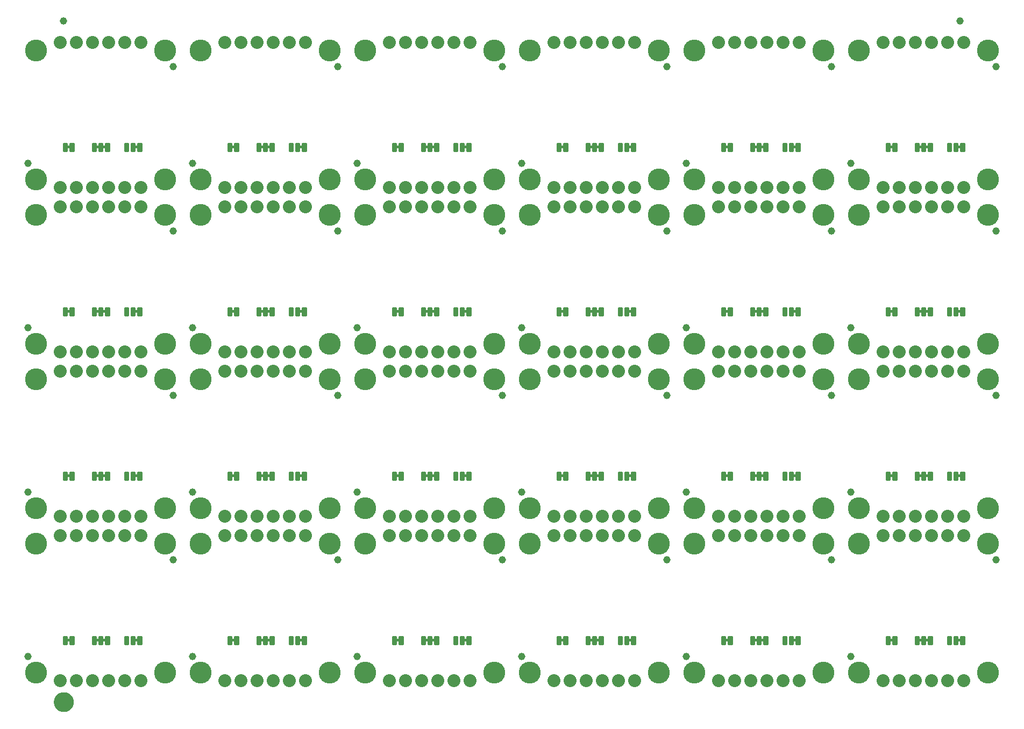
<source format=gbs>
G04 EAGLE Gerber RS-274X export*
G75*
%MOMM*%
%FSLAX34Y34*%
%LPD*%
%INSoldermask Bottom*%
%IPPOS*%
%AMOC8*
5,1,8,0,0,1.08239X$1,22.5*%
G01*
%ADD10C,2.032000*%
%ADD11C,0.251966*%
%ADD12C,1.152400*%
%ADD13C,3.454400*%
%ADD14C,1.270000*%
%ADD15C,1.652400*%

G36*
X382970Y851547D02*
X382970Y851547D01*
X383036Y851549D01*
X383079Y851567D01*
X383126Y851575D01*
X383183Y851609D01*
X383243Y851634D01*
X383278Y851665D01*
X383319Y851690D01*
X383361Y851741D01*
X383409Y851785D01*
X383431Y851827D01*
X383460Y851864D01*
X383481Y851926D01*
X383512Y851985D01*
X383520Y852039D01*
X383532Y852076D01*
X383531Y852116D01*
X383539Y852170D01*
X383539Y854710D01*
X383528Y854775D01*
X383526Y854841D01*
X383508Y854884D01*
X383500Y854931D01*
X383466Y854988D01*
X383441Y855048D01*
X383410Y855083D01*
X383385Y855124D01*
X383334Y855166D01*
X383290Y855214D01*
X383248Y855236D01*
X383211Y855265D01*
X383149Y855286D01*
X383090Y855317D01*
X383036Y855325D01*
X382999Y855337D01*
X382959Y855336D01*
X382905Y855344D01*
X379095Y855344D01*
X379030Y855333D01*
X378964Y855331D01*
X378921Y855313D01*
X378874Y855305D01*
X378817Y855271D01*
X378757Y855246D01*
X378722Y855215D01*
X378681Y855190D01*
X378640Y855139D01*
X378591Y855095D01*
X378569Y855053D01*
X378540Y855016D01*
X378519Y854954D01*
X378488Y854895D01*
X378480Y854841D01*
X378468Y854804D01*
X378468Y854801D01*
X378469Y854764D01*
X378461Y854710D01*
X378461Y852170D01*
X378472Y852105D01*
X378474Y852039D01*
X378492Y851996D01*
X378500Y851949D01*
X378534Y851892D01*
X378559Y851832D01*
X378590Y851797D01*
X378615Y851756D01*
X378666Y851715D01*
X378710Y851666D01*
X378752Y851644D01*
X378789Y851615D01*
X378851Y851594D01*
X378910Y851563D01*
X378964Y851555D01*
X379001Y851543D01*
X379041Y851544D01*
X379095Y851536D01*
X382905Y851536D01*
X382970Y851547D01*
G37*
G36*
X1160210Y851547D02*
X1160210Y851547D01*
X1160276Y851549D01*
X1160319Y851567D01*
X1160366Y851575D01*
X1160423Y851609D01*
X1160483Y851634D01*
X1160518Y851665D01*
X1160559Y851690D01*
X1160601Y851741D01*
X1160649Y851785D01*
X1160671Y851827D01*
X1160700Y851864D01*
X1160721Y851926D01*
X1160752Y851985D01*
X1160760Y852039D01*
X1160772Y852076D01*
X1160771Y852116D01*
X1160779Y852170D01*
X1160779Y854710D01*
X1160768Y854775D01*
X1160766Y854841D01*
X1160748Y854884D01*
X1160740Y854931D01*
X1160706Y854988D01*
X1160681Y855048D01*
X1160650Y855083D01*
X1160625Y855124D01*
X1160574Y855166D01*
X1160530Y855214D01*
X1160488Y855236D01*
X1160451Y855265D01*
X1160389Y855286D01*
X1160330Y855317D01*
X1160276Y855325D01*
X1160239Y855337D01*
X1160199Y855336D01*
X1160145Y855344D01*
X1156335Y855344D01*
X1156270Y855333D01*
X1156204Y855331D01*
X1156161Y855313D01*
X1156114Y855305D01*
X1156057Y855271D01*
X1155997Y855246D01*
X1155962Y855215D01*
X1155921Y855190D01*
X1155880Y855139D01*
X1155831Y855095D01*
X1155809Y855053D01*
X1155780Y855016D01*
X1155759Y854954D01*
X1155728Y854895D01*
X1155720Y854841D01*
X1155708Y854804D01*
X1155708Y854801D01*
X1155709Y854764D01*
X1155701Y854710D01*
X1155701Y852170D01*
X1155712Y852105D01*
X1155714Y852039D01*
X1155732Y851996D01*
X1155740Y851949D01*
X1155774Y851892D01*
X1155799Y851832D01*
X1155830Y851797D01*
X1155855Y851756D01*
X1155906Y851715D01*
X1155950Y851666D01*
X1155992Y851644D01*
X1156029Y851615D01*
X1156091Y851594D01*
X1156150Y851563D01*
X1156204Y851555D01*
X1156241Y851543D01*
X1156281Y851544D01*
X1156335Y851536D01*
X1160145Y851536D01*
X1160210Y851547D01*
G37*
G36*
X642050Y851547D02*
X642050Y851547D01*
X642116Y851549D01*
X642159Y851567D01*
X642206Y851575D01*
X642263Y851609D01*
X642323Y851634D01*
X642358Y851665D01*
X642399Y851690D01*
X642441Y851741D01*
X642489Y851785D01*
X642511Y851827D01*
X642540Y851864D01*
X642561Y851926D01*
X642592Y851985D01*
X642600Y852039D01*
X642612Y852076D01*
X642611Y852116D01*
X642619Y852170D01*
X642619Y854710D01*
X642608Y854775D01*
X642606Y854841D01*
X642588Y854884D01*
X642580Y854931D01*
X642546Y854988D01*
X642521Y855048D01*
X642490Y855083D01*
X642465Y855124D01*
X642414Y855166D01*
X642370Y855214D01*
X642328Y855236D01*
X642291Y855265D01*
X642229Y855286D01*
X642170Y855317D01*
X642116Y855325D01*
X642079Y855337D01*
X642039Y855336D01*
X641985Y855344D01*
X638175Y855344D01*
X638110Y855333D01*
X638044Y855331D01*
X638001Y855313D01*
X637954Y855305D01*
X637897Y855271D01*
X637837Y855246D01*
X637802Y855215D01*
X637761Y855190D01*
X637720Y855139D01*
X637671Y855095D01*
X637649Y855053D01*
X637620Y855016D01*
X637599Y854954D01*
X637568Y854895D01*
X637560Y854841D01*
X637548Y854804D01*
X637548Y854801D01*
X637549Y854764D01*
X637541Y854710D01*
X637541Y852170D01*
X637552Y852105D01*
X637554Y852039D01*
X637572Y851996D01*
X637580Y851949D01*
X637614Y851892D01*
X637639Y851832D01*
X637670Y851797D01*
X637695Y851756D01*
X637746Y851715D01*
X637790Y851666D01*
X637832Y851644D01*
X637869Y851615D01*
X637931Y851594D01*
X637990Y851563D01*
X638044Y851555D01*
X638081Y851543D01*
X638121Y851544D01*
X638175Y851536D01*
X641985Y851536D01*
X642050Y851547D01*
G37*
G36*
X652210Y851547D02*
X652210Y851547D01*
X652276Y851549D01*
X652319Y851567D01*
X652366Y851575D01*
X652423Y851609D01*
X652483Y851634D01*
X652518Y851665D01*
X652559Y851690D01*
X652601Y851741D01*
X652649Y851785D01*
X652671Y851827D01*
X652700Y851864D01*
X652721Y851926D01*
X652752Y851985D01*
X652760Y852039D01*
X652772Y852076D01*
X652771Y852116D01*
X652779Y852170D01*
X652779Y854710D01*
X652768Y854775D01*
X652766Y854841D01*
X652748Y854884D01*
X652740Y854931D01*
X652706Y854988D01*
X652681Y855048D01*
X652650Y855083D01*
X652625Y855124D01*
X652574Y855166D01*
X652530Y855214D01*
X652488Y855236D01*
X652451Y855265D01*
X652389Y855286D01*
X652330Y855317D01*
X652276Y855325D01*
X652239Y855337D01*
X652199Y855336D01*
X652145Y855344D01*
X648335Y855344D01*
X648270Y855333D01*
X648204Y855331D01*
X648161Y855313D01*
X648114Y855305D01*
X648057Y855271D01*
X647997Y855246D01*
X647962Y855215D01*
X647921Y855190D01*
X647880Y855139D01*
X647831Y855095D01*
X647809Y855053D01*
X647780Y855016D01*
X647759Y854954D01*
X647728Y854895D01*
X647720Y854841D01*
X647708Y854804D01*
X647708Y854801D01*
X647709Y854764D01*
X647701Y854710D01*
X647701Y852170D01*
X647712Y852105D01*
X647714Y852039D01*
X647732Y851996D01*
X647740Y851949D01*
X647774Y851892D01*
X647799Y851832D01*
X647830Y851797D01*
X647855Y851756D01*
X647906Y851715D01*
X647950Y851666D01*
X647992Y851644D01*
X648029Y851615D01*
X648091Y851594D01*
X648150Y851563D01*
X648204Y851555D01*
X648241Y851543D01*
X648281Y851544D01*
X648335Y851536D01*
X652145Y851536D01*
X652210Y851547D01*
G37*
G36*
X393130Y851547D02*
X393130Y851547D01*
X393196Y851549D01*
X393239Y851567D01*
X393286Y851575D01*
X393343Y851609D01*
X393403Y851634D01*
X393438Y851665D01*
X393479Y851690D01*
X393521Y851741D01*
X393569Y851785D01*
X393591Y851827D01*
X393620Y851864D01*
X393641Y851926D01*
X393672Y851985D01*
X393680Y852039D01*
X393692Y852076D01*
X393691Y852116D01*
X393699Y852170D01*
X393699Y854710D01*
X393688Y854775D01*
X393686Y854841D01*
X393668Y854884D01*
X393660Y854931D01*
X393626Y854988D01*
X393601Y855048D01*
X393570Y855083D01*
X393545Y855124D01*
X393494Y855166D01*
X393450Y855214D01*
X393408Y855236D01*
X393371Y855265D01*
X393309Y855286D01*
X393250Y855317D01*
X393196Y855325D01*
X393159Y855337D01*
X393119Y855336D01*
X393065Y855344D01*
X389255Y855344D01*
X389190Y855333D01*
X389124Y855331D01*
X389081Y855313D01*
X389034Y855305D01*
X388977Y855271D01*
X388917Y855246D01*
X388882Y855215D01*
X388841Y855190D01*
X388800Y855139D01*
X388751Y855095D01*
X388729Y855053D01*
X388700Y855016D01*
X388679Y854954D01*
X388648Y854895D01*
X388640Y854841D01*
X388628Y854804D01*
X388628Y854801D01*
X388629Y854764D01*
X388621Y854710D01*
X388621Y852170D01*
X388632Y852105D01*
X388634Y852039D01*
X388652Y851996D01*
X388660Y851949D01*
X388694Y851892D01*
X388719Y851832D01*
X388750Y851797D01*
X388775Y851756D01*
X388826Y851715D01*
X388870Y851666D01*
X388912Y851644D01*
X388949Y851615D01*
X389011Y851594D01*
X389070Y851563D01*
X389124Y851555D01*
X389161Y851543D01*
X389201Y851544D01*
X389255Y851536D01*
X393065Y851536D01*
X393130Y851547D01*
G37*
G36*
X134050Y851547D02*
X134050Y851547D01*
X134116Y851549D01*
X134159Y851567D01*
X134206Y851575D01*
X134263Y851609D01*
X134323Y851634D01*
X134358Y851665D01*
X134399Y851690D01*
X134441Y851741D01*
X134489Y851785D01*
X134511Y851827D01*
X134540Y851864D01*
X134561Y851926D01*
X134592Y851985D01*
X134600Y852039D01*
X134612Y852076D01*
X134611Y852116D01*
X134619Y852170D01*
X134619Y854710D01*
X134608Y854775D01*
X134606Y854841D01*
X134588Y854884D01*
X134580Y854931D01*
X134546Y854988D01*
X134521Y855048D01*
X134490Y855083D01*
X134465Y855124D01*
X134414Y855166D01*
X134370Y855214D01*
X134328Y855236D01*
X134291Y855265D01*
X134229Y855286D01*
X134170Y855317D01*
X134116Y855325D01*
X134079Y855337D01*
X134039Y855336D01*
X133985Y855344D01*
X130175Y855344D01*
X130110Y855333D01*
X130044Y855331D01*
X130001Y855313D01*
X129954Y855305D01*
X129897Y855271D01*
X129837Y855246D01*
X129802Y855215D01*
X129761Y855190D01*
X129720Y855139D01*
X129671Y855095D01*
X129649Y855053D01*
X129620Y855016D01*
X129599Y854954D01*
X129568Y854895D01*
X129560Y854841D01*
X129548Y854804D01*
X129548Y854801D01*
X129549Y854764D01*
X129541Y854710D01*
X129541Y852170D01*
X129552Y852105D01*
X129554Y852039D01*
X129572Y851996D01*
X129580Y851949D01*
X129614Y851892D01*
X129639Y851832D01*
X129670Y851797D01*
X129695Y851756D01*
X129746Y851715D01*
X129790Y851666D01*
X129832Y851644D01*
X129869Y851615D01*
X129931Y851594D01*
X129990Y851563D01*
X130044Y851555D01*
X130081Y851543D01*
X130121Y851544D01*
X130175Y851536D01*
X133985Y851536D01*
X134050Y851547D01*
G37*
G36*
X901130Y851547D02*
X901130Y851547D01*
X901196Y851549D01*
X901239Y851567D01*
X901286Y851575D01*
X901343Y851609D01*
X901403Y851634D01*
X901438Y851665D01*
X901479Y851690D01*
X901521Y851741D01*
X901569Y851785D01*
X901591Y851827D01*
X901620Y851864D01*
X901641Y851926D01*
X901672Y851985D01*
X901680Y852039D01*
X901692Y852076D01*
X901691Y852116D01*
X901699Y852170D01*
X901699Y854710D01*
X901688Y854775D01*
X901686Y854841D01*
X901668Y854884D01*
X901660Y854931D01*
X901626Y854988D01*
X901601Y855048D01*
X901570Y855083D01*
X901545Y855124D01*
X901494Y855166D01*
X901450Y855214D01*
X901408Y855236D01*
X901371Y855265D01*
X901309Y855286D01*
X901250Y855317D01*
X901196Y855325D01*
X901159Y855337D01*
X901119Y855336D01*
X901065Y855344D01*
X897255Y855344D01*
X897190Y855333D01*
X897124Y855331D01*
X897081Y855313D01*
X897034Y855305D01*
X896977Y855271D01*
X896917Y855246D01*
X896882Y855215D01*
X896841Y855190D01*
X896800Y855139D01*
X896751Y855095D01*
X896729Y855053D01*
X896700Y855016D01*
X896679Y854954D01*
X896648Y854895D01*
X896640Y854841D01*
X896628Y854804D01*
X896628Y854801D01*
X896629Y854764D01*
X896621Y854710D01*
X896621Y852170D01*
X896632Y852105D01*
X896634Y852039D01*
X896652Y851996D01*
X896660Y851949D01*
X896694Y851892D01*
X896719Y851832D01*
X896750Y851797D01*
X896775Y851756D01*
X896826Y851715D01*
X896870Y851666D01*
X896912Y851644D01*
X896949Y851615D01*
X897011Y851594D01*
X897070Y851563D01*
X897124Y851555D01*
X897161Y851543D01*
X897201Y851544D01*
X897255Y851536D01*
X901065Y851536D01*
X901130Y851547D01*
G37*
G36*
X1221170Y851547D02*
X1221170Y851547D01*
X1221236Y851549D01*
X1221279Y851567D01*
X1221326Y851575D01*
X1221383Y851609D01*
X1221443Y851634D01*
X1221478Y851665D01*
X1221519Y851690D01*
X1221561Y851741D01*
X1221609Y851785D01*
X1221631Y851827D01*
X1221660Y851864D01*
X1221681Y851926D01*
X1221712Y851985D01*
X1221720Y852039D01*
X1221732Y852076D01*
X1221731Y852116D01*
X1221739Y852170D01*
X1221739Y854710D01*
X1221728Y854775D01*
X1221726Y854841D01*
X1221708Y854884D01*
X1221700Y854931D01*
X1221666Y854988D01*
X1221641Y855048D01*
X1221610Y855083D01*
X1221585Y855124D01*
X1221534Y855166D01*
X1221490Y855214D01*
X1221448Y855236D01*
X1221411Y855265D01*
X1221349Y855286D01*
X1221290Y855317D01*
X1221236Y855325D01*
X1221199Y855337D01*
X1221159Y855336D01*
X1221105Y855344D01*
X1217295Y855344D01*
X1217230Y855333D01*
X1217164Y855331D01*
X1217121Y855313D01*
X1217074Y855305D01*
X1217017Y855271D01*
X1216957Y855246D01*
X1216922Y855215D01*
X1216881Y855190D01*
X1216840Y855139D01*
X1216791Y855095D01*
X1216769Y855053D01*
X1216740Y855016D01*
X1216719Y854954D01*
X1216688Y854895D01*
X1216680Y854841D01*
X1216668Y854804D01*
X1216668Y854801D01*
X1216669Y854764D01*
X1216661Y854710D01*
X1216661Y852170D01*
X1216672Y852105D01*
X1216674Y852039D01*
X1216692Y851996D01*
X1216700Y851949D01*
X1216734Y851892D01*
X1216759Y851832D01*
X1216790Y851797D01*
X1216815Y851756D01*
X1216866Y851715D01*
X1216910Y851666D01*
X1216952Y851644D01*
X1216989Y851615D01*
X1217051Y851594D01*
X1217110Y851563D01*
X1217164Y851555D01*
X1217201Y851543D01*
X1217241Y851544D01*
X1217295Y851536D01*
X1221105Y851536D01*
X1221170Y851547D01*
G37*
G36*
X1373570Y851547D02*
X1373570Y851547D01*
X1373636Y851549D01*
X1373679Y851567D01*
X1373726Y851575D01*
X1373783Y851609D01*
X1373843Y851634D01*
X1373878Y851665D01*
X1373919Y851690D01*
X1373961Y851741D01*
X1374009Y851785D01*
X1374031Y851827D01*
X1374060Y851864D01*
X1374081Y851926D01*
X1374112Y851985D01*
X1374120Y852039D01*
X1374132Y852076D01*
X1374131Y852116D01*
X1374139Y852170D01*
X1374139Y854710D01*
X1374128Y854775D01*
X1374126Y854841D01*
X1374108Y854884D01*
X1374100Y854931D01*
X1374066Y854988D01*
X1374041Y855048D01*
X1374010Y855083D01*
X1373985Y855124D01*
X1373934Y855166D01*
X1373890Y855214D01*
X1373848Y855236D01*
X1373811Y855265D01*
X1373749Y855286D01*
X1373690Y855317D01*
X1373636Y855325D01*
X1373599Y855337D01*
X1373559Y855336D01*
X1373505Y855344D01*
X1369695Y855344D01*
X1369630Y855333D01*
X1369564Y855331D01*
X1369521Y855313D01*
X1369474Y855305D01*
X1369417Y855271D01*
X1369357Y855246D01*
X1369322Y855215D01*
X1369281Y855190D01*
X1369240Y855139D01*
X1369191Y855095D01*
X1369169Y855053D01*
X1369140Y855016D01*
X1369119Y854954D01*
X1369088Y854895D01*
X1369080Y854841D01*
X1369068Y854804D01*
X1369068Y854801D01*
X1369069Y854764D01*
X1369061Y854710D01*
X1369061Y852170D01*
X1369072Y852105D01*
X1369074Y852039D01*
X1369092Y851996D01*
X1369100Y851949D01*
X1369134Y851892D01*
X1369159Y851832D01*
X1369190Y851797D01*
X1369215Y851756D01*
X1369266Y851715D01*
X1369310Y851666D01*
X1369352Y851644D01*
X1369389Y851615D01*
X1369451Y851594D01*
X1369510Y851563D01*
X1369564Y851555D01*
X1369601Y851543D01*
X1369641Y851544D01*
X1369695Y851536D01*
X1373505Y851536D01*
X1373570Y851547D01*
G37*
G36*
X78170Y851547D02*
X78170Y851547D01*
X78236Y851549D01*
X78279Y851567D01*
X78326Y851575D01*
X78383Y851609D01*
X78443Y851634D01*
X78478Y851665D01*
X78519Y851690D01*
X78561Y851741D01*
X78609Y851785D01*
X78631Y851827D01*
X78660Y851864D01*
X78681Y851926D01*
X78712Y851985D01*
X78720Y852039D01*
X78732Y852076D01*
X78731Y852116D01*
X78739Y852170D01*
X78739Y854710D01*
X78728Y854775D01*
X78726Y854841D01*
X78708Y854884D01*
X78700Y854931D01*
X78666Y854988D01*
X78641Y855048D01*
X78610Y855083D01*
X78585Y855124D01*
X78534Y855166D01*
X78490Y855214D01*
X78448Y855236D01*
X78411Y855265D01*
X78349Y855286D01*
X78290Y855317D01*
X78236Y855325D01*
X78199Y855337D01*
X78159Y855336D01*
X78105Y855344D01*
X74295Y855344D01*
X74230Y855333D01*
X74164Y855331D01*
X74121Y855313D01*
X74074Y855305D01*
X74017Y855271D01*
X73957Y855246D01*
X73922Y855215D01*
X73881Y855190D01*
X73840Y855139D01*
X73791Y855095D01*
X73769Y855053D01*
X73740Y855016D01*
X73719Y854954D01*
X73688Y854895D01*
X73680Y854841D01*
X73668Y854804D01*
X73668Y854801D01*
X73669Y854764D01*
X73661Y854710D01*
X73661Y852170D01*
X73672Y852105D01*
X73674Y852039D01*
X73692Y851996D01*
X73700Y851949D01*
X73734Y851892D01*
X73759Y851832D01*
X73790Y851797D01*
X73815Y851756D01*
X73866Y851715D01*
X73910Y851666D01*
X73952Y851644D01*
X73989Y851615D01*
X74051Y851594D01*
X74110Y851563D01*
X74164Y851555D01*
X74201Y851543D01*
X74241Y851544D01*
X74295Y851536D01*
X78105Y851536D01*
X78170Y851547D01*
G37*
G36*
X855410Y851547D02*
X855410Y851547D01*
X855476Y851549D01*
X855519Y851567D01*
X855566Y851575D01*
X855623Y851609D01*
X855683Y851634D01*
X855718Y851665D01*
X855759Y851690D01*
X855801Y851741D01*
X855849Y851785D01*
X855871Y851827D01*
X855900Y851864D01*
X855921Y851926D01*
X855952Y851985D01*
X855960Y852039D01*
X855972Y852076D01*
X855971Y852116D01*
X855979Y852170D01*
X855979Y854710D01*
X855968Y854775D01*
X855966Y854841D01*
X855948Y854884D01*
X855940Y854931D01*
X855906Y854988D01*
X855881Y855048D01*
X855850Y855083D01*
X855825Y855124D01*
X855774Y855166D01*
X855730Y855214D01*
X855688Y855236D01*
X855651Y855265D01*
X855589Y855286D01*
X855530Y855317D01*
X855476Y855325D01*
X855439Y855337D01*
X855399Y855336D01*
X855345Y855344D01*
X851535Y855344D01*
X851470Y855333D01*
X851404Y855331D01*
X851361Y855313D01*
X851314Y855305D01*
X851257Y855271D01*
X851197Y855246D01*
X851162Y855215D01*
X851121Y855190D01*
X851080Y855139D01*
X851031Y855095D01*
X851009Y855053D01*
X850980Y855016D01*
X850959Y854954D01*
X850928Y854895D01*
X850920Y854841D01*
X850908Y854804D01*
X850908Y854801D01*
X850909Y854764D01*
X850901Y854710D01*
X850901Y852170D01*
X850912Y852105D01*
X850914Y852039D01*
X850932Y851996D01*
X850940Y851949D01*
X850974Y851892D01*
X850999Y851832D01*
X851030Y851797D01*
X851055Y851756D01*
X851106Y851715D01*
X851150Y851666D01*
X851192Y851644D01*
X851229Y851615D01*
X851291Y851594D01*
X851350Y851563D01*
X851404Y851555D01*
X851441Y851543D01*
X851481Y851544D01*
X851535Y851536D01*
X855345Y851536D01*
X855410Y851547D01*
G37*
G36*
X1170370Y851547D02*
X1170370Y851547D01*
X1170436Y851549D01*
X1170479Y851567D01*
X1170526Y851575D01*
X1170583Y851609D01*
X1170643Y851634D01*
X1170678Y851665D01*
X1170719Y851690D01*
X1170761Y851741D01*
X1170809Y851785D01*
X1170831Y851827D01*
X1170860Y851864D01*
X1170881Y851926D01*
X1170912Y851985D01*
X1170920Y852039D01*
X1170932Y852076D01*
X1170931Y852116D01*
X1170939Y852170D01*
X1170939Y854710D01*
X1170928Y854775D01*
X1170926Y854841D01*
X1170908Y854884D01*
X1170900Y854931D01*
X1170866Y854988D01*
X1170841Y855048D01*
X1170810Y855083D01*
X1170785Y855124D01*
X1170734Y855166D01*
X1170690Y855214D01*
X1170648Y855236D01*
X1170611Y855265D01*
X1170549Y855286D01*
X1170490Y855317D01*
X1170436Y855325D01*
X1170399Y855337D01*
X1170359Y855336D01*
X1170305Y855344D01*
X1166495Y855344D01*
X1166430Y855333D01*
X1166364Y855331D01*
X1166321Y855313D01*
X1166274Y855305D01*
X1166217Y855271D01*
X1166157Y855246D01*
X1166122Y855215D01*
X1166081Y855190D01*
X1166040Y855139D01*
X1165991Y855095D01*
X1165969Y855053D01*
X1165940Y855016D01*
X1165919Y854954D01*
X1165888Y854895D01*
X1165880Y854841D01*
X1165868Y854804D01*
X1165868Y854801D01*
X1165869Y854764D01*
X1165861Y854710D01*
X1165861Y852170D01*
X1165872Y852105D01*
X1165874Y852039D01*
X1165892Y851996D01*
X1165900Y851949D01*
X1165934Y851892D01*
X1165959Y851832D01*
X1165990Y851797D01*
X1166015Y851756D01*
X1166066Y851715D01*
X1166110Y851666D01*
X1166152Y851644D01*
X1166189Y851615D01*
X1166251Y851594D01*
X1166310Y851563D01*
X1166364Y851555D01*
X1166401Y851543D01*
X1166441Y851544D01*
X1166495Y851536D01*
X1170305Y851536D01*
X1170370Y851547D01*
G37*
G36*
X962090Y851547D02*
X962090Y851547D01*
X962156Y851549D01*
X962199Y851567D01*
X962246Y851575D01*
X962303Y851609D01*
X962363Y851634D01*
X962398Y851665D01*
X962439Y851690D01*
X962481Y851741D01*
X962529Y851785D01*
X962551Y851827D01*
X962580Y851864D01*
X962601Y851926D01*
X962632Y851985D01*
X962640Y852039D01*
X962652Y852076D01*
X962651Y852116D01*
X962659Y852170D01*
X962659Y854710D01*
X962648Y854775D01*
X962646Y854841D01*
X962628Y854884D01*
X962620Y854931D01*
X962586Y854988D01*
X962561Y855048D01*
X962530Y855083D01*
X962505Y855124D01*
X962454Y855166D01*
X962410Y855214D01*
X962368Y855236D01*
X962331Y855265D01*
X962269Y855286D01*
X962210Y855317D01*
X962156Y855325D01*
X962119Y855337D01*
X962079Y855336D01*
X962025Y855344D01*
X958215Y855344D01*
X958150Y855333D01*
X958084Y855331D01*
X958041Y855313D01*
X957994Y855305D01*
X957937Y855271D01*
X957877Y855246D01*
X957842Y855215D01*
X957801Y855190D01*
X957760Y855139D01*
X957711Y855095D01*
X957689Y855053D01*
X957660Y855016D01*
X957639Y854954D01*
X957608Y854895D01*
X957600Y854841D01*
X957588Y854804D01*
X957588Y854801D01*
X957589Y854764D01*
X957581Y854710D01*
X957581Y852170D01*
X957592Y852105D01*
X957594Y852039D01*
X957612Y851996D01*
X957620Y851949D01*
X957654Y851892D01*
X957679Y851832D01*
X957710Y851797D01*
X957735Y851756D01*
X957786Y851715D01*
X957830Y851666D01*
X957872Y851644D01*
X957909Y851615D01*
X957971Y851594D01*
X958030Y851563D01*
X958084Y851555D01*
X958121Y851543D01*
X958161Y851544D01*
X958215Y851536D01*
X962025Y851536D01*
X962090Y851547D01*
G37*
G36*
X703010Y851547D02*
X703010Y851547D01*
X703076Y851549D01*
X703119Y851567D01*
X703166Y851575D01*
X703223Y851609D01*
X703283Y851634D01*
X703318Y851665D01*
X703359Y851690D01*
X703401Y851741D01*
X703449Y851785D01*
X703471Y851827D01*
X703500Y851864D01*
X703521Y851926D01*
X703552Y851985D01*
X703560Y852039D01*
X703572Y852076D01*
X703571Y852116D01*
X703579Y852170D01*
X703579Y854710D01*
X703568Y854775D01*
X703566Y854841D01*
X703548Y854884D01*
X703540Y854931D01*
X703506Y854988D01*
X703481Y855048D01*
X703450Y855083D01*
X703425Y855124D01*
X703374Y855166D01*
X703330Y855214D01*
X703288Y855236D01*
X703251Y855265D01*
X703189Y855286D01*
X703130Y855317D01*
X703076Y855325D01*
X703039Y855337D01*
X702999Y855336D01*
X702945Y855344D01*
X699135Y855344D01*
X699070Y855333D01*
X699004Y855331D01*
X698961Y855313D01*
X698914Y855305D01*
X698857Y855271D01*
X698797Y855246D01*
X698762Y855215D01*
X698721Y855190D01*
X698680Y855139D01*
X698631Y855095D01*
X698609Y855053D01*
X698580Y855016D01*
X698559Y854954D01*
X698528Y854895D01*
X698520Y854841D01*
X698508Y854804D01*
X698508Y854801D01*
X698509Y854764D01*
X698501Y854710D01*
X698501Y852170D01*
X698512Y852105D01*
X698514Y852039D01*
X698532Y851996D01*
X698540Y851949D01*
X698574Y851892D01*
X698599Y851832D01*
X698630Y851797D01*
X698655Y851756D01*
X698706Y851715D01*
X698750Y851666D01*
X698792Y851644D01*
X698829Y851615D01*
X698891Y851594D01*
X698950Y851563D01*
X699004Y851555D01*
X699041Y851543D01*
X699081Y851544D01*
X699135Y851536D01*
X702945Y851536D01*
X703010Y851547D01*
G37*
G36*
X1419290Y851547D02*
X1419290Y851547D01*
X1419356Y851549D01*
X1419399Y851567D01*
X1419446Y851575D01*
X1419503Y851609D01*
X1419563Y851634D01*
X1419598Y851665D01*
X1419639Y851690D01*
X1419681Y851741D01*
X1419729Y851785D01*
X1419751Y851827D01*
X1419780Y851864D01*
X1419801Y851926D01*
X1419832Y851985D01*
X1419840Y852039D01*
X1419852Y852076D01*
X1419851Y852116D01*
X1419859Y852170D01*
X1419859Y854710D01*
X1419848Y854775D01*
X1419846Y854841D01*
X1419828Y854884D01*
X1419820Y854931D01*
X1419786Y854988D01*
X1419761Y855048D01*
X1419730Y855083D01*
X1419705Y855124D01*
X1419654Y855166D01*
X1419610Y855214D01*
X1419568Y855236D01*
X1419531Y855265D01*
X1419469Y855286D01*
X1419410Y855317D01*
X1419356Y855325D01*
X1419319Y855337D01*
X1419279Y855336D01*
X1419225Y855344D01*
X1415415Y855344D01*
X1415350Y855333D01*
X1415284Y855331D01*
X1415241Y855313D01*
X1415194Y855305D01*
X1415137Y855271D01*
X1415077Y855246D01*
X1415042Y855215D01*
X1415001Y855190D01*
X1414960Y855139D01*
X1414911Y855095D01*
X1414889Y855053D01*
X1414860Y855016D01*
X1414839Y854954D01*
X1414808Y854895D01*
X1414800Y854841D01*
X1414788Y854804D01*
X1414788Y854801D01*
X1414789Y854764D01*
X1414781Y854710D01*
X1414781Y852170D01*
X1414792Y852105D01*
X1414794Y852039D01*
X1414812Y851996D01*
X1414820Y851949D01*
X1414854Y851892D01*
X1414879Y851832D01*
X1414910Y851797D01*
X1414935Y851756D01*
X1414986Y851715D01*
X1415030Y851666D01*
X1415072Y851644D01*
X1415109Y851615D01*
X1415171Y851594D01*
X1415230Y851563D01*
X1415284Y851555D01*
X1415321Y851543D01*
X1415361Y851544D01*
X1415415Y851536D01*
X1419225Y851536D01*
X1419290Y851547D01*
G37*
G36*
X1480250Y851547D02*
X1480250Y851547D01*
X1480316Y851549D01*
X1480359Y851567D01*
X1480406Y851575D01*
X1480463Y851609D01*
X1480523Y851634D01*
X1480558Y851665D01*
X1480599Y851690D01*
X1480641Y851741D01*
X1480689Y851785D01*
X1480711Y851827D01*
X1480740Y851864D01*
X1480761Y851926D01*
X1480792Y851985D01*
X1480800Y852039D01*
X1480812Y852076D01*
X1480811Y852116D01*
X1480819Y852170D01*
X1480819Y854710D01*
X1480808Y854775D01*
X1480806Y854841D01*
X1480788Y854884D01*
X1480780Y854931D01*
X1480746Y854988D01*
X1480721Y855048D01*
X1480690Y855083D01*
X1480665Y855124D01*
X1480614Y855166D01*
X1480570Y855214D01*
X1480528Y855236D01*
X1480491Y855265D01*
X1480429Y855286D01*
X1480370Y855317D01*
X1480316Y855325D01*
X1480279Y855337D01*
X1480239Y855336D01*
X1480185Y855344D01*
X1476375Y855344D01*
X1476310Y855333D01*
X1476244Y855331D01*
X1476201Y855313D01*
X1476154Y855305D01*
X1476097Y855271D01*
X1476037Y855246D01*
X1476002Y855215D01*
X1475961Y855190D01*
X1475920Y855139D01*
X1475871Y855095D01*
X1475849Y855053D01*
X1475820Y855016D01*
X1475799Y854954D01*
X1475768Y854895D01*
X1475760Y854841D01*
X1475748Y854804D01*
X1475748Y854801D01*
X1475749Y854764D01*
X1475741Y854710D01*
X1475741Y852170D01*
X1475752Y852105D01*
X1475754Y852039D01*
X1475772Y851996D01*
X1475780Y851949D01*
X1475814Y851892D01*
X1475839Y851832D01*
X1475870Y851797D01*
X1475895Y851756D01*
X1475946Y851715D01*
X1475990Y851666D01*
X1476032Y851644D01*
X1476069Y851615D01*
X1476131Y851594D01*
X1476190Y851563D01*
X1476244Y851555D01*
X1476281Y851543D01*
X1476321Y851544D01*
X1476375Y851536D01*
X1480185Y851536D01*
X1480250Y851547D01*
G37*
G36*
X1114490Y851547D02*
X1114490Y851547D01*
X1114556Y851549D01*
X1114599Y851567D01*
X1114646Y851575D01*
X1114703Y851609D01*
X1114763Y851634D01*
X1114798Y851665D01*
X1114839Y851690D01*
X1114881Y851741D01*
X1114929Y851785D01*
X1114951Y851827D01*
X1114980Y851864D01*
X1115001Y851926D01*
X1115032Y851985D01*
X1115040Y852039D01*
X1115052Y852076D01*
X1115051Y852116D01*
X1115059Y852170D01*
X1115059Y854710D01*
X1115048Y854775D01*
X1115046Y854841D01*
X1115028Y854884D01*
X1115020Y854931D01*
X1114986Y854988D01*
X1114961Y855048D01*
X1114930Y855083D01*
X1114905Y855124D01*
X1114854Y855166D01*
X1114810Y855214D01*
X1114768Y855236D01*
X1114731Y855265D01*
X1114669Y855286D01*
X1114610Y855317D01*
X1114556Y855325D01*
X1114519Y855337D01*
X1114479Y855336D01*
X1114425Y855344D01*
X1110615Y855344D01*
X1110550Y855333D01*
X1110484Y855331D01*
X1110441Y855313D01*
X1110394Y855305D01*
X1110337Y855271D01*
X1110277Y855246D01*
X1110242Y855215D01*
X1110201Y855190D01*
X1110160Y855139D01*
X1110111Y855095D01*
X1110089Y855053D01*
X1110060Y855016D01*
X1110039Y854954D01*
X1110008Y854895D01*
X1110000Y854841D01*
X1109988Y854804D01*
X1109988Y854801D01*
X1109989Y854764D01*
X1109981Y854710D01*
X1109981Y852170D01*
X1109992Y852105D01*
X1109994Y852039D01*
X1110012Y851996D01*
X1110020Y851949D01*
X1110054Y851892D01*
X1110079Y851832D01*
X1110110Y851797D01*
X1110135Y851756D01*
X1110186Y851715D01*
X1110230Y851666D01*
X1110272Y851644D01*
X1110309Y851615D01*
X1110371Y851594D01*
X1110430Y851563D01*
X1110484Y851555D01*
X1110521Y851543D01*
X1110561Y851544D01*
X1110615Y851536D01*
X1114425Y851536D01*
X1114490Y851547D01*
G37*
G36*
X596330Y851547D02*
X596330Y851547D01*
X596396Y851549D01*
X596439Y851567D01*
X596486Y851575D01*
X596543Y851609D01*
X596603Y851634D01*
X596638Y851665D01*
X596679Y851690D01*
X596721Y851741D01*
X596769Y851785D01*
X596791Y851827D01*
X596820Y851864D01*
X596841Y851926D01*
X596872Y851985D01*
X596880Y852039D01*
X596892Y852076D01*
X596891Y852116D01*
X596899Y852170D01*
X596899Y854710D01*
X596888Y854775D01*
X596886Y854841D01*
X596868Y854884D01*
X596860Y854931D01*
X596826Y854988D01*
X596801Y855048D01*
X596770Y855083D01*
X596745Y855124D01*
X596694Y855166D01*
X596650Y855214D01*
X596608Y855236D01*
X596571Y855265D01*
X596509Y855286D01*
X596450Y855317D01*
X596396Y855325D01*
X596359Y855337D01*
X596319Y855336D01*
X596265Y855344D01*
X592455Y855344D01*
X592390Y855333D01*
X592324Y855331D01*
X592281Y855313D01*
X592234Y855305D01*
X592177Y855271D01*
X592117Y855246D01*
X592082Y855215D01*
X592041Y855190D01*
X592000Y855139D01*
X591951Y855095D01*
X591929Y855053D01*
X591900Y855016D01*
X591879Y854954D01*
X591848Y854895D01*
X591840Y854841D01*
X591828Y854804D01*
X591828Y854801D01*
X591829Y854764D01*
X591821Y854710D01*
X591821Y852170D01*
X591832Y852105D01*
X591834Y852039D01*
X591852Y851996D01*
X591860Y851949D01*
X591894Y851892D01*
X591919Y851832D01*
X591950Y851797D01*
X591975Y851756D01*
X592026Y851715D01*
X592070Y851666D01*
X592112Y851644D01*
X592149Y851615D01*
X592211Y851594D01*
X592270Y851563D01*
X592324Y851555D01*
X592361Y851543D01*
X592401Y851544D01*
X592455Y851536D01*
X596265Y851536D01*
X596330Y851547D01*
G37*
G36*
X184850Y851547D02*
X184850Y851547D01*
X184916Y851549D01*
X184959Y851567D01*
X185006Y851575D01*
X185063Y851609D01*
X185123Y851634D01*
X185158Y851665D01*
X185199Y851690D01*
X185241Y851741D01*
X185289Y851785D01*
X185311Y851827D01*
X185340Y851864D01*
X185361Y851926D01*
X185392Y851985D01*
X185400Y852039D01*
X185412Y852076D01*
X185411Y852116D01*
X185419Y852170D01*
X185419Y854710D01*
X185408Y854775D01*
X185406Y854841D01*
X185388Y854884D01*
X185380Y854931D01*
X185346Y854988D01*
X185321Y855048D01*
X185290Y855083D01*
X185265Y855124D01*
X185214Y855166D01*
X185170Y855214D01*
X185128Y855236D01*
X185091Y855265D01*
X185029Y855286D01*
X184970Y855317D01*
X184916Y855325D01*
X184879Y855337D01*
X184839Y855336D01*
X184785Y855344D01*
X180975Y855344D01*
X180910Y855333D01*
X180844Y855331D01*
X180801Y855313D01*
X180754Y855305D01*
X180697Y855271D01*
X180637Y855246D01*
X180602Y855215D01*
X180561Y855190D01*
X180520Y855139D01*
X180471Y855095D01*
X180449Y855053D01*
X180420Y855016D01*
X180399Y854954D01*
X180368Y854895D01*
X180360Y854841D01*
X180348Y854804D01*
X180348Y854801D01*
X180349Y854764D01*
X180341Y854710D01*
X180341Y852170D01*
X180352Y852105D01*
X180354Y852039D01*
X180372Y851996D01*
X180380Y851949D01*
X180414Y851892D01*
X180439Y851832D01*
X180470Y851797D01*
X180495Y851756D01*
X180546Y851715D01*
X180590Y851666D01*
X180632Y851644D01*
X180669Y851615D01*
X180731Y851594D01*
X180790Y851563D01*
X180844Y851555D01*
X180881Y851543D01*
X180921Y851544D01*
X180975Y851536D01*
X184785Y851536D01*
X184850Y851547D01*
G37*
G36*
X911290Y851547D02*
X911290Y851547D01*
X911356Y851549D01*
X911399Y851567D01*
X911446Y851575D01*
X911503Y851609D01*
X911563Y851634D01*
X911598Y851665D01*
X911639Y851690D01*
X911681Y851741D01*
X911729Y851785D01*
X911751Y851827D01*
X911780Y851864D01*
X911801Y851926D01*
X911832Y851985D01*
X911840Y852039D01*
X911852Y852076D01*
X911851Y852116D01*
X911859Y852170D01*
X911859Y854710D01*
X911848Y854775D01*
X911846Y854841D01*
X911828Y854884D01*
X911820Y854931D01*
X911786Y854988D01*
X911761Y855048D01*
X911730Y855083D01*
X911705Y855124D01*
X911654Y855166D01*
X911610Y855214D01*
X911568Y855236D01*
X911531Y855265D01*
X911469Y855286D01*
X911410Y855317D01*
X911356Y855325D01*
X911319Y855337D01*
X911279Y855336D01*
X911225Y855344D01*
X907415Y855344D01*
X907350Y855333D01*
X907284Y855331D01*
X907241Y855313D01*
X907194Y855305D01*
X907137Y855271D01*
X907077Y855246D01*
X907042Y855215D01*
X907001Y855190D01*
X906960Y855139D01*
X906911Y855095D01*
X906889Y855053D01*
X906860Y855016D01*
X906839Y854954D01*
X906808Y854895D01*
X906800Y854841D01*
X906788Y854804D01*
X906788Y854801D01*
X906789Y854764D01*
X906781Y854710D01*
X906781Y852170D01*
X906792Y852105D01*
X906794Y852039D01*
X906812Y851996D01*
X906820Y851949D01*
X906854Y851892D01*
X906879Y851832D01*
X906910Y851797D01*
X906935Y851756D01*
X906986Y851715D01*
X907030Y851666D01*
X907072Y851644D01*
X907109Y851615D01*
X907171Y851594D01*
X907230Y851563D01*
X907284Y851555D01*
X907321Y851543D01*
X907361Y851544D01*
X907415Y851536D01*
X911225Y851536D01*
X911290Y851547D01*
G37*
G36*
X443930Y851547D02*
X443930Y851547D01*
X443996Y851549D01*
X444039Y851567D01*
X444086Y851575D01*
X444143Y851609D01*
X444203Y851634D01*
X444238Y851665D01*
X444279Y851690D01*
X444321Y851741D01*
X444369Y851785D01*
X444391Y851827D01*
X444420Y851864D01*
X444441Y851926D01*
X444472Y851985D01*
X444480Y852039D01*
X444492Y852076D01*
X444491Y852116D01*
X444499Y852170D01*
X444499Y854710D01*
X444488Y854775D01*
X444486Y854841D01*
X444468Y854884D01*
X444460Y854931D01*
X444426Y854988D01*
X444401Y855048D01*
X444370Y855083D01*
X444345Y855124D01*
X444294Y855166D01*
X444250Y855214D01*
X444208Y855236D01*
X444171Y855265D01*
X444109Y855286D01*
X444050Y855317D01*
X443996Y855325D01*
X443959Y855337D01*
X443919Y855336D01*
X443865Y855344D01*
X440055Y855344D01*
X439990Y855333D01*
X439924Y855331D01*
X439881Y855313D01*
X439834Y855305D01*
X439777Y855271D01*
X439717Y855246D01*
X439682Y855215D01*
X439641Y855190D01*
X439600Y855139D01*
X439551Y855095D01*
X439529Y855053D01*
X439500Y855016D01*
X439479Y854954D01*
X439448Y854895D01*
X439440Y854841D01*
X439428Y854804D01*
X439428Y854801D01*
X439429Y854764D01*
X439421Y854710D01*
X439421Y852170D01*
X439432Y852105D01*
X439434Y852039D01*
X439452Y851996D01*
X439460Y851949D01*
X439494Y851892D01*
X439519Y851832D01*
X439550Y851797D01*
X439575Y851756D01*
X439626Y851715D01*
X439670Y851666D01*
X439712Y851644D01*
X439749Y851615D01*
X439811Y851594D01*
X439870Y851563D01*
X439924Y851555D01*
X439961Y851543D01*
X440001Y851544D01*
X440055Y851536D01*
X443865Y851536D01*
X443930Y851547D01*
G37*
G36*
X123890Y851547D02*
X123890Y851547D01*
X123956Y851549D01*
X123999Y851567D01*
X124046Y851575D01*
X124103Y851609D01*
X124163Y851634D01*
X124198Y851665D01*
X124239Y851690D01*
X124281Y851741D01*
X124329Y851785D01*
X124351Y851827D01*
X124380Y851864D01*
X124401Y851926D01*
X124432Y851985D01*
X124440Y852039D01*
X124452Y852076D01*
X124451Y852116D01*
X124459Y852170D01*
X124459Y854710D01*
X124448Y854775D01*
X124446Y854841D01*
X124428Y854884D01*
X124420Y854931D01*
X124386Y854988D01*
X124361Y855048D01*
X124330Y855083D01*
X124305Y855124D01*
X124254Y855166D01*
X124210Y855214D01*
X124168Y855236D01*
X124131Y855265D01*
X124069Y855286D01*
X124010Y855317D01*
X123956Y855325D01*
X123919Y855337D01*
X123879Y855336D01*
X123825Y855344D01*
X120015Y855344D01*
X119950Y855333D01*
X119884Y855331D01*
X119841Y855313D01*
X119794Y855305D01*
X119737Y855271D01*
X119677Y855246D01*
X119642Y855215D01*
X119601Y855190D01*
X119560Y855139D01*
X119511Y855095D01*
X119489Y855053D01*
X119460Y855016D01*
X119439Y854954D01*
X119408Y854895D01*
X119400Y854841D01*
X119388Y854804D01*
X119388Y854801D01*
X119389Y854764D01*
X119381Y854710D01*
X119381Y852170D01*
X119392Y852105D01*
X119394Y852039D01*
X119412Y851996D01*
X119420Y851949D01*
X119454Y851892D01*
X119479Y851832D01*
X119510Y851797D01*
X119535Y851756D01*
X119586Y851715D01*
X119630Y851666D01*
X119672Y851644D01*
X119709Y851615D01*
X119771Y851594D01*
X119830Y851563D01*
X119884Y851555D01*
X119921Y851543D01*
X119961Y851544D01*
X120015Y851536D01*
X123825Y851536D01*
X123890Y851547D01*
G37*
G36*
X337250Y851547D02*
X337250Y851547D01*
X337316Y851549D01*
X337359Y851567D01*
X337406Y851575D01*
X337463Y851609D01*
X337523Y851634D01*
X337558Y851665D01*
X337599Y851690D01*
X337641Y851741D01*
X337689Y851785D01*
X337711Y851827D01*
X337740Y851864D01*
X337761Y851926D01*
X337792Y851985D01*
X337800Y852039D01*
X337812Y852076D01*
X337811Y852116D01*
X337819Y852170D01*
X337819Y854710D01*
X337808Y854775D01*
X337806Y854841D01*
X337788Y854884D01*
X337780Y854931D01*
X337746Y854988D01*
X337721Y855048D01*
X337690Y855083D01*
X337665Y855124D01*
X337614Y855166D01*
X337570Y855214D01*
X337528Y855236D01*
X337491Y855265D01*
X337429Y855286D01*
X337370Y855317D01*
X337316Y855325D01*
X337279Y855337D01*
X337239Y855336D01*
X337185Y855344D01*
X333375Y855344D01*
X333310Y855333D01*
X333244Y855331D01*
X333201Y855313D01*
X333154Y855305D01*
X333097Y855271D01*
X333037Y855246D01*
X333002Y855215D01*
X332961Y855190D01*
X332920Y855139D01*
X332871Y855095D01*
X332849Y855053D01*
X332820Y855016D01*
X332799Y854954D01*
X332768Y854895D01*
X332760Y854841D01*
X332748Y854804D01*
X332748Y854801D01*
X332749Y854764D01*
X332741Y854710D01*
X332741Y852170D01*
X332752Y852105D01*
X332754Y852039D01*
X332772Y851996D01*
X332780Y851949D01*
X332814Y851892D01*
X332839Y851832D01*
X332870Y851797D01*
X332895Y851756D01*
X332946Y851715D01*
X332990Y851666D01*
X333032Y851644D01*
X333069Y851615D01*
X333131Y851594D01*
X333190Y851563D01*
X333244Y851555D01*
X333281Y851543D01*
X333321Y851544D01*
X333375Y851536D01*
X337185Y851536D01*
X337250Y851547D01*
G37*
G36*
X1429450Y851547D02*
X1429450Y851547D01*
X1429516Y851549D01*
X1429559Y851567D01*
X1429606Y851575D01*
X1429663Y851609D01*
X1429723Y851634D01*
X1429758Y851665D01*
X1429799Y851690D01*
X1429841Y851741D01*
X1429889Y851785D01*
X1429911Y851827D01*
X1429940Y851864D01*
X1429961Y851926D01*
X1429992Y851985D01*
X1430000Y852039D01*
X1430012Y852076D01*
X1430011Y852116D01*
X1430019Y852170D01*
X1430019Y854710D01*
X1430008Y854775D01*
X1430006Y854841D01*
X1429988Y854884D01*
X1429980Y854931D01*
X1429946Y854988D01*
X1429921Y855048D01*
X1429890Y855083D01*
X1429865Y855124D01*
X1429814Y855166D01*
X1429770Y855214D01*
X1429728Y855236D01*
X1429691Y855265D01*
X1429629Y855286D01*
X1429570Y855317D01*
X1429516Y855325D01*
X1429479Y855337D01*
X1429439Y855336D01*
X1429385Y855344D01*
X1425575Y855344D01*
X1425510Y855333D01*
X1425444Y855331D01*
X1425401Y855313D01*
X1425354Y855305D01*
X1425297Y855271D01*
X1425237Y855246D01*
X1425202Y855215D01*
X1425161Y855190D01*
X1425120Y855139D01*
X1425071Y855095D01*
X1425049Y855053D01*
X1425020Y855016D01*
X1424999Y854954D01*
X1424968Y854895D01*
X1424960Y854841D01*
X1424948Y854804D01*
X1424948Y854801D01*
X1424949Y854764D01*
X1424941Y854710D01*
X1424941Y852170D01*
X1424952Y852105D01*
X1424954Y852039D01*
X1424972Y851996D01*
X1424980Y851949D01*
X1425014Y851892D01*
X1425039Y851832D01*
X1425070Y851797D01*
X1425095Y851756D01*
X1425146Y851715D01*
X1425190Y851666D01*
X1425232Y851644D01*
X1425269Y851615D01*
X1425331Y851594D01*
X1425390Y851563D01*
X1425444Y851555D01*
X1425481Y851543D01*
X1425521Y851544D01*
X1425575Y851536D01*
X1429385Y851536D01*
X1429450Y851547D01*
G37*
G36*
X1160210Y333387D02*
X1160210Y333387D01*
X1160276Y333389D01*
X1160319Y333407D01*
X1160366Y333415D01*
X1160423Y333449D01*
X1160483Y333474D01*
X1160518Y333505D01*
X1160559Y333530D01*
X1160601Y333581D01*
X1160649Y333625D01*
X1160671Y333667D01*
X1160700Y333704D01*
X1160721Y333766D01*
X1160752Y333825D01*
X1160760Y333879D01*
X1160772Y333916D01*
X1160771Y333956D01*
X1160779Y334010D01*
X1160779Y336550D01*
X1160768Y336615D01*
X1160766Y336681D01*
X1160748Y336724D01*
X1160740Y336771D01*
X1160706Y336828D01*
X1160681Y336888D01*
X1160650Y336923D01*
X1160625Y336964D01*
X1160574Y337006D01*
X1160530Y337054D01*
X1160488Y337076D01*
X1160451Y337105D01*
X1160389Y337126D01*
X1160330Y337157D01*
X1160276Y337165D01*
X1160239Y337177D01*
X1160199Y337176D01*
X1160145Y337184D01*
X1156335Y337184D01*
X1156270Y337173D01*
X1156204Y337171D01*
X1156161Y337153D01*
X1156114Y337145D01*
X1156057Y337111D01*
X1155997Y337086D01*
X1155962Y337055D01*
X1155921Y337030D01*
X1155880Y336979D01*
X1155831Y336935D01*
X1155809Y336893D01*
X1155780Y336856D01*
X1155759Y336794D01*
X1155728Y336735D01*
X1155720Y336681D01*
X1155708Y336644D01*
X1155708Y336641D01*
X1155709Y336604D01*
X1155701Y336550D01*
X1155701Y334010D01*
X1155712Y333945D01*
X1155714Y333879D01*
X1155732Y333836D01*
X1155740Y333789D01*
X1155774Y333732D01*
X1155799Y333672D01*
X1155830Y333637D01*
X1155855Y333596D01*
X1155906Y333555D01*
X1155950Y333506D01*
X1155992Y333484D01*
X1156029Y333455D01*
X1156091Y333434D01*
X1156150Y333403D01*
X1156204Y333395D01*
X1156241Y333383D01*
X1156281Y333384D01*
X1156335Y333376D01*
X1160145Y333376D01*
X1160210Y333387D01*
G37*
G36*
X1373570Y333387D02*
X1373570Y333387D01*
X1373636Y333389D01*
X1373679Y333407D01*
X1373726Y333415D01*
X1373783Y333449D01*
X1373843Y333474D01*
X1373878Y333505D01*
X1373919Y333530D01*
X1373961Y333581D01*
X1374009Y333625D01*
X1374031Y333667D01*
X1374060Y333704D01*
X1374081Y333766D01*
X1374112Y333825D01*
X1374120Y333879D01*
X1374132Y333916D01*
X1374131Y333956D01*
X1374139Y334010D01*
X1374139Y336550D01*
X1374128Y336615D01*
X1374126Y336681D01*
X1374108Y336724D01*
X1374100Y336771D01*
X1374066Y336828D01*
X1374041Y336888D01*
X1374010Y336923D01*
X1373985Y336964D01*
X1373934Y337006D01*
X1373890Y337054D01*
X1373848Y337076D01*
X1373811Y337105D01*
X1373749Y337126D01*
X1373690Y337157D01*
X1373636Y337165D01*
X1373599Y337177D01*
X1373559Y337176D01*
X1373505Y337184D01*
X1369695Y337184D01*
X1369630Y337173D01*
X1369564Y337171D01*
X1369521Y337153D01*
X1369474Y337145D01*
X1369417Y337111D01*
X1369357Y337086D01*
X1369322Y337055D01*
X1369281Y337030D01*
X1369240Y336979D01*
X1369191Y336935D01*
X1369169Y336893D01*
X1369140Y336856D01*
X1369119Y336794D01*
X1369088Y336735D01*
X1369080Y336681D01*
X1369068Y336644D01*
X1369068Y336641D01*
X1369069Y336604D01*
X1369061Y336550D01*
X1369061Y334010D01*
X1369072Y333945D01*
X1369074Y333879D01*
X1369092Y333836D01*
X1369100Y333789D01*
X1369134Y333732D01*
X1369159Y333672D01*
X1369190Y333637D01*
X1369215Y333596D01*
X1369266Y333555D01*
X1369310Y333506D01*
X1369352Y333484D01*
X1369389Y333455D01*
X1369451Y333434D01*
X1369510Y333403D01*
X1369564Y333395D01*
X1369601Y333383D01*
X1369641Y333384D01*
X1369695Y333376D01*
X1373505Y333376D01*
X1373570Y333387D01*
G37*
G36*
X134050Y333387D02*
X134050Y333387D01*
X134116Y333389D01*
X134159Y333407D01*
X134206Y333415D01*
X134263Y333449D01*
X134323Y333474D01*
X134358Y333505D01*
X134399Y333530D01*
X134441Y333581D01*
X134489Y333625D01*
X134511Y333667D01*
X134540Y333704D01*
X134561Y333766D01*
X134592Y333825D01*
X134600Y333879D01*
X134612Y333916D01*
X134611Y333956D01*
X134619Y334010D01*
X134619Y336550D01*
X134608Y336615D01*
X134606Y336681D01*
X134588Y336724D01*
X134580Y336771D01*
X134546Y336828D01*
X134521Y336888D01*
X134490Y336923D01*
X134465Y336964D01*
X134414Y337006D01*
X134370Y337054D01*
X134328Y337076D01*
X134291Y337105D01*
X134229Y337126D01*
X134170Y337157D01*
X134116Y337165D01*
X134079Y337177D01*
X134039Y337176D01*
X133985Y337184D01*
X130175Y337184D01*
X130110Y337173D01*
X130044Y337171D01*
X130001Y337153D01*
X129954Y337145D01*
X129897Y337111D01*
X129837Y337086D01*
X129802Y337055D01*
X129761Y337030D01*
X129720Y336979D01*
X129671Y336935D01*
X129649Y336893D01*
X129620Y336856D01*
X129599Y336794D01*
X129568Y336735D01*
X129560Y336681D01*
X129548Y336644D01*
X129548Y336641D01*
X129549Y336604D01*
X129541Y336550D01*
X129541Y334010D01*
X129552Y333945D01*
X129554Y333879D01*
X129572Y333836D01*
X129580Y333789D01*
X129614Y333732D01*
X129639Y333672D01*
X129670Y333637D01*
X129695Y333596D01*
X129746Y333555D01*
X129790Y333506D01*
X129832Y333484D01*
X129869Y333455D01*
X129931Y333434D01*
X129990Y333403D01*
X130044Y333395D01*
X130081Y333383D01*
X130121Y333384D01*
X130175Y333376D01*
X133985Y333376D01*
X134050Y333387D01*
G37*
G36*
X642050Y333387D02*
X642050Y333387D01*
X642116Y333389D01*
X642159Y333407D01*
X642206Y333415D01*
X642263Y333449D01*
X642323Y333474D01*
X642358Y333505D01*
X642399Y333530D01*
X642441Y333581D01*
X642489Y333625D01*
X642511Y333667D01*
X642540Y333704D01*
X642561Y333766D01*
X642592Y333825D01*
X642600Y333879D01*
X642612Y333916D01*
X642611Y333956D01*
X642619Y334010D01*
X642619Y336550D01*
X642608Y336615D01*
X642606Y336681D01*
X642588Y336724D01*
X642580Y336771D01*
X642546Y336828D01*
X642521Y336888D01*
X642490Y336923D01*
X642465Y336964D01*
X642414Y337006D01*
X642370Y337054D01*
X642328Y337076D01*
X642291Y337105D01*
X642229Y337126D01*
X642170Y337157D01*
X642116Y337165D01*
X642079Y337177D01*
X642039Y337176D01*
X641985Y337184D01*
X638175Y337184D01*
X638110Y337173D01*
X638044Y337171D01*
X638001Y337153D01*
X637954Y337145D01*
X637897Y337111D01*
X637837Y337086D01*
X637802Y337055D01*
X637761Y337030D01*
X637720Y336979D01*
X637671Y336935D01*
X637649Y336893D01*
X637620Y336856D01*
X637599Y336794D01*
X637568Y336735D01*
X637560Y336681D01*
X637548Y336644D01*
X637548Y336641D01*
X637549Y336604D01*
X637541Y336550D01*
X637541Y334010D01*
X637552Y333945D01*
X637554Y333879D01*
X637572Y333836D01*
X637580Y333789D01*
X637614Y333732D01*
X637639Y333672D01*
X637670Y333637D01*
X637695Y333596D01*
X637746Y333555D01*
X637790Y333506D01*
X637832Y333484D01*
X637869Y333455D01*
X637931Y333434D01*
X637990Y333403D01*
X638044Y333395D01*
X638081Y333383D01*
X638121Y333384D01*
X638175Y333376D01*
X641985Y333376D01*
X642050Y333387D01*
G37*
G36*
X443930Y333387D02*
X443930Y333387D01*
X443996Y333389D01*
X444039Y333407D01*
X444086Y333415D01*
X444143Y333449D01*
X444203Y333474D01*
X444238Y333505D01*
X444279Y333530D01*
X444321Y333581D01*
X444369Y333625D01*
X444391Y333667D01*
X444420Y333704D01*
X444441Y333766D01*
X444472Y333825D01*
X444480Y333879D01*
X444492Y333916D01*
X444491Y333956D01*
X444499Y334010D01*
X444499Y336550D01*
X444488Y336615D01*
X444486Y336681D01*
X444468Y336724D01*
X444460Y336771D01*
X444426Y336828D01*
X444401Y336888D01*
X444370Y336923D01*
X444345Y336964D01*
X444294Y337006D01*
X444250Y337054D01*
X444208Y337076D01*
X444171Y337105D01*
X444109Y337126D01*
X444050Y337157D01*
X443996Y337165D01*
X443959Y337177D01*
X443919Y337176D01*
X443865Y337184D01*
X440055Y337184D01*
X439990Y337173D01*
X439924Y337171D01*
X439881Y337153D01*
X439834Y337145D01*
X439777Y337111D01*
X439717Y337086D01*
X439682Y337055D01*
X439641Y337030D01*
X439600Y336979D01*
X439551Y336935D01*
X439529Y336893D01*
X439500Y336856D01*
X439479Y336794D01*
X439448Y336735D01*
X439440Y336681D01*
X439428Y336644D01*
X439428Y336641D01*
X439429Y336604D01*
X439421Y336550D01*
X439421Y334010D01*
X439432Y333945D01*
X439434Y333879D01*
X439452Y333836D01*
X439460Y333789D01*
X439494Y333732D01*
X439519Y333672D01*
X439550Y333637D01*
X439575Y333596D01*
X439626Y333555D01*
X439670Y333506D01*
X439712Y333484D01*
X439749Y333455D01*
X439811Y333434D01*
X439870Y333403D01*
X439924Y333395D01*
X439961Y333383D01*
X440001Y333384D01*
X440055Y333376D01*
X443865Y333376D01*
X443930Y333387D01*
G37*
G36*
X78170Y333387D02*
X78170Y333387D01*
X78236Y333389D01*
X78279Y333407D01*
X78326Y333415D01*
X78383Y333449D01*
X78443Y333474D01*
X78478Y333505D01*
X78519Y333530D01*
X78561Y333581D01*
X78609Y333625D01*
X78631Y333667D01*
X78660Y333704D01*
X78681Y333766D01*
X78712Y333825D01*
X78720Y333879D01*
X78732Y333916D01*
X78731Y333956D01*
X78739Y334010D01*
X78739Y336550D01*
X78728Y336615D01*
X78726Y336681D01*
X78708Y336724D01*
X78700Y336771D01*
X78666Y336828D01*
X78641Y336888D01*
X78610Y336923D01*
X78585Y336964D01*
X78534Y337006D01*
X78490Y337054D01*
X78448Y337076D01*
X78411Y337105D01*
X78349Y337126D01*
X78290Y337157D01*
X78236Y337165D01*
X78199Y337177D01*
X78159Y337176D01*
X78105Y337184D01*
X74295Y337184D01*
X74230Y337173D01*
X74164Y337171D01*
X74121Y337153D01*
X74074Y337145D01*
X74017Y337111D01*
X73957Y337086D01*
X73922Y337055D01*
X73881Y337030D01*
X73840Y336979D01*
X73791Y336935D01*
X73769Y336893D01*
X73740Y336856D01*
X73719Y336794D01*
X73688Y336735D01*
X73680Y336681D01*
X73668Y336644D01*
X73668Y336641D01*
X73669Y336604D01*
X73661Y336550D01*
X73661Y334010D01*
X73672Y333945D01*
X73674Y333879D01*
X73692Y333836D01*
X73700Y333789D01*
X73734Y333732D01*
X73759Y333672D01*
X73790Y333637D01*
X73815Y333596D01*
X73866Y333555D01*
X73910Y333506D01*
X73952Y333484D01*
X73989Y333455D01*
X74051Y333434D01*
X74110Y333403D01*
X74164Y333395D01*
X74201Y333383D01*
X74241Y333384D01*
X74295Y333376D01*
X78105Y333376D01*
X78170Y333387D01*
G37*
G36*
X901130Y333387D02*
X901130Y333387D01*
X901196Y333389D01*
X901239Y333407D01*
X901286Y333415D01*
X901343Y333449D01*
X901403Y333474D01*
X901438Y333505D01*
X901479Y333530D01*
X901521Y333581D01*
X901569Y333625D01*
X901591Y333667D01*
X901620Y333704D01*
X901641Y333766D01*
X901672Y333825D01*
X901680Y333879D01*
X901692Y333916D01*
X901691Y333956D01*
X901699Y334010D01*
X901699Y336550D01*
X901688Y336615D01*
X901686Y336681D01*
X901668Y336724D01*
X901660Y336771D01*
X901626Y336828D01*
X901601Y336888D01*
X901570Y336923D01*
X901545Y336964D01*
X901494Y337006D01*
X901450Y337054D01*
X901408Y337076D01*
X901371Y337105D01*
X901309Y337126D01*
X901250Y337157D01*
X901196Y337165D01*
X901159Y337177D01*
X901119Y337176D01*
X901065Y337184D01*
X897255Y337184D01*
X897190Y337173D01*
X897124Y337171D01*
X897081Y337153D01*
X897034Y337145D01*
X896977Y337111D01*
X896917Y337086D01*
X896882Y337055D01*
X896841Y337030D01*
X896800Y336979D01*
X896751Y336935D01*
X896729Y336893D01*
X896700Y336856D01*
X896679Y336794D01*
X896648Y336735D01*
X896640Y336681D01*
X896628Y336644D01*
X896628Y336641D01*
X896629Y336604D01*
X896621Y336550D01*
X896621Y334010D01*
X896632Y333945D01*
X896634Y333879D01*
X896652Y333836D01*
X896660Y333789D01*
X896694Y333732D01*
X896719Y333672D01*
X896750Y333637D01*
X896775Y333596D01*
X896826Y333555D01*
X896870Y333506D01*
X896912Y333484D01*
X896949Y333455D01*
X897011Y333434D01*
X897070Y333403D01*
X897124Y333395D01*
X897161Y333383D01*
X897201Y333384D01*
X897255Y333376D01*
X901065Y333376D01*
X901130Y333387D01*
G37*
G36*
X337250Y333387D02*
X337250Y333387D01*
X337316Y333389D01*
X337359Y333407D01*
X337406Y333415D01*
X337463Y333449D01*
X337523Y333474D01*
X337558Y333505D01*
X337599Y333530D01*
X337641Y333581D01*
X337689Y333625D01*
X337711Y333667D01*
X337740Y333704D01*
X337761Y333766D01*
X337792Y333825D01*
X337800Y333879D01*
X337812Y333916D01*
X337811Y333956D01*
X337819Y334010D01*
X337819Y336550D01*
X337808Y336615D01*
X337806Y336681D01*
X337788Y336724D01*
X337780Y336771D01*
X337746Y336828D01*
X337721Y336888D01*
X337690Y336923D01*
X337665Y336964D01*
X337614Y337006D01*
X337570Y337054D01*
X337528Y337076D01*
X337491Y337105D01*
X337429Y337126D01*
X337370Y337157D01*
X337316Y337165D01*
X337279Y337177D01*
X337239Y337176D01*
X337185Y337184D01*
X333375Y337184D01*
X333310Y337173D01*
X333244Y337171D01*
X333201Y337153D01*
X333154Y337145D01*
X333097Y337111D01*
X333037Y337086D01*
X333002Y337055D01*
X332961Y337030D01*
X332920Y336979D01*
X332871Y336935D01*
X332849Y336893D01*
X332820Y336856D01*
X332799Y336794D01*
X332768Y336735D01*
X332760Y336681D01*
X332748Y336644D01*
X332748Y336641D01*
X332749Y336604D01*
X332741Y336550D01*
X332741Y334010D01*
X332752Y333945D01*
X332754Y333879D01*
X332772Y333836D01*
X332780Y333789D01*
X332814Y333732D01*
X332839Y333672D01*
X332870Y333637D01*
X332895Y333596D01*
X332946Y333555D01*
X332990Y333506D01*
X333032Y333484D01*
X333069Y333455D01*
X333131Y333434D01*
X333190Y333403D01*
X333244Y333395D01*
X333281Y333383D01*
X333321Y333384D01*
X333375Y333376D01*
X337185Y333376D01*
X337250Y333387D01*
G37*
G36*
X1419290Y333387D02*
X1419290Y333387D01*
X1419356Y333389D01*
X1419399Y333407D01*
X1419446Y333415D01*
X1419503Y333449D01*
X1419563Y333474D01*
X1419598Y333505D01*
X1419639Y333530D01*
X1419681Y333581D01*
X1419729Y333625D01*
X1419751Y333667D01*
X1419780Y333704D01*
X1419801Y333766D01*
X1419832Y333825D01*
X1419840Y333879D01*
X1419852Y333916D01*
X1419851Y333956D01*
X1419859Y334010D01*
X1419859Y336550D01*
X1419848Y336615D01*
X1419846Y336681D01*
X1419828Y336724D01*
X1419820Y336771D01*
X1419786Y336828D01*
X1419761Y336888D01*
X1419730Y336923D01*
X1419705Y336964D01*
X1419654Y337006D01*
X1419610Y337054D01*
X1419568Y337076D01*
X1419531Y337105D01*
X1419469Y337126D01*
X1419410Y337157D01*
X1419356Y337165D01*
X1419319Y337177D01*
X1419279Y337176D01*
X1419225Y337184D01*
X1415415Y337184D01*
X1415350Y337173D01*
X1415284Y337171D01*
X1415241Y337153D01*
X1415194Y337145D01*
X1415137Y337111D01*
X1415077Y337086D01*
X1415042Y337055D01*
X1415001Y337030D01*
X1414960Y336979D01*
X1414911Y336935D01*
X1414889Y336893D01*
X1414860Y336856D01*
X1414839Y336794D01*
X1414808Y336735D01*
X1414800Y336681D01*
X1414788Y336644D01*
X1414788Y336641D01*
X1414789Y336604D01*
X1414781Y336550D01*
X1414781Y334010D01*
X1414792Y333945D01*
X1414794Y333879D01*
X1414812Y333836D01*
X1414820Y333789D01*
X1414854Y333732D01*
X1414879Y333672D01*
X1414910Y333637D01*
X1414935Y333596D01*
X1414986Y333555D01*
X1415030Y333506D01*
X1415072Y333484D01*
X1415109Y333455D01*
X1415171Y333434D01*
X1415230Y333403D01*
X1415284Y333395D01*
X1415321Y333383D01*
X1415361Y333384D01*
X1415415Y333376D01*
X1419225Y333376D01*
X1419290Y333387D01*
G37*
G36*
X1480250Y333387D02*
X1480250Y333387D01*
X1480316Y333389D01*
X1480359Y333407D01*
X1480406Y333415D01*
X1480463Y333449D01*
X1480523Y333474D01*
X1480558Y333505D01*
X1480599Y333530D01*
X1480641Y333581D01*
X1480689Y333625D01*
X1480711Y333667D01*
X1480740Y333704D01*
X1480761Y333766D01*
X1480792Y333825D01*
X1480800Y333879D01*
X1480812Y333916D01*
X1480811Y333956D01*
X1480819Y334010D01*
X1480819Y336550D01*
X1480808Y336615D01*
X1480806Y336681D01*
X1480788Y336724D01*
X1480780Y336771D01*
X1480746Y336828D01*
X1480721Y336888D01*
X1480690Y336923D01*
X1480665Y336964D01*
X1480614Y337006D01*
X1480570Y337054D01*
X1480528Y337076D01*
X1480491Y337105D01*
X1480429Y337126D01*
X1480370Y337157D01*
X1480316Y337165D01*
X1480279Y337177D01*
X1480239Y337176D01*
X1480185Y337184D01*
X1476375Y337184D01*
X1476310Y337173D01*
X1476244Y337171D01*
X1476201Y337153D01*
X1476154Y337145D01*
X1476097Y337111D01*
X1476037Y337086D01*
X1476002Y337055D01*
X1475961Y337030D01*
X1475920Y336979D01*
X1475871Y336935D01*
X1475849Y336893D01*
X1475820Y336856D01*
X1475799Y336794D01*
X1475768Y336735D01*
X1475760Y336681D01*
X1475748Y336644D01*
X1475748Y336641D01*
X1475749Y336604D01*
X1475741Y336550D01*
X1475741Y334010D01*
X1475752Y333945D01*
X1475754Y333879D01*
X1475772Y333836D01*
X1475780Y333789D01*
X1475814Y333732D01*
X1475839Y333672D01*
X1475870Y333637D01*
X1475895Y333596D01*
X1475946Y333555D01*
X1475990Y333506D01*
X1476032Y333484D01*
X1476069Y333455D01*
X1476131Y333434D01*
X1476190Y333403D01*
X1476244Y333395D01*
X1476281Y333383D01*
X1476321Y333384D01*
X1476375Y333376D01*
X1480185Y333376D01*
X1480250Y333387D01*
G37*
G36*
X1221170Y333387D02*
X1221170Y333387D01*
X1221236Y333389D01*
X1221279Y333407D01*
X1221326Y333415D01*
X1221383Y333449D01*
X1221443Y333474D01*
X1221478Y333505D01*
X1221519Y333530D01*
X1221561Y333581D01*
X1221609Y333625D01*
X1221631Y333667D01*
X1221660Y333704D01*
X1221681Y333766D01*
X1221712Y333825D01*
X1221720Y333879D01*
X1221732Y333916D01*
X1221731Y333956D01*
X1221739Y334010D01*
X1221739Y336550D01*
X1221728Y336615D01*
X1221726Y336681D01*
X1221708Y336724D01*
X1221700Y336771D01*
X1221666Y336828D01*
X1221641Y336888D01*
X1221610Y336923D01*
X1221585Y336964D01*
X1221534Y337006D01*
X1221490Y337054D01*
X1221448Y337076D01*
X1221411Y337105D01*
X1221349Y337126D01*
X1221290Y337157D01*
X1221236Y337165D01*
X1221199Y337177D01*
X1221159Y337176D01*
X1221105Y337184D01*
X1217295Y337184D01*
X1217230Y337173D01*
X1217164Y337171D01*
X1217121Y337153D01*
X1217074Y337145D01*
X1217017Y337111D01*
X1216957Y337086D01*
X1216922Y337055D01*
X1216881Y337030D01*
X1216840Y336979D01*
X1216791Y336935D01*
X1216769Y336893D01*
X1216740Y336856D01*
X1216719Y336794D01*
X1216688Y336735D01*
X1216680Y336681D01*
X1216668Y336644D01*
X1216668Y336641D01*
X1216669Y336604D01*
X1216661Y336550D01*
X1216661Y334010D01*
X1216672Y333945D01*
X1216674Y333879D01*
X1216692Y333836D01*
X1216700Y333789D01*
X1216734Y333732D01*
X1216759Y333672D01*
X1216790Y333637D01*
X1216815Y333596D01*
X1216866Y333555D01*
X1216910Y333506D01*
X1216952Y333484D01*
X1216989Y333455D01*
X1217051Y333434D01*
X1217110Y333403D01*
X1217164Y333395D01*
X1217201Y333383D01*
X1217241Y333384D01*
X1217295Y333376D01*
X1221105Y333376D01*
X1221170Y333387D01*
G37*
G36*
X1170370Y333387D02*
X1170370Y333387D01*
X1170436Y333389D01*
X1170479Y333407D01*
X1170526Y333415D01*
X1170583Y333449D01*
X1170643Y333474D01*
X1170678Y333505D01*
X1170719Y333530D01*
X1170761Y333581D01*
X1170809Y333625D01*
X1170831Y333667D01*
X1170860Y333704D01*
X1170881Y333766D01*
X1170912Y333825D01*
X1170920Y333879D01*
X1170932Y333916D01*
X1170931Y333956D01*
X1170939Y334010D01*
X1170939Y336550D01*
X1170928Y336615D01*
X1170926Y336681D01*
X1170908Y336724D01*
X1170900Y336771D01*
X1170866Y336828D01*
X1170841Y336888D01*
X1170810Y336923D01*
X1170785Y336964D01*
X1170734Y337006D01*
X1170690Y337054D01*
X1170648Y337076D01*
X1170611Y337105D01*
X1170549Y337126D01*
X1170490Y337157D01*
X1170436Y337165D01*
X1170399Y337177D01*
X1170359Y337176D01*
X1170305Y337184D01*
X1166495Y337184D01*
X1166430Y337173D01*
X1166364Y337171D01*
X1166321Y337153D01*
X1166274Y337145D01*
X1166217Y337111D01*
X1166157Y337086D01*
X1166122Y337055D01*
X1166081Y337030D01*
X1166040Y336979D01*
X1165991Y336935D01*
X1165969Y336893D01*
X1165940Y336856D01*
X1165919Y336794D01*
X1165888Y336735D01*
X1165880Y336681D01*
X1165868Y336644D01*
X1165868Y336641D01*
X1165869Y336604D01*
X1165861Y336550D01*
X1165861Y334010D01*
X1165872Y333945D01*
X1165874Y333879D01*
X1165892Y333836D01*
X1165900Y333789D01*
X1165934Y333732D01*
X1165959Y333672D01*
X1165990Y333637D01*
X1166015Y333596D01*
X1166066Y333555D01*
X1166110Y333506D01*
X1166152Y333484D01*
X1166189Y333455D01*
X1166251Y333434D01*
X1166310Y333403D01*
X1166364Y333395D01*
X1166401Y333383D01*
X1166441Y333384D01*
X1166495Y333376D01*
X1170305Y333376D01*
X1170370Y333387D01*
G37*
G36*
X184850Y333387D02*
X184850Y333387D01*
X184916Y333389D01*
X184959Y333407D01*
X185006Y333415D01*
X185063Y333449D01*
X185123Y333474D01*
X185158Y333505D01*
X185199Y333530D01*
X185241Y333581D01*
X185289Y333625D01*
X185311Y333667D01*
X185340Y333704D01*
X185361Y333766D01*
X185392Y333825D01*
X185400Y333879D01*
X185412Y333916D01*
X185411Y333956D01*
X185419Y334010D01*
X185419Y336550D01*
X185408Y336615D01*
X185406Y336681D01*
X185388Y336724D01*
X185380Y336771D01*
X185346Y336828D01*
X185321Y336888D01*
X185290Y336923D01*
X185265Y336964D01*
X185214Y337006D01*
X185170Y337054D01*
X185128Y337076D01*
X185091Y337105D01*
X185029Y337126D01*
X184970Y337157D01*
X184916Y337165D01*
X184879Y337177D01*
X184839Y337176D01*
X184785Y337184D01*
X180975Y337184D01*
X180910Y337173D01*
X180844Y337171D01*
X180801Y337153D01*
X180754Y337145D01*
X180697Y337111D01*
X180637Y337086D01*
X180602Y337055D01*
X180561Y337030D01*
X180520Y336979D01*
X180471Y336935D01*
X180449Y336893D01*
X180420Y336856D01*
X180399Y336794D01*
X180368Y336735D01*
X180360Y336681D01*
X180348Y336644D01*
X180348Y336641D01*
X180349Y336604D01*
X180341Y336550D01*
X180341Y334010D01*
X180352Y333945D01*
X180354Y333879D01*
X180372Y333836D01*
X180380Y333789D01*
X180414Y333732D01*
X180439Y333672D01*
X180470Y333637D01*
X180495Y333596D01*
X180546Y333555D01*
X180590Y333506D01*
X180632Y333484D01*
X180669Y333455D01*
X180731Y333434D01*
X180790Y333403D01*
X180844Y333395D01*
X180881Y333383D01*
X180921Y333384D01*
X180975Y333376D01*
X184785Y333376D01*
X184850Y333387D01*
G37*
G36*
X703010Y333387D02*
X703010Y333387D01*
X703076Y333389D01*
X703119Y333407D01*
X703166Y333415D01*
X703223Y333449D01*
X703283Y333474D01*
X703318Y333505D01*
X703359Y333530D01*
X703401Y333581D01*
X703449Y333625D01*
X703471Y333667D01*
X703500Y333704D01*
X703521Y333766D01*
X703552Y333825D01*
X703560Y333879D01*
X703572Y333916D01*
X703571Y333956D01*
X703579Y334010D01*
X703579Y336550D01*
X703568Y336615D01*
X703566Y336681D01*
X703548Y336724D01*
X703540Y336771D01*
X703506Y336828D01*
X703481Y336888D01*
X703450Y336923D01*
X703425Y336964D01*
X703374Y337006D01*
X703330Y337054D01*
X703288Y337076D01*
X703251Y337105D01*
X703189Y337126D01*
X703130Y337157D01*
X703076Y337165D01*
X703039Y337177D01*
X702999Y337176D01*
X702945Y337184D01*
X699135Y337184D01*
X699070Y337173D01*
X699004Y337171D01*
X698961Y337153D01*
X698914Y337145D01*
X698857Y337111D01*
X698797Y337086D01*
X698762Y337055D01*
X698721Y337030D01*
X698680Y336979D01*
X698631Y336935D01*
X698609Y336893D01*
X698580Y336856D01*
X698559Y336794D01*
X698528Y336735D01*
X698520Y336681D01*
X698508Y336644D01*
X698508Y336641D01*
X698509Y336604D01*
X698501Y336550D01*
X698501Y334010D01*
X698512Y333945D01*
X698514Y333879D01*
X698532Y333836D01*
X698540Y333789D01*
X698574Y333732D01*
X698599Y333672D01*
X698630Y333637D01*
X698655Y333596D01*
X698706Y333555D01*
X698750Y333506D01*
X698792Y333484D01*
X698829Y333455D01*
X698891Y333434D01*
X698950Y333403D01*
X699004Y333395D01*
X699041Y333383D01*
X699081Y333384D01*
X699135Y333376D01*
X702945Y333376D01*
X703010Y333387D01*
G37*
G36*
X382970Y333387D02*
X382970Y333387D01*
X383036Y333389D01*
X383079Y333407D01*
X383126Y333415D01*
X383183Y333449D01*
X383243Y333474D01*
X383278Y333505D01*
X383319Y333530D01*
X383361Y333581D01*
X383409Y333625D01*
X383431Y333667D01*
X383460Y333704D01*
X383481Y333766D01*
X383512Y333825D01*
X383520Y333879D01*
X383532Y333916D01*
X383531Y333956D01*
X383539Y334010D01*
X383539Y336550D01*
X383528Y336615D01*
X383526Y336681D01*
X383508Y336724D01*
X383500Y336771D01*
X383466Y336828D01*
X383441Y336888D01*
X383410Y336923D01*
X383385Y336964D01*
X383334Y337006D01*
X383290Y337054D01*
X383248Y337076D01*
X383211Y337105D01*
X383149Y337126D01*
X383090Y337157D01*
X383036Y337165D01*
X382999Y337177D01*
X382959Y337176D01*
X382905Y337184D01*
X379095Y337184D01*
X379030Y337173D01*
X378964Y337171D01*
X378921Y337153D01*
X378874Y337145D01*
X378817Y337111D01*
X378757Y337086D01*
X378722Y337055D01*
X378681Y337030D01*
X378640Y336979D01*
X378591Y336935D01*
X378569Y336893D01*
X378540Y336856D01*
X378519Y336794D01*
X378488Y336735D01*
X378480Y336681D01*
X378468Y336644D01*
X378468Y336641D01*
X378469Y336604D01*
X378461Y336550D01*
X378461Y334010D01*
X378472Y333945D01*
X378474Y333879D01*
X378492Y333836D01*
X378500Y333789D01*
X378534Y333732D01*
X378559Y333672D01*
X378590Y333637D01*
X378615Y333596D01*
X378666Y333555D01*
X378710Y333506D01*
X378752Y333484D01*
X378789Y333455D01*
X378851Y333434D01*
X378910Y333403D01*
X378964Y333395D01*
X379001Y333383D01*
X379041Y333384D01*
X379095Y333376D01*
X382905Y333376D01*
X382970Y333387D01*
G37*
G36*
X596330Y333387D02*
X596330Y333387D01*
X596396Y333389D01*
X596439Y333407D01*
X596486Y333415D01*
X596543Y333449D01*
X596603Y333474D01*
X596638Y333505D01*
X596679Y333530D01*
X596721Y333581D01*
X596769Y333625D01*
X596791Y333667D01*
X596820Y333704D01*
X596841Y333766D01*
X596872Y333825D01*
X596880Y333879D01*
X596892Y333916D01*
X596891Y333956D01*
X596899Y334010D01*
X596899Y336550D01*
X596888Y336615D01*
X596886Y336681D01*
X596868Y336724D01*
X596860Y336771D01*
X596826Y336828D01*
X596801Y336888D01*
X596770Y336923D01*
X596745Y336964D01*
X596694Y337006D01*
X596650Y337054D01*
X596608Y337076D01*
X596571Y337105D01*
X596509Y337126D01*
X596450Y337157D01*
X596396Y337165D01*
X596359Y337177D01*
X596319Y337176D01*
X596265Y337184D01*
X592455Y337184D01*
X592390Y337173D01*
X592324Y337171D01*
X592281Y337153D01*
X592234Y337145D01*
X592177Y337111D01*
X592117Y337086D01*
X592082Y337055D01*
X592041Y337030D01*
X592000Y336979D01*
X591951Y336935D01*
X591929Y336893D01*
X591900Y336856D01*
X591879Y336794D01*
X591848Y336735D01*
X591840Y336681D01*
X591828Y336644D01*
X591828Y336641D01*
X591829Y336604D01*
X591821Y336550D01*
X591821Y334010D01*
X591832Y333945D01*
X591834Y333879D01*
X591852Y333836D01*
X591860Y333789D01*
X591894Y333732D01*
X591919Y333672D01*
X591950Y333637D01*
X591975Y333596D01*
X592026Y333555D01*
X592070Y333506D01*
X592112Y333484D01*
X592149Y333455D01*
X592211Y333434D01*
X592270Y333403D01*
X592324Y333395D01*
X592361Y333383D01*
X592401Y333384D01*
X592455Y333376D01*
X596265Y333376D01*
X596330Y333387D01*
G37*
G36*
X123890Y333387D02*
X123890Y333387D01*
X123956Y333389D01*
X123999Y333407D01*
X124046Y333415D01*
X124103Y333449D01*
X124163Y333474D01*
X124198Y333505D01*
X124239Y333530D01*
X124281Y333581D01*
X124329Y333625D01*
X124351Y333667D01*
X124380Y333704D01*
X124401Y333766D01*
X124432Y333825D01*
X124440Y333879D01*
X124452Y333916D01*
X124451Y333956D01*
X124459Y334010D01*
X124459Y336550D01*
X124448Y336615D01*
X124446Y336681D01*
X124428Y336724D01*
X124420Y336771D01*
X124386Y336828D01*
X124361Y336888D01*
X124330Y336923D01*
X124305Y336964D01*
X124254Y337006D01*
X124210Y337054D01*
X124168Y337076D01*
X124131Y337105D01*
X124069Y337126D01*
X124010Y337157D01*
X123956Y337165D01*
X123919Y337177D01*
X123879Y337176D01*
X123825Y337184D01*
X120015Y337184D01*
X119950Y337173D01*
X119884Y337171D01*
X119841Y337153D01*
X119794Y337145D01*
X119737Y337111D01*
X119677Y337086D01*
X119642Y337055D01*
X119601Y337030D01*
X119560Y336979D01*
X119511Y336935D01*
X119489Y336893D01*
X119460Y336856D01*
X119439Y336794D01*
X119408Y336735D01*
X119400Y336681D01*
X119388Y336644D01*
X119388Y336641D01*
X119389Y336604D01*
X119381Y336550D01*
X119381Y334010D01*
X119392Y333945D01*
X119394Y333879D01*
X119412Y333836D01*
X119420Y333789D01*
X119454Y333732D01*
X119479Y333672D01*
X119510Y333637D01*
X119535Y333596D01*
X119586Y333555D01*
X119630Y333506D01*
X119672Y333484D01*
X119709Y333455D01*
X119771Y333434D01*
X119830Y333403D01*
X119884Y333395D01*
X119921Y333383D01*
X119961Y333384D01*
X120015Y333376D01*
X123825Y333376D01*
X123890Y333387D01*
G37*
G36*
X855410Y333387D02*
X855410Y333387D01*
X855476Y333389D01*
X855519Y333407D01*
X855566Y333415D01*
X855623Y333449D01*
X855683Y333474D01*
X855718Y333505D01*
X855759Y333530D01*
X855801Y333581D01*
X855849Y333625D01*
X855871Y333667D01*
X855900Y333704D01*
X855921Y333766D01*
X855952Y333825D01*
X855960Y333879D01*
X855972Y333916D01*
X855971Y333956D01*
X855979Y334010D01*
X855979Y336550D01*
X855968Y336615D01*
X855966Y336681D01*
X855948Y336724D01*
X855940Y336771D01*
X855906Y336828D01*
X855881Y336888D01*
X855850Y336923D01*
X855825Y336964D01*
X855774Y337006D01*
X855730Y337054D01*
X855688Y337076D01*
X855651Y337105D01*
X855589Y337126D01*
X855530Y337157D01*
X855476Y337165D01*
X855439Y337177D01*
X855399Y337176D01*
X855345Y337184D01*
X851535Y337184D01*
X851470Y337173D01*
X851404Y337171D01*
X851361Y337153D01*
X851314Y337145D01*
X851257Y337111D01*
X851197Y337086D01*
X851162Y337055D01*
X851121Y337030D01*
X851080Y336979D01*
X851031Y336935D01*
X851009Y336893D01*
X850980Y336856D01*
X850959Y336794D01*
X850928Y336735D01*
X850920Y336681D01*
X850908Y336644D01*
X850908Y336641D01*
X850909Y336604D01*
X850901Y336550D01*
X850901Y334010D01*
X850912Y333945D01*
X850914Y333879D01*
X850932Y333836D01*
X850940Y333789D01*
X850974Y333732D01*
X850999Y333672D01*
X851030Y333637D01*
X851055Y333596D01*
X851106Y333555D01*
X851150Y333506D01*
X851192Y333484D01*
X851229Y333455D01*
X851291Y333434D01*
X851350Y333403D01*
X851404Y333395D01*
X851441Y333383D01*
X851481Y333384D01*
X851535Y333376D01*
X855345Y333376D01*
X855410Y333387D01*
G37*
G36*
X652210Y333387D02*
X652210Y333387D01*
X652276Y333389D01*
X652319Y333407D01*
X652366Y333415D01*
X652423Y333449D01*
X652483Y333474D01*
X652518Y333505D01*
X652559Y333530D01*
X652601Y333581D01*
X652649Y333625D01*
X652671Y333667D01*
X652700Y333704D01*
X652721Y333766D01*
X652752Y333825D01*
X652760Y333879D01*
X652772Y333916D01*
X652771Y333956D01*
X652779Y334010D01*
X652779Y336550D01*
X652768Y336615D01*
X652766Y336681D01*
X652748Y336724D01*
X652740Y336771D01*
X652706Y336828D01*
X652681Y336888D01*
X652650Y336923D01*
X652625Y336964D01*
X652574Y337006D01*
X652530Y337054D01*
X652488Y337076D01*
X652451Y337105D01*
X652389Y337126D01*
X652330Y337157D01*
X652276Y337165D01*
X652239Y337177D01*
X652199Y337176D01*
X652145Y337184D01*
X648335Y337184D01*
X648270Y337173D01*
X648204Y337171D01*
X648161Y337153D01*
X648114Y337145D01*
X648057Y337111D01*
X647997Y337086D01*
X647962Y337055D01*
X647921Y337030D01*
X647880Y336979D01*
X647831Y336935D01*
X647809Y336893D01*
X647780Y336856D01*
X647759Y336794D01*
X647728Y336735D01*
X647720Y336681D01*
X647708Y336644D01*
X647708Y336641D01*
X647709Y336604D01*
X647701Y336550D01*
X647701Y334010D01*
X647712Y333945D01*
X647714Y333879D01*
X647732Y333836D01*
X647740Y333789D01*
X647774Y333732D01*
X647799Y333672D01*
X647830Y333637D01*
X647855Y333596D01*
X647906Y333555D01*
X647950Y333506D01*
X647992Y333484D01*
X648029Y333455D01*
X648091Y333434D01*
X648150Y333403D01*
X648204Y333395D01*
X648241Y333383D01*
X648281Y333384D01*
X648335Y333376D01*
X652145Y333376D01*
X652210Y333387D01*
G37*
G36*
X393130Y333387D02*
X393130Y333387D01*
X393196Y333389D01*
X393239Y333407D01*
X393286Y333415D01*
X393343Y333449D01*
X393403Y333474D01*
X393438Y333505D01*
X393479Y333530D01*
X393521Y333581D01*
X393569Y333625D01*
X393591Y333667D01*
X393620Y333704D01*
X393641Y333766D01*
X393672Y333825D01*
X393680Y333879D01*
X393692Y333916D01*
X393691Y333956D01*
X393699Y334010D01*
X393699Y336550D01*
X393688Y336615D01*
X393686Y336681D01*
X393668Y336724D01*
X393660Y336771D01*
X393626Y336828D01*
X393601Y336888D01*
X393570Y336923D01*
X393545Y336964D01*
X393494Y337006D01*
X393450Y337054D01*
X393408Y337076D01*
X393371Y337105D01*
X393309Y337126D01*
X393250Y337157D01*
X393196Y337165D01*
X393159Y337177D01*
X393119Y337176D01*
X393065Y337184D01*
X389255Y337184D01*
X389190Y337173D01*
X389124Y337171D01*
X389081Y337153D01*
X389034Y337145D01*
X388977Y337111D01*
X388917Y337086D01*
X388882Y337055D01*
X388841Y337030D01*
X388800Y336979D01*
X388751Y336935D01*
X388729Y336893D01*
X388700Y336856D01*
X388679Y336794D01*
X388648Y336735D01*
X388640Y336681D01*
X388628Y336644D01*
X388628Y336641D01*
X388629Y336604D01*
X388621Y336550D01*
X388621Y334010D01*
X388632Y333945D01*
X388634Y333879D01*
X388652Y333836D01*
X388660Y333789D01*
X388694Y333732D01*
X388719Y333672D01*
X388750Y333637D01*
X388775Y333596D01*
X388826Y333555D01*
X388870Y333506D01*
X388912Y333484D01*
X388949Y333455D01*
X389011Y333434D01*
X389070Y333403D01*
X389124Y333395D01*
X389161Y333383D01*
X389201Y333384D01*
X389255Y333376D01*
X393065Y333376D01*
X393130Y333387D01*
G37*
G36*
X1429450Y333387D02*
X1429450Y333387D01*
X1429516Y333389D01*
X1429559Y333407D01*
X1429606Y333415D01*
X1429663Y333449D01*
X1429723Y333474D01*
X1429758Y333505D01*
X1429799Y333530D01*
X1429841Y333581D01*
X1429889Y333625D01*
X1429911Y333667D01*
X1429940Y333704D01*
X1429961Y333766D01*
X1429992Y333825D01*
X1430000Y333879D01*
X1430012Y333916D01*
X1430011Y333956D01*
X1430019Y334010D01*
X1430019Y336550D01*
X1430008Y336615D01*
X1430006Y336681D01*
X1429988Y336724D01*
X1429980Y336771D01*
X1429946Y336828D01*
X1429921Y336888D01*
X1429890Y336923D01*
X1429865Y336964D01*
X1429814Y337006D01*
X1429770Y337054D01*
X1429728Y337076D01*
X1429691Y337105D01*
X1429629Y337126D01*
X1429570Y337157D01*
X1429516Y337165D01*
X1429479Y337177D01*
X1429439Y337176D01*
X1429385Y337184D01*
X1425575Y337184D01*
X1425510Y337173D01*
X1425444Y337171D01*
X1425401Y337153D01*
X1425354Y337145D01*
X1425297Y337111D01*
X1425237Y337086D01*
X1425202Y337055D01*
X1425161Y337030D01*
X1425120Y336979D01*
X1425071Y336935D01*
X1425049Y336893D01*
X1425020Y336856D01*
X1424999Y336794D01*
X1424968Y336735D01*
X1424960Y336681D01*
X1424948Y336644D01*
X1424948Y336641D01*
X1424949Y336604D01*
X1424941Y336550D01*
X1424941Y334010D01*
X1424952Y333945D01*
X1424954Y333879D01*
X1424972Y333836D01*
X1424980Y333789D01*
X1425014Y333732D01*
X1425039Y333672D01*
X1425070Y333637D01*
X1425095Y333596D01*
X1425146Y333555D01*
X1425190Y333506D01*
X1425232Y333484D01*
X1425269Y333455D01*
X1425331Y333434D01*
X1425390Y333403D01*
X1425444Y333395D01*
X1425481Y333383D01*
X1425521Y333384D01*
X1425575Y333376D01*
X1429385Y333376D01*
X1429450Y333387D01*
G37*
G36*
X1114490Y333387D02*
X1114490Y333387D01*
X1114556Y333389D01*
X1114599Y333407D01*
X1114646Y333415D01*
X1114703Y333449D01*
X1114763Y333474D01*
X1114798Y333505D01*
X1114839Y333530D01*
X1114881Y333581D01*
X1114929Y333625D01*
X1114951Y333667D01*
X1114980Y333704D01*
X1115001Y333766D01*
X1115032Y333825D01*
X1115040Y333879D01*
X1115052Y333916D01*
X1115051Y333956D01*
X1115059Y334010D01*
X1115059Y336550D01*
X1115048Y336615D01*
X1115046Y336681D01*
X1115028Y336724D01*
X1115020Y336771D01*
X1114986Y336828D01*
X1114961Y336888D01*
X1114930Y336923D01*
X1114905Y336964D01*
X1114854Y337006D01*
X1114810Y337054D01*
X1114768Y337076D01*
X1114731Y337105D01*
X1114669Y337126D01*
X1114610Y337157D01*
X1114556Y337165D01*
X1114519Y337177D01*
X1114479Y337176D01*
X1114425Y337184D01*
X1110615Y337184D01*
X1110550Y337173D01*
X1110484Y337171D01*
X1110441Y337153D01*
X1110394Y337145D01*
X1110337Y337111D01*
X1110277Y337086D01*
X1110242Y337055D01*
X1110201Y337030D01*
X1110160Y336979D01*
X1110111Y336935D01*
X1110089Y336893D01*
X1110060Y336856D01*
X1110039Y336794D01*
X1110008Y336735D01*
X1110000Y336681D01*
X1109988Y336644D01*
X1109988Y336641D01*
X1109989Y336604D01*
X1109981Y336550D01*
X1109981Y334010D01*
X1109992Y333945D01*
X1109994Y333879D01*
X1110012Y333836D01*
X1110020Y333789D01*
X1110054Y333732D01*
X1110079Y333672D01*
X1110110Y333637D01*
X1110135Y333596D01*
X1110186Y333555D01*
X1110230Y333506D01*
X1110272Y333484D01*
X1110309Y333455D01*
X1110371Y333434D01*
X1110430Y333403D01*
X1110484Y333395D01*
X1110521Y333383D01*
X1110561Y333384D01*
X1110615Y333376D01*
X1114425Y333376D01*
X1114490Y333387D01*
G37*
G36*
X962090Y333387D02*
X962090Y333387D01*
X962156Y333389D01*
X962199Y333407D01*
X962246Y333415D01*
X962303Y333449D01*
X962363Y333474D01*
X962398Y333505D01*
X962439Y333530D01*
X962481Y333581D01*
X962529Y333625D01*
X962551Y333667D01*
X962580Y333704D01*
X962601Y333766D01*
X962632Y333825D01*
X962640Y333879D01*
X962652Y333916D01*
X962651Y333956D01*
X962659Y334010D01*
X962659Y336550D01*
X962648Y336615D01*
X962646Y336681D01*
X962628Y336724D01*
X962620Y336771D01*
X962586Y336828D01*
X962561Y336888D01*
X962530Y336923D01*
X962505Y336964D01*
X962454Y337006D01*
X962410Y337054D01*
X962368Y337076D01*
X962331Y337105D01*
X962269Y337126D01*
X962210Y337157D01*
X962156Y337165D01*
X962119Y337177D01*
X962079Y337176D01*
X962025Y337184D01*
X958215Y337184D01*
X958150Y337173D01*
X958084Y337171D01*
X958041Y337153D01*
X957994Y337145D01*
X957937Y337111D01*
X957877Y337086D01*
X957842Y337055D01*
X957801Y337030D01*
X957760Y336979D01*
X957711Y336935D01*
X957689Y336893D01*
X957660Y336856D01*
X957639Y336794D01*
X957608Y336735D01*
X957600Y336681D01*
X957588Y336644D01*
X957588Y336641D01*
X957589Y336604D01*
X957581Y336550D01*
X957581Y334010D01*
X957592Y333945D01*
X957594Y333879D01*
X957612Y333836D01*
X957620Y333789D01*
X957654Y333732D01*
X957679Y333672D01*
X957710Y333637D01*
X957735Y333596D01*
X957786Y333555D01*
X957830Y333506D01*
X957872Y333484D01*
X957909Y333455D01*
X957971Y333434D01*
X958030Y333403D01*
X958084Y333395D01*
X958121Y333383D01*
X958161Y333384D01*
X958215Y333376D01*
X962025Y333376D01*
X962090Y333387D01*
G37*
G36*
X911290Y333387D02*
X911290Y333387D01*
X911356Y333389D01*
X911399Y333407D01*
X911446Y333415D01*
X911503Y333449D01*
X911563Y333474D01*
X911598Y333505D01*
X911639Y333530D01*
X911681Y333581D01*
X911729Y333625D01*
X911751Y333667D01*
X911780Y333704D01*
X911801Y333766D01*
X911832Y333825D01*
X911840Y333879D01*
X911852Y333916D01*
X911851Y333956D01*
X911859Y334010D01*
X911859Y336550D01*
X911848Y336615D01*
X911846Y336681D01*
X911828Y336724D01*
X911820Y336771D01*
X911786Y336828D01*
X911761Y336888D01*
X911730Y336923D01*
X911705Y336964D01*
X911654Y337006D01*
X911610Y337054D01*
X911568Y337076D01*
X911531Y337105D01*
X911469Y337126D01*
X911410Y337157D01*
X911356Y337165D01*
X911319Y337177D01*
X911279Y337176D01*
X911225Y337184D01*
X907415Y337184D01*
X907350Y337173D01*
X907284Y337171D01*
X907241Y337153D01*
X907194Y337145D01*
X907137Y337111D01*
X907077Y337086D01*
X907042Y337055D01*
X907001Y337030D01*
X906960Y336979D01*
X906911Y336935D01*
X906889Y336893D01*
X906860Y336856D01*
X906839Y336794D01*
X906808Y336735D01*
X906800Y336681D01*
X906788Y336644D01*
X906788Y336641D01*
X906789Y336604D01*
X906781Y336550D01*
X906781Y334010D01*
X906792Y333945D01*
X906794Y333879D01*
X906812Y333836D01*
X906820Y333789D01*
X906854Y333732D01*
X906879Y333672D01*
X906910Y333637D01*
X906935Y333596D01*
X906986Y333555D01*
X907030Y333506D01*
X907072Y333484D01*
X907109Y333455D01*
X907171Y333434D01*
X907230Y333403D01*
X907284Y333395D01*
X907321Y333383D01*
X907361Y333384D01*
X907415Y333376D01*
X911225Y333376D01*
X911290Y333387D01*
G37*
G36*
X337250Y592467D02*
X337250Y592467D01*
X337316Y592469D01*
X337359Y592487D01*
X337406Y592495D01*
X337463Y592529D01*
X337523Y592554D01*
X337558Y592585D01*
X337599Y592610D01*
X337641Y592661D01*
X337689Y592705D01*
X337711Y592747D01*
X337740Y592784D01*
X337761Y592846D01*
X337792Y592905D01*
X337800Y592959D01*
X337812Y592996D01*
X337811Y593036D01*
X337819Y593090D01*
X337819Y595630D01*
X337808Y595695D01*
X337806Y595761D01*
X337788Y595804D01*
X337780Y595851D01*
X337746Y595908D01*
X337721Y595968D01*
X337690Y596003D01*
X337665Y596044D01*
X337614Y596086D01*
X337570Y596134D01*
X337528Y596156D01*
X337491Y596185D01*
X337429Y596206D01*
X337370Y596237D01*
X337316Y596245D01*
X337279Y596257D01*
X337239Y596256D01*
X337185Y596264D01*
X333375Y596264D01*
X333310Y596253D01*
X333244Y596251D01*
X333201Y596233D01*
X333154Y596225D01*
X333097Y596191D01*
X333037Y596166D01*
X333002Y596135D01*
X332961Y596110D01*
X332920Y596059D01*
X332871Y596015D01*
X332849Y595973D01*
X332820Y595936D01*
X332799Y595874D01*
X332768Y595815D01*
X332760Y595761D01*
X332748Y595724D01*
X332748Y595721D01*
X332749Y595684D01*
X332741Y595630D01*
X332741Y593090D01*
X332752Y593025D01*
X332754Y592959D01*
X332772Y592916D01*
X332780Y592869D01*
X332814Y592812D01*
X332839Y592752D01*
X332870Y592717D01*
X332895Y592676D01*
X332946Y592635D01*
X332990Y592586D01*
X333032Y592564D01*
X333069Y592535D01*
X333131Y592514D01*
X333190Y592483D01*
X333244Y592475D01*
X333281Y592463D01*
X333321Y592464D01*
X333375Y592456D01*
X337185Y592456D01*
X337250Y592467D01*
G37*
G36*
X1170370Y592467D02*
X1170370Y592467D01*
X1170436Y592469D01*
X1170479Y592487D01*
X1170526Y592495D01*
X1170583Y592529D01*
X1170643Y592554D01*
X1170678Y592585D01*
X1170719Y592610D01*
X1170761Y592661D01*
X1170809Y592705D01*
X1170831Y592747D01*
X1170860Y592784D01*
X1170881Y592846D01*
X1170912Y592905D01*
X1170920Y592959D01*
X1170932Y592996D01*
X1170931Y593036D01*
X1170939Y593090D01*
X1170939Y595630D01*
X1170928Y595695D01*
X1170926Y595761D01*
X1170908Y595804D01*
X1170900Y595851D01*
X1170866Y595908D01*
X1170841Y595968D01*
X1170810Y596003D01*
X1170785Y596044D01*
X1170734Y596086D01*
X1170690Y596134D01*
X1170648Y596156D01*
X1170611Y596185D01*
X1170549Y596206D01*
X1170490Y596237D01*
X1170436Y596245D01*
X1170399Y596257D01*
X1170359Y596256D01*
X1170305Y596264D01*
X1166495Y596264D01*
X1166430Y596253D01*
X1166364Y596251D01*
X1166321Y596233D01*
X1166274Y596225D01*
X1166217Y596191D01*
X1166157Y596166D01*
X1166122Y596135D01*
X1166081Y596110D01*
X1166040Y596059D01*
X1165991Y596015D01*
X1165969Y595973D01*
X1165940Y595936D01*
X1165919Y595874D01*
X1165888Y595815D01*
X1165880Y595761D01*
X1165868Y595724D01*
X1165868Y595721D01*
X1165869Y595684D01*
X1165861Y595630D01*
X1165861Y593090D01*
X1165872Y593025D01*
X1165874Y592959D01*
X1165892Y592916D01*
X1165900Y592869D01*
X1165934Y592812D01*
X1165959Y592752D01*
X1165990Y592717D01*
X1166015Y592676D01*
X1166066Y592635D01*
X1166110Y592586D01*
X1166152Y592564D01*
X1166189Y592535D01*
X1166251Y592514D01*
X1166310Y592483D01*
X1166364Y592475D01*
X1166401Y592463D01*
X1166441Y592464D01*
X1166495Y592456D01*
X1170305Y592456D01*
X1170370Y592467D01*
G37*
G36*
X652210Y592467D02*
X652210Y592467D01*
X652276Y592469D01*
X652319Y592487D01*
X652366Y592495D01*
X652423Y592529D01*
X652483Y592554D01*
X652518Y592585D01*
X652559Y592610D01*
X652601Y592661D01*
X652649Y592705D01*
X652671Y592747D01*
X652700Y592784D01*
X652721Y592846D01*
X652752Y592905D01*
X652760Y592959D01*
X652772Y592996D01*
X652771Y593036D01*
X652779Y593090D01*
X652779Y595630D01*
X652768Y595695D01*
X652766Y595761D01*
X652748Y595804D01*
X652740Y595851D01*
X652706Y595908D01*
X652681Y595968D01*
X652650Y596003D01*
X652625Y596044D01*
X652574Y596086D01*
X652530Y596134D01*
X652488Y596156D01*
X652451Y596185D01*
X652389Y596206D01*
X652330Y596237D01*
X652276Y596245D01*
X652239Y596257D01*
X652199Y596256D01*
X652145Y596264D01*
X648335Y596264D01*
X648270Y596253D01*
X648204Y596251D01*
X648161Y596233D01*
X648114Y596225D01*
X648057Y596191D01*
X647997Y596166D01*
X647962Y596135D01*
X647921Y596110D01*
X647880Y596059D01*
X647831Y596015D01*
X647809Y595973D01*
X647780Y595936D01*
X647759Y595874D01*
X647728Y595815D01*
X647720Y595761D01*
X647708Y595724D01*
X647708Y595721D01*
X647709Y595684D01*
X647701Y595630D01*
X647701Y593090D01*
X647712Y593025D01*
X647714Y592959D01*
X647732Y592916D01*
X647740Y592869D01*
X647774Y592812D01*
X647799Y592752D01*
X647830Y592717D01*
X647855Y592676D01*
X647906Y592635D01*
X647950Y592586D01*
X647992Y592564D01*
X648029Y592535D01*
X648091Y592514D01*
X648150Y592483D01*
X648204Y592475D01*
X648241Y592463D01*
X648281Y592464D01*
X648335Y592456D01*
X652145Y592456D01*
X652210Y592467D01*
G37*
G36*
X134050Y592467D02*
X134050Y592467D01*
X134116Y592469D01*
X134159Y592487D01*
X134206Y592495D01*
X134263Y592529D01*
X134323Y592554D01*
X134358Y592585D01*
X134399Y592610D01*
X134441Y592661D01*
X134489Y592705D01*
X134511Y592747D01*
X134540Y592784D01*
X134561Y592846D01*
X134592Y592905D01*
X134600Y592959D01*
X134612Y592996D01*
X134611Y593036D01*
X134619Y593090D01*
X134619Y595630D01*
X134608Y595695D01*
X134606Y595761D01*
X134588Y595804D01*
X134580Y595851D01*
X134546Y595908D01*
X134521Y595968D01*
X134490Y596003D01*
X134465Y596044D01*
X134414Y596086D01*
X134370Y596134D01*
X134328Y596156D01*
X134291Y596185D01*
X134229Y596206D01*
X134170Y596237D01*
X134116Y596245D01*
X134079Y596257D01*
X134039Y596256D01*
X133985Y596264D01*
X130175Y596264D01*
X130110Y596253D01*
X130044Y596251D01*
X130001Y596233D01*
X129954Y596225D01*
X129897Y596191D01*
X129837Y596166D01*
X129802Y596135D01*
X129761Y596110D01*
X129720Y596059D01*
X129671Y596015D01*
X129649Y595973D01*
X129620Y595936D01*
X129599Y595874D01*
X129568Y595815D01*
X129560Y595761D01*
X129548Y595724D01*
X129548Y595721D01*
X129549Y595684D01*
X129541Y595630D01*
X129541Y593090D01*
X129552Y593025D01*
X129554Y592959D01*
X129572Y592916D01*
X129580Y592869D01*
X129614Y592812D01*
X129639Y592752D01*
X129670Y592717D01*
X129695Y592676D01*
X129746Y592635D01*
X129790Y592586D01*
X129832Y592564D01*
X129869Y592535D01*
X129931Y592514D01*
X129990Y592483D01*
X130044Y592475D01*
X130081Y592463D01*
X130121Y592464D01*
X130175Y592456D01*
X133985Y592456D01*
X134050Y592467D01*
G37*
G36*
X642050Y592467D02*
X642050Y592467D01*
X642116Y592469D01*
X642159Y592487D01*
X642206Y592495D01*
X642263Y592529D01*
X642323Y592554D01*
X642358Y592585D01*
X642399Y592610D01*
X642441Y592661D01*
X642489Y592705D01*
X642511Y592747D01*
X642540Y592784D01*
X642561Y592846D01*
X642592Y592905D01*
X642600Y592959D01*
X642612Y592996D01*
X642611Y593036D01*
X642619Y593090D01*
X642619Y595630D01*
X642608Y595695D01*
X642606Y595761D01*
X642588Y595804D01*
X642580Y595851D01*
X642546Y595908D01*
X642521Y595968D01*
X642490Y596003D01*
X642465Y596044D01*
X642414Y596086D01*
X642370Y596134D01*
X642328Y596156D01*
X642291Y596185D01*
X642229Y596206D01*
X642170Y596237D01*
X642116Y596245D01*
X642079Y596257D01*
X642039Y596256D01*
X641985Y596264D01*
X638175Y596264D01*
X638110Y596253D01*
X638044Y596251D01*
X638001Y596233D01*
X637954Y596225D01*
X637897Y596191D01*
X637837Y596166D01*
X637802Y596135D01*
X637761Y596110D01*
X637720Y596059D01*
X637671Y596015D01*
X637649Y595973D01*
X637620Y595936D01*
X637599Y595874D01*
X637568Y595815D01*
X637560Y595761D01*
X637548Y595724D01*
X637548Y595721D01*
X637549Y595684D01*
X637541Y595630D01*
X637541Y593090D01*
X637552Y593025D01*
X637554Y592959D01*
X637572Y592916D01*
X637580Y592869D01*
X637614Y592812D01*
X637639Y592752D01*
X637670Y592717D01*
X637695Y592676D01*
X637746Y592635D01*
X637790Y592586D01*
X637832Y592564D01*
X637869Y592535D01*
X637931Y592514D01*
X637990Y592483D01*
X638044Y592475D01*
X638081Y592463D01*
X638121Y592464D01*
X638175Y592456D01*
X641985Y592456D01*
X642050Y592467D01*
G37*
G36*
X901130Y592467D02*
X901130Y592467D01*
X901196Y592469D01*
X901239Y592487D01*
X901286Y592495D01*
X901343Y592529D01*
X901403Y592554D01*
X901438Y592585D01*
X901479Y592610D01*
X901521Y592661D01*
X901569Y592705D01*
X901591Y592747D01*
X901620Y592784D01*
X901641Y592846D01*
X901672Y592905D01*
X901680Y592959D01*
X901692Y592996D01*
X901691Y593036D01*
X901699Y593090D01*
X901699Y595630D01*
X901688Y595695D01*
X901686Y595761D01*
X901668Y595804D01*
X901660Y595851D01*
X901626Y595908D01*
X901601Y595968D01*
X901570Y596003D01*
X901545Y596044D01*
X901494Y596086D01*
X901450Y596134D01*
X901408Y596156D01*
X901371Y596185D01*
X901309Y596206D01*
X901250Y596237D01*
X901196Y596245D01*
X901159Y596257D01*
X901119Y596256D01*
X901065Y596264D01*
X897255Y596264D01*
X897190Y596253D01*
X897124Y596251D01*
X897081Y596233D01*
X897034Y596225D01*
X896977Y596191D01*
X896917Y596166D01*
X896882Y596135D01*
X896841Y596110D01*
X896800Y596059D01*
X896751Y596015D01*
X896729Y595973D01*
X896700Y595936D01*
X896679Y595874D01*
X896648Y595815D01*
X896640Y595761D01*
X896628Y595724D01*
X896628Y595721D01*
X896629Y595684D01*
X896621Y595630D01*
X896621Y593090D01*
X896632Y593025D01*
X896634Y592959D01*
X896652Y592916D01*
X896660Y592869D01*
X896694Y592812D01*
X896719Y592752D01*
X896750Y592717D01*
X896775Y592676D01*
X896826Y592635D01*
X896870Y592586D01*
X896912Y592564D01*
X896949Y592535D01*
X897011Y592514D01*
X897070Y592483D01*
X897124Y592475D01*
X897161Y592463D01*
X897201Y592464D01*
X897255Y592456D01*
X901065Y592456D01*
X901130Y592467D01*
G37*
G36*
X911290Y592467D02*
X911290Y592467D01*
X911356Y592469D01*
X911399Y592487D01*
X911446Y592495D01*
X911503Y592529D01*
X911563Y592554D01*
X911598Y592585D01*
X911639Y592610D01*
X911681Y592661D01*
X911729Y592705D01*
X911751Y592747D01*
X911780Y592784D01*
X911801Y592846D01*
X911832Y592905D01*
X911840Y592959D01*
X911852Y592996D01*
X911851Y593036D01*
X911859Y593090D01*
X911859Y595630D01*
X911848Y595695D01*
X911846Y595761D01*
X911828Y595804D01*
X911820Y595851D01*
X911786Y595908D01*
X911761Y595968D01*
X911730Y596003D01*
X911705Y596044D01*
X911654Y596086D01*
X911610Y596134D01*
X911568Y596156D01*
X911531Y596185D01*
X911469Y596206D01*
X911410Y596237D01*
X911356Y596245D01*
X911319Y596257D01*
X911279Y596256D01*
X911225Y596264D01*
X907415Y596264D01*
X907350Y596253D01*
X907284Y596251D01*
X907241Y596233D01*
X907194Y596225D01*
X907137Y596191D01*
X907077Y596166D01*
X907042Y596135D01*
X907001Y596110D01*
X906960Y596059D01*
X906911Y596015D01*
X906889Y595973D01*
X906860Y595936D01*
X906839Y595874D01*
X906808Y595815D01*
X906800Y595761D01*
X906788Y595724D01*
X906788Y595721D01*
X906789Y595684D01*
X906781Y595630D01*
X906781Y593090D01*
X906792Y593025D01*
X906794Y592959D01*
X906812Y592916D01*
X906820Y592869D01*
X906854Y592812D01*
X906879Y592752D01*
X906910Y592717D01*
X906935Y592676D01*
X906986Y592635D01*
X907030Y592586D01*
X907072Y592564D01*
X907109Y592535D01*
X907171Y592514D01*
X907230Y592483D01*
X907284Y592475D01*
X907321Y592463D01*
X907361Y592464D01*
X907415Y592456D01*
X911225Y592456D01*
X911290Y592467D01*
G37*
G36*
X393130Y592467D02*
X393130Y592467D01*
X393196Y592469D01*
X393239Y592487D01*
X393286Y592495D01*
X393343Y592529D01*
X393403Y592554D01*
X393438Y592585D01*
X393479Y592610D01*
X393521Y592661D01*
X393569Y592705D01*
X393591Y592747D01*
X393620Y592784D01*
X393641Y592846D01*
X393672Y592905D01*
X393680Y592959D01*
X393692Y592996D01*
X393691Y593036D01*
X393699Y593090D01*
X393699Y595630D01*
X393688Y595695D01*
X393686Y595761D01*
X393668Y595804D01*
X393660Y595851D01*
X393626Y595908D01*
X393601Y595968D01*
X393570Y596003D01*
X393545Y596044D01*
X393494Y596086D01*
X393450Y596134D01*
X393408Y596156D01*
X393371Y596185D01*
X393309Y596206D01*
X393250Y596237D01*
X393196Y596245D01*
X393159Y596257D01*
X393119Y596256D01*
X393065Y596264D01*
X389255Y596264D01*
X389190Y596253D01*
X389124Y596251D01*
X389081Y596233D01*
X389034Y596225D01*
X388977Y596191D01*
X388917Y596166D01*
X388882Y596135D01*
X388841Y596110D01*
X388800Y596059D01*
X388751Y596015D01*
X388729Y595973D01*
X388700Y595936D01*
X388679Y595874D01*
X388648Y595815D01*
X388640Y595761D01*
X388628Y595724D01*
X388628Y595721D01*
X388629Y595684D01*
X388621Y595630D01*
X388621Y593090D01*
X388632Y593025D01*
X388634Y592959D01*
X388652Y592916D01*
X388660Y592869D01*
X388694Y592812D01*
X388719Y592752D01*
X388750Y592717D01*
X388775Y592676D01*
X388826Y592635D01*
X388870Y592586D01*
X388912Y592564D01*
X388949Y592535D01*
X389011Y592514D01*
X389070Y592483D01*
X389124Y592475D01*
X389161Y592463D01*
X389201Y592464D01*
X389255Y592456D01*
X393065Y592456D01*
X393130Y592467D01*
G37*
G36*
X1114490Y592467D02*
X1114490Y592467D01*
X1114556Y592469D01*
X1114599Y592487D01*
X1114646Y592495D01*
X1114703Y592529D01*
X1114763Y592554D01*
X1114798Y592585D01*
X1114839Y592610D01*
X1114881Y592661D01*
X1114929Y592705D01*
X1114951Y592747D01*
X1114980Y592784D01*
X1115001Y592846D01*
X1115032Y592905D01*
X1115040Y592959D01*
X1115052Y592996D01*
X1115051Y593036D01*
X1115059Y593090D01*
X1115059Y595630D01*
X1115048Y595695D01*
X1115046Y595761D01*
X1115028Y595804D01*
X1115020Y595851D01*
X1114986Y595908D01*
X1114961Y595968D01*
X1114930Y596003D01*
X1114905Y596044D01*
X1114854Y596086D01*
X1114810Y596134D01*
X1114768Y596156D01*
X1114731Y596185D01*
X1114669Y596206D01*
X1114610Y596237D01*
X1114556Y596245D01*
X1114519Y596257D01*
X1114479Y596256D01*
X1114425Y596264D01*
X1110615Y596264D01*
X1110550Y596253D01*
X1110484Y596251D01*
X1110441Y596233D01*
X1110394Y596225D01*
X1110337Y596191D01*
X1110277Y596166D01*
X1110242Y596135D01*
X1110201Y596110D01*
X1110160Y596059D01*
X1110111Y596015D01*
X1110089Y595973D01*
X1110060Y595936D01*
X1110039Y595874D01*
X1110008Y595815D01*
X1110000Y595761D01*
X1109988Y595724D01*
X1109988Y595721D01*
X1109989Y595684D01*
X1109981Y595630D01*
X1109981Y593090D01*
X1109992Y593025D01*
X1109994Y592959D01*
X1110012Y592916D01*
X1110020Y592869D01*
X1110054Y592812D01*
X1110079Y592752D01*
X1110110Y592717D01*
X1110135Y592676D01*
X1110186Y592635D01*
X1110230Y592586D01*
X1110272Y592564D01*
X1110309Y592535D01*
X1110371Y592514D01*
X1110430Y592483D01*
X1110484Y592475D01*
X1110521Y592463D01*
X1110561Y592464D01*
X1110615Y592456D01*
X1114425Y592456D01*
X1114490Y592467D01*
G37*
G36*
X703010Y592467D02*
X703010Y592467D01*
X703076Y592469D01*
X703119Y592487D01*
X703166Y592495D01*
X703223Y592529D01*
X703283Y592554D01*
X703318Y592585D01*
X703359Y592610D01*
X703401Y592661D01*
X703449Y592705D01*
X703471Y592747D01*
X703500Y592784D01*
X703521Y592846D01*
X703552Y592905D01*
X703560Y592959D01*
X703572Y592996D01*
X703571Y593036D01*
X703579Y593090D01*
X703579Y595630D01*
X703568Y595695D01*
X703566Y595761D01*
X703548Y595804D01*
X703540Y595851D01*
X703506Y595908D01*
X703481Y595968D01*
X703450Y596003D01*
X703425Y596044D01*
X703374Y596086D01*
X703330Y596134D01*
X703288Y596156D01*
X703251Y596185D01*
X703189Y596206D01*
X703130Y596237D01*
X703076Y596245D01*
X703039Y596257D01*
X702999Y596256D01*
X702945Y596264D01*
X699135Y596264D01*
X699070Y596253D01*
X699004Y596251D01*
X698961Y596233D01*
X698914Y596225D01*
X698857Y596191D01*
X698797Y596166D01*
X698762Y596135D01*
X698721Y596110D01*
X698680Y596059D01*
X698631Y596015D01*
X698609Y595973D01*
X698580Y595936D01*
X698559Y595874D01*
X698528Y595815D01*
X698520Y595761D01*
X698508Y595724D01*
X698508Y595721D01*
X698509Y595684D01*
X698501Y595630D01*
X698501Y593090D01*
X698512Y593025D01*
X698514Y592959D01*
X698532Y592916D01*
X698540Y592869D01*
X698574Y592812D01*
X698599Y592752D01*
X698630Y592717D01*
X698655Y592676D01*
X698706Y592635D01*
X698750Y592586D01*
X698792Y592564D01*
X698829Y592535D01*
X698891Y592514D01*
X698950Y592483D01*
X699004Y592475D01*
X699041Y592463D01*
X699081Y592464D01*
X699135Y592456D01*
X702945Y592456D01*
X703010Y592467D01*
G37*
G36*
X382970Y592467D02*
X382970Y592467D01*
X383036Y592469D01*
X383079Y592487D01*
X383126Y592495D01*
X383183Y592529D01*
X383243Y592554D01*
X383278Y592585D01*
X383319Y592610D01*
X383361Y592661D01*
X383409Y592705D01*
X383431Y592747D01*
X383460Y592784D01*
X383481Y592846D01*
X383512Y592905D01*
X383520Y592959D01*
X383532Y592996D01*
X383531Y593036D01*
X383539Y593090D01*
X383539Y595630D01*
X383528Y595695D01*
X383526Y595761D01*
X383508Y595804D01*
X383500Y595851D01*
X383466Y595908D01*
X383441Y595968D01*
X383410Y596003D01*
X383385Y596044D01*
X383334Y596086D01*
X383290Y596134D01*
X383248Y596156D01*
X383211Y596185D01*
X383149Y596206D01*
X383090Y596237D01*
X383036Y596245D01*
X382999Y596257D01*
X382959Y596256D01*
X382905Y596264D01*
X379095Y596264D01*
X379030Y596253D01*
X378964Y596251D01*
X378921Y596233D01*
X378874Y596225D01*
X378817Y596191D01*
X378757Y596166D01*
X378722Y596135D01*
X378681Y596110D01*
X378640Y596059D01*
X378591Y596015D01*
X378569Y595973D01*
X378540Y595936D01*
X378519Y595874D01*
X378488Y595815D01*
X378480Y595761D01*
X378468Y595724D01*
X378468Y595721D01*
X378469Y595684D01*
X378461Y595630D01*
X378461Y593090D01*
X378472Y593025D01*
X378474Y592959D01*
X378492Y592916D01*
X378500Y592869D01*
X378534Y592812D01*
X378559Y592752D01*
X378590Y592717D01*
X378615Y592676D01*
X378666Y592635D01*
X378710Y592586D01*
X378752Y592564D01*
X378789Y592535D01*
X378851Y592514D01*
X378910Y592483D01*
X378964Y592475D01*
X379001Y592463D01*
X379041Y592464D01*
X379095Y592456D01*
X382905Y592456D01*
X382970Y592467D01*
G37*
G36*
X184850Y592467D02*
X184850Y592467D01*
X184916Y592469D01*
X184959Y592487D01*
X185006Y592495D01*
X185063Y592529D01*
X185123Y592554D01*
X185158Y592585D01*
X185199Y592610D01*
X185241Y592661D01*
X185289Y592705D01*
X185311Y592747D01*
X185340Y592784D01*
X185361Y592846D01*
X185392Y592905D01*
X185400Y592959D01*
X185412Y592996D01*
X185411Y593036D01*
X185419Y593090D01*
X185419Y595630D01*
X185408Y595695D01*
X185406Y595761D01*
X185388Y595804D01*
X185380Y595851D01*
X185346Y595908D01*
X185321Y595968D01*
X185290Y596003D01*
X185265Y596044D01*
X185214Y596086D01*
X185170Y596134D01*
X185128Y596156D01*
X185091Y596185D01*
X185029Y596206D01*
X184970Y596237D01*
X184916Y596245D01*
X184879Y596257D01*
X184839Y596256D01*
X184785Y596264D01*
X180975Y596264D01*
X180910Y596253D01*
X180844Y596251D01*
X180801Y596233D01*
X180754Y596225D01*
X180697Y596191D01*
X180637Y596166D01*
X180602Y596135D01*
X180561Y596110D01*
X180520Y596059D01*
X180471Y596015D01*
X180449Y595973D01*
X180420Y595936D01*
X180399Y595874D01*
X180368Y595815D01*
X180360Y595761D01*
X180348Y595724D01*
X180348Y595721D01*
X180349Y595684D01*
X180341Y595630D01*
X180341Y593090D01*
X180352Y593025D01*
X180354Y592959D01*
X180372Y592916D01*
X180380Y592869D01*
X180414Y592812D01*
X180439Y592752D01*
X180470Y592717D01*
X180495Y592676D01*
X180546Y592635D01*
X180590Y592586D01*
X180632Y592564D01*
X180669Y592535D01*
X180731Y592514D01*
X180790Y592483D01*
X180844Y592475D01*
X180881Y592463D01*
X180921Y592464D01*
X180975Y592456D01*
X184785Y592456D01*
X184850Y592467D01*
G37*
G36*
X1221170Y592467D02*
X1221170Y592467D01*
X1221236Y592469D01*
X1221279Y592487D01*
X1221326Y592495D01*
X1221383Y592529D01*
X1221443Y592554D01*
X1221478Y592585D01*
X1221519Y592610D01*
X1221561Y592661D01*
X1221609Y592705D01*
X1221631Y592747D01*
X1221660Y592784D01*
X1221681Y592846D01*
X1221712Y592905D01*
X1221720Y592959D01*
X1221732Y592996D01*
X1221731Y593036D01*
X1221739Y593090D01*
X1221739Y595630D01*
X1221728Y595695D01*
X1221726Y595761D01*
X1221708Y595804D01*
X1221700Y595851D01*
X1221666Y595908D01*
X1221641Y595968D01*
X1221610Y596003D01*
X1221585Y596044D01*
X1221534Y596086D01*
X1221490Y596134D01*
X1221448Y596156D01*
X1221411Y596185D01*
X1221349Y596206D01*
X1221290Y596237D01*
X1221236Y596245D01*
X1221199Y596257D01*
X1221159Y596256D01*
X1221105Y596264D01*
X1217295Y596264D01*
X1217230Y596253D01*
X1217164Y596251D01*
X1217121Y596233D01*
X1217074Y596225D01*
X1217017Y596191D01*
X1216957Y596166D01*
X1216922Y596135D01*
X1216881Y596110D01*
X1216840Y596059D01*
X1216791Y596015D01*
X1216769Y595973D01*
X1216740Y595936D01*
X1216719Y595874D01*
X1216688Y595815D01*
X1216680Y595761D01*
X1216668Y595724D01*
X1216668Y595721D01*
X1216669Y595684D01*
X1216661Y595630D01*
X1216661Y593090D01*
X1216672Y593025D01*
X1216674Y592959D01*
X1216692Y592916D01*
X1216700Y592869D01*
X1216734Y592812D01*
X1216759Y592752D01*
X1216790Y592717D01*
X1216815Y592676D01*
X1216866Y592635D01*
X1216910Y592586D01*
X1216952Y592564D01*
X1216989Y592535D01*
X1217051Y592514D01*
X1217110Y592483D01*
X1217164Y592475D01*
X1217201Y592463D01*
X1217241Y592464D01*
X1217295Y592456D01*
X1221105Y592456D01*
X1221170Y592467D01*
G37*
G36*
X596330Y592467D02*
X596330Y592467D01*
X596396Y592469D01*
X596439Y592487D01*
X596486Y592495D01*
X596543Y592529D01*
X596603Y592554D01*
X596638Y592585D01*
X596679Y592610D01*
X596721Y592661D01*
X596769Y592705D01*
X596791Y592747D01*
X596820Y592784D01*
X596841Y592846D01*
X596872Y592905D01*
X596880Y592959D01*
X596892Y592996D01*
X596891Y593036D01*
X596899Y593090D01*
X596899Y595630D01*
X596888Y595695D01*
X596886Y595761D01*
X596868Y595804D01*
X596860Y595851D01*
X596826Y595908D01*
X596801Y595968D01*
X596770Y596003D01*
X596745Y596044D01*
X596694Y596086D01*
X596650Y596134D01*
X596608Y596156D01*
X596571Y596185D01*
X596509Y596206D01*
X596450Y596237D01*
X596396Y596245D01*
X596359Y596257D01*
X596319Y596256D01*
X596265Y596264D01*
X592455Y596264D01*
X592390Y596253D01*
X592324Y596251D01*
X592281Y596233D01*
X592234Y596225D01*
X592177Y596191D01*
X592117Y596166D01*
X592082Y596135D01*
X592041Y596110D01*
X592000Y596059D01*
X591951Y596015D01*
X591929Y595973D01*
X591900Y595936D01*
X591879Y595874D01*
X591848Y595815D01*
X591840Y595761D01*
X591828Y595724D01*
X591828Y595721D01*
X591829Y595684D01*
X591821Y595630D01*
X591821Y593090D01*
X591832Y593025D01*
X591834Y592959D01*
X591852Y592916D01*
X591860Y592869D01*
X591894Y592812D01*
X591919Y592752D01*
X591950Y592717D01*
X591975Y592676D01*
X592026Y592635D01*
X592070Y592586D01*
X592112Y592564D01*
X592149Y592535D01*
X592211Y592514D01*
X592270Y592483D01*
X592324Y592475D01*
X592361Y592463D01*
X592401Y592464D01*
X592455Y592456D01*
X596265Y592456D01*
X596330Y592467D01*
G37*
G36*
X1480250Y592467D02*
X1480250Y592467D01*
X1480316Y592469D01*
X1480359Y592487D01*
X1480406Y592495D01*
X1480463Y592529D01*
X1480523Y592554D01*
X1480558Y592585D01*
X1480599Y592610D01*
X1480641Y592661D01*
X1480689Y592705D01*
X1480711Y592747D01*
X1480740Y592784D01*
X1480761Y592846D01*
X1480792Y592905D01*
X1480800Y592959D01*
X1480812Y592996D01*
X1480811Y593036D01*
X1480819Y593090D01*
X1480819Y595630D01*
X1480808Y595695D01*
X1480806Y595761D01*
X1480788Y595804D01*
X1480780Y595851D01*
X1480746Y595908D01*
X1480721Y595968D01*
X1480690Y596003D01*
X1480665Y596044D01*
X1480614Y596086D01*
X1480570Y596134D01*
X1480528Y596156D01*
X1480491Y596185D01*
X1480429Y596206D01*
X1480370Y596237D01*
X1480316Y596245D01*
X1480279Y596257D01*
X1480239Y596256D01*
X1480185Y596264D01*
X1476375Y596264D01*
X1476310Y596253D01*
X1476244Y596251D01*
X1476201Y596233D01*
X1476154Y596225D01*
X1476097Y596191D01*
X1476037Y596166D01*
X1476002Y596135D01*
X1475961Y596110D01*
X1475920Y596059D01*
X1475871Y596015D01*
X1475849Y595973D01*
X1475820Y595936D01*
X1475799Y595874D01*
X1475768Y595815D01*
X1475760Y595761D01*
X1475748Y595724D01*
X1475748Y595721D01*
X1475749Y595684D01*
X1475741Y595630D01*
X1475741Y593090D01*
X1475752Y593025D01*
X1475754Y592959D01*
X1475772Y592916D01*
X1475780Y592869D01*
X1475814Y592812D01*
X1475839Y592752D01*
X1475870Y592717D01*
X1475895Y592676D01*
X1475946Y592635D01*
X1475990Y592586D01*
X1476032Y592564D01*
X1476069Y592535D01*
X1476131Y592514D01*
X1476190Y592483D01*
X1476244Y592475D01*
X1476281Y592463D01*
X1476321Y592464D01*
X1476375Y592456D01*
X1480185Y592456D01*
X1480250Y592467D01*
G37*
G36*
X1419290Y592467D02*
X1419290Y592467D01*
X1419356Y592469D01*
X1419399Y592487D01*
X1419446Y592495D01*
X1419503Y592529D01*
X1419563Y592554D01*
X1419598Y592585D01*
X1419639Y592610D01*
X1419681Y592661D01*
X1419729Y592705D01*
X1419751Y592747D01*
X1419780Y592784D01*
X1419801Y592846D01*
X1419832Y592905D01*
X1419840Y592959D01*
X1419852Y592996D01*
X1419851Y593036D01*
X1419859Y593090D01*
X1419859Y595630D01*
X1419848Y595695D01*
X1419846Y595761D01*
X1419828Y595804D01*
X1419820Y595851D01*
X1419786Y595908D01*
X1419761Y595968D01*
X1419730Y596003D01*
X1419705Y596044D01*
X1419654Y596086D01*
X1419610Y596134D01*
X1419568Y596156D01*
X1419531Y596185D01*
X1419469Y596206D01*
X1419410Y596237D01*
X1419356Y596245D01*
X1419319Y596257D01*
X1419279Y596256D01*
X1419225Y596264D01*
X1415415Y596264D01*
X1415350Y596253D01*
X1415284Y596251D01*
X1415241Y596233D01*
X1415194Y596225D01*
X1415137Y596191D01*
X1415077Y596166D01*
X1415042Y596135D01*
X1415001Y596110D01*
X1414960Y596059D01*
X1414911Y596015D01*
X1414889Y595973D01*
X1414860Y595936D01*
X1414839Y595874D01*
X1414808Y595815D01*
X1414800Y595761D01*
X1414788Y595724D01*
X1414788Y595721D01*
X1414789Y595684D01*
X1414781Y595630D01*
X1414781Y593090D01*
X1414792Y593025D01*
X1414794Y592959D01*
X1414812Y592916D01*
X1414820Y592869D01*
X1414854Y592812D01*
X1414879Y592752D01*
X1414910Y592717D01*
X1414935Y592676D01*
X1414986Y592635D01*
X1415030Y592586D01*
X1415072Y592564D01*
X1415109Y592535D01*
X1415171Y592514D01*
X1415230Y592483D01*
X1415284Y592475D01*
X1415321Y592463D01*
X1415361Y592464D01*
X1415415Y592456D01*
X1419225Y592456D01*
X1419290Y592467D01*
G37*
G36*
X855410Y592467D02*
X855410Y592467D01*
X855476Y592469D01*
X855519Y592487D01*
X855566Y592495D01*
X855623Y592529D01*
X855683Y592554D01*
X855718Y592585D01*
X855759Y592610D01*
X855801Y592661D01*
X855849Y592705D01*
X855871Y592747D01*
X855900Y592784D01*
X855921Y592846D01*
X855952Y592905D01*
X855960Y592959D01*
X855972Y592996D01*
X855971Y593036D01*
X855979Y593090D01*
X855979Y595630D01*
X855968Y595695D01*
X855966Y595761D01*
X855948Y595804D01*
X855940Y595851D01*
X855906Y595908D01*
X855881Y595968D01*
X855850Y596003D01*
X855825Y596044D01*
X855774Y596086D01*
X855730Y596134D01*
X855688Y596156D01*
X855651Y596185D01*
X855589Y596206D01*
X855530Y596237D01*
X855476Y596245D01*
X855439Y596257D01*
X855399Y596256D01*
X855345Y596264D01*
X851535Y596264D01*
X851470Y596253D01*
X851404Y596251D01*
X851361Y596233D01*
X851314Y596225D01*
X851257Y596191D01*
X851197Y596166D01*
X851162Y596135D01*
X851121Y596110D01*
X851080Y596059D01*
X851031Y596015D01*
X851009Y595973D01*
X850980Y595936D01*
X850959Y595874D01*
X850928Y595815D01*
X850920Y595761D01*
X850908Y595724D01*
X850908Y595721D01*
X850909Y595684D01*
X850901Y595630D01*
X850901Y593090D01*
X850912Y593025D01*
X850914Y592959D01*
X850932Y592916D01*
X850940Y592869D01*
X850974Y592812D01*
X850999Y592752D01*
X851030Y592717D01*
X851055Y592676D01*
X851106Y592635D01*
X851150Y592586D01*
X851192Y592564D01*
X851229Y592535D01*
X851291Y592514D01*
X851350Y592483D01*
X851404Y592475D01*
X851441Y592463D01*
X851481Y592464D01*
X851535Y592456D01*
X855345Y592456D01*
X855410Y592467D01*
G37*
G36*
X1429450Y592467D02*
X1429450Y592467D01*
X1429516Y592469D01*
X1429559Y592487D01*
X1429606Y592495D01*
X1429663Y592529D01*
X1429723Y592554D01*
X1429758Y592585D01*
X1429799Y592610D01*
X1429841Y592661D01*
X1429889Y592705D01*
X1429911Y592747D01*
X1429940Y592784D01*
X1429961Y592846D01*
X1429992Y592905D01*
X1430000Y592959D01*
X1430012Y592996D01*
X1430011Y593036D01*
X1430019Y593090D01*
X1430019Y595630D01*
X1430008Y595695D01*
X1430006Y595761D01*
X1429988Y595804D01*
X1429980Y595851D01*
X1429946Y595908D01*
X1429921Y595968D01*
X1429890Y596003D01*
X1429865Y596044D01*
X1429814Y596086D01*
X1429770Y596134D01*
X1429728Y596156D01*
X1429691Y596185D01*
X1429629Y596206D01*
X1429570Y596237D01*
X1429516Y596245D01*
X1429479Y596257D01*
X1429439Y596256D01*
X1429385Y596264D01*
X1425575Y596264D01*
X1425510Y596253D01*
X1425444Y596251D01*
X1425401Y596233D01*
X1425354Y596225D01*
X1425297Y596191D01*
X1425237Y596166D01*
X1425202Y596135D01*
X1425161Y596110D01*
X1425120Y596059D01*
X1425071Y596015D01*
X1425049Y595973D01*
X1425020Y595936D01*
X1424999Y595874D01*
X1424968Y595815D01*
X1424960Y595761D01*
X1424948Y595724D01*
X1424948Y595721D01*
X1424949Y595684D01*
X1424941Y595630D01*
X1424941Y593090D01*
X1424952Y593025D01*
X1424954Y592959D01*
X1424972Y592916D01*
X1424980Y592869D01*
X1425014Y592812D01*
X1425039Y592752D01*
X1425070Y592717D01*
X1425095Y592676D01*
X1425146Y592635D01*
X1425190Y592586D01*
X1425232Y592564D01*
X1425269Y592535D01*
X1425331Y592514D01*
X1425390Y592483D01*
X1425444Y592475D01*
X1425481Y592463D01*
X1425521Y592464D01*
X1425575Y592456D01*
X1429385Y592456D01*
X1429450Y592467D01*
G37*
G36*
X1160210Y592467D02*
X1160210Y592467D01*
X1160276Y592469D01*
X1160319Y592487D01*
X1160366Y592495D01*
X1160423Y592529D01*
X1160483Y592554D01*
X1160518Y592585D01*
X1160559Y592610D01*
X1160601Y592661D01*
X1160649Y592705D01*
X1160671Y592747D01*
X1160700Y592784D01*
X1160721Y592846D01*
X1160752Y592905D01*
X1160760Y592959D01*
X1160772Y592996D01*
X1160771Y593036D01*
X1160779Y593090D01*
X1160779Y595630D01*
X1160768Y595695D01*
X1160766Y595761D01*
X1160748Y595804D01*
X1160740Y595851D01*
X1160706Y595908D01*
X1160681Y595968D01*
X1160650Y596003D01*
X1160625Y596044D01*
X1160574Y596086D01*
X1160530Y596134D01*
X1160488Y596156D01*
X1160451Y596185D01*
X1160389Y596206D01*
X1160330Y596237D01*
X1160276Y596245D01*
X1160239Y596257D01*
X1160199Y596256D01*
X1160145Y596264D01*
X1156335Y596264D01*
X1156270Y596253D01*
X1156204Y596251D01*
X1156161Y596233D01*
X1156114Y596225D01*
X1156057Y596191D01*
X1155997Y596166D01*
X1155962Y596135D01*
X1155921Y596110D01*
X1155880Y596059D01*
X1155831Y596015D01*
X1155809Y595973D01*
X1155780Y595936D01*
X1155759Y595874D01*
X1155728Y595815D01*
X1155720Y595761D01*
X1155708Y595724D01*
X1155708Y595721D01*
X1155709Y595684D01*
X1155701Y595630D01*
X1155701Y593090D01*
X1155712Y593025D01*
X1155714Y592959D01*
X1155732Y592916D01*
X1155740Y592869D01*
X1155774Y592812D01*
X1155799Y592752D01*
X1155830Y592717D01*
X1155855Y592676D01*
X1155906Y592635D01*
X1155950Y592586D01*
X1155992Y592564D01*
X1156029Y592535D01*
X1156091Y592514D01*
X1156150Y592483D01*
X1156204Y592475D01*
X1156241Y592463D01*
X1156281Y592464D01*
X1156335Y592456D01*
X1160145Y592456D01*
X1160210Y592467D01*
G37*
G36*
X962090Y592467D02*
X962090Y592467D01*
X962156Y592469D01*
X962199Y592487D01*
X962246Y592495D01*
X962303Y592529D01*
X962363Y592554D01*
X962398Y592585D01*
X962439Y592610D01*
X962481Y592661D01*
X962529Y592705D01*
X962551Y592747D01*
X962580Y592784D01*
X962601Y592846D01*
X962632Y592905D01*
X962640Y592959D01*
X962652Y592996D01*
X962651Y593036D01*
X962659Y593090D01*
X962659Y595630D01*
X962648Y595695D01*
X962646Y595761D01*
X962628Y595804D01*
X962620Y595851D01*
X962586Y595908D01*
X962561Y595968D01*
X962530Y596003D01*
X962505Y596044D01*
X962454Y596086D01*
X962410Y596134D01*
X962368Y596156D01*
X962331Y596185D01*
X962269Y596206D01*
X962210Y596237D01*
X962156Y596245D01*
X962119Y596257D01*
X962079Y596256D01*
X962025Y596264D01*
X958215Y596264D01*
X958150Y596253D01*
X958084Y596251D01*
X958041Y596233D01*
X957994Y596225D01*
X957937Y596191D01*
X957877Y596166D01*
X957842Y596135D01*
X957801Y596110D01*
X957760Y596059D01*
X957711Y596015D01*
X957689Y595973D01*
X957660Y595936D01*
X957639Y595874D01*
X957608Y595815D01*
X957600Y595761D01*
X957588Y595724D01*
X957588Y595721D01*
X957589Y595684D01*
X957581Y595630D01*
X957581Y593090D01*
X957592Y593025D01*
X957594Y592959D01*
X957612Y592916D01*
X957620Y592869D01*
X957654Y592812D01*
X957679Y592752D01*
X957710Y592717D01*
X957735Y592676D01*
X957786Y592635D01*
X957830Y592586D01*
X957872Y592564D01*
X957909Y592535D01*
X957971Y592514D01*
X958030Y592483D01*
X958084Y592475D01*
X958121Y592463D01*
X958161Y592464D01*
X958215Y592456D01*
X962025Y592456D01*
X962090Y592467D01*
G37*
G36*
X78170Y592467D02*
X78170Y592467D01*
X78236Y592469D01*
X78279Y592487D01*
X78326Y592495D01*
X78383Y592529D01*
X78443Y592554D01*
X78478Y592585D01*
X78519Y592610D01*
X78561Y592661D01*
X78609Y592705D01*
X78631Y592747D01*
X78660Y592784D01*
X78681Y592846D01*
X78712Y592905D01*
X78720Y592959D01*
X78732Y592996D01*
X78731Y593036D01*
X78739Y593090D01*
X78739Y595630D01*
X78728Y595695D01*
X78726Y595761D01*
X78708Y595804D01*
X78700Y595851D01*
X78666Y595908D01*
X78641Y595968D01*
X78610Y596003D01*
X78585Y596044D01*
X78534Y596086D01*
X78490Y596134D01*
X78448Y596156D01*
X78411Y596185D01*
X78349Y596206D01*
X78290Y596237D01*
X78236Y596245D01*
X78199Y596257D01*
X78159Y596256D01*
X78105Y596264D01*
X74295Y596264D01*
X74230Y596253D01*
X74164Y596251D01*
X74121Y596233D01*
X74074Y596225D01*
X74017Y596191D01*
X73957Y596166D01*
X73922Y596135D01*
X73881Y596110D01*
X73840Y596059D01*
X73791Y596015D01*
X73769Y595973D01*
X73740Y595936D01*
X73719Y595874D01*
X73688Y595815D01*
X73680Y595761D01*
X73668Y595724D01*
X73668Y595721D01*
X73669Y595684D01*
X73661Y595630D01*
X73661Y593090D01*
X73672Y593025D01*
X73674Y592959D01*
X73692Y592916D01*
X73700Y592869D01*
X73734Y592812D01*
X73759Y592752D01*
X73790Y592717D01*
X73815Y592676D01*
X73866Y592635D01*
X73910Y592586D01*
X73952Y592564D01*
X73989Y592535D01*
X74051Y592514D01*
X74110Y592483D01*
X74164Y592475D01*
X74201Y592463D01*
X74241Y592464D01*
X74295Y592456D01*
X78105Y592456D01*
X78170Y592467D01*
G37*
G36*
X443930Y592467D02*
X443930Y592467D01*
X443996Y592469D01*
X444039Y592487D01*
X444086Y592495D01*
X444143Y592529D01*
X444203Y592554D01*
X444238Y592585D01*
X444279Y592610D01*
X444321Y592661D01*
X444369Y592705D01*
X444391Y592747D01*
X444420Y592784D01*
X444441Y592846D01*
X444472Y592905D01*
X444480Y592959D01*
X444492Y592996D01*
X444491Y593036D01*
X444499Y593090D01*
X444499Y595630D01*
X444488Y595695D01*
X444486Y595761D01*
X444468Y595804D01*
X444460Y595851D01*
X444426Y595908D01*
X444401Y595968D01*
X444370Y596003D01*
X444345Y596044D01*
X444294Y596086D01*
X444250Y596134D01*
X444208Y596156D01*
X444171Y596185D01*
X444109Y596206D01*
X444050Y596237D01*
X443996Y596245D01*
X443959Y596257D01*
X443919Y596256D01*
X443865Y596264D01*
X440055Y596264D01*
X439990Y596253D01*
X439924Y596251D01*
X439881Y596233D01*
X439834Y596225D01*
X439777Y596191D01*
X439717Y596166D01*
X439682Y596135D01*
X439641Y596110D01*
X439600Y596059D01*
X439551Y596015D01*
X439529Y595973D01*
X439500Y595936D01*
X439479Y595874D01*
X439448Y595815D01*
X439440Y595761D01*
X439428Y595724D01*
X439428Y595721D01*
X439429Y595684D01*
X439421Y595630D01*
X439421Y593090D01*
X439432Y593025D01*
X439434Y592959D01*
X439452Y592916D01*
X439460Y592869D01*
X439494Y592812D01*
X439519Y592752D01*
X439550Y592717D01*
X439575Y592676D01*
X439626Y592635D01*
X439670Y592586D01*
X439712Y592564D01*
X439749Y592535D01*
X439811Y592514D01*
X439870Y592483D01*
X439924Y592475D01*
X439961Y592463D01*
X440001Y592464D01*
X440055Y592456D01*
X443865Y592456D01*
X443930Y592467D01*
G37*
G36*
X123890Y592467D02*
X123890Y592467D01*
X123956Y592469D01*
X123999Y592487D01*
X124046Y592495D01*
X124103Y592529D01*
X124163Y592554D01*
X124198Y592585D01*
X124239Y592610D01*
X124281Y592661D01*
X124329Y592705D01*
X124351Y592747D01*
X124380Y592784D01*
X124401Y592846D01*
X124432Y592905D01*
X124440Y592959D01*
X124452Y592996D01*
X124451Y593036D01*
X124459Y593090D01*
X124459Y595630D01*
X124448Y595695D01*
X124446Y595761D01*
X124428Y595804D01*
X124420Y595851D01*
X124386Y595908D01*
X124361Y595968D01*
X124330Y596003D01*
X124305Y596044D01*
X124254Y596086D01*
X124210Y596134D01*
X124168Y596156D01*
X124131Y596185D01*
X124069Y596206D01*
X124010Y596237D01*
X123956Y596245D01*
X123919Y596257D01*
X123879Y596256D01*
X123825Y596264D01*
X120015Y596264D01*
X119950Y596253D01*
X119884Y596251D01*
X119841Y596233D01*
X119794Y596225D01*
X119737Y596191D01*
X119677Y596166D01*
X119642Y596135D01*
X119601Y596110D01*
X119560Y596059D01*
X119511Y596015D01*
X119489Y595973D01*
X119460Y595936D01*
X119439Y595874D01*
X119408Y595815D01*
X119400Y595761D01*
X119388Y595724D01*
X119388Y595721D01*
X119389Y595684D01*
X119381Y595630D01*
X119381Y593090D01*
X119392Y593025D01*
X119394Y592959D01*
X119412Y592916D01*
X119420Y592869D01*
X119454Y592812D01*
X119479Y592752D01*
X119510Y592717D01*
X119535Y592676D01*
X119586Y592635D01*
X119630Y592586D01*
X119672Y592564D01*
X119709Y592535D01*
X119771Y592514D01*
X119830Y592483D01*
X119884Y592475D01*
X119921Y592463D01*
X119961Y592464D01*
X120015Y592456D01*
X123825Y592456D01*
X123890Y592467D01*
G37*
G36*
X1373570Y592467D02*
X1373570Y592467D01*
X1373636Y592469D01*
X1373679Y592487D01*
X1373726Y592495D01*
X1373783Y592529D01*
X1373843Y592554D01*
X1373878Y592585D01*
X1373919Y592610D01*
X1373961Y592661D01*
X1374009Y592705D01*
X1374031Y592747D01*
X1374060Y592784D01*
X1374081Y592846D01*
X1374112Y592905D01*
X1374120Y592959D01*
X1374132Y592996D01*
X1374131Y593036D01*
X1374139Y593090D01*
X1374139Y595630D01*
X1374128Y595695D01*
X1374126Y595761D01*
X1374108Y595804D01*
X1374100Y595851D01*
X1374066Y595908D01*
X1374041Y595968D01*
X1374010Y596003D01*
X1373985Y596044D01*
X1373934Y596086D01*
X1373890Y596134D01*
X1373848Y596156D01*
X1373811Y596185D01*
X1373749Y596206D01*
X1373690Y596237D01*
X1373636Y596245D01*
X1373599Y596257D01*
X1373559Y596256D01*
X1373505Y596264D01*
X1369695Y596264D01*
X1369630Y596253D01*
X1369564Y596251D01*
X1369521Y596233D01*
X1369474Y596225D01*
X1369417Y596191D01*
X1369357Y596166D01*
X1369322Y596135D01*
X1369281Y596110D01*
X1369240Y596059D01*
X1369191Y596015D01*
X1369169Y595973D01*
X1369140Y595936D01*
X1369119Y595874D01*
X1369088Y595815D01*
X1369080Y595761D01*
X1369068Y595724D01*
X1369068Y595721D01*
X1369069Y595684D01*
X1369061Y595630D01*
X1369061Y593090D01*
X1369072Y593025D01*
X1369074Y592959D01*
X1369092Y592916D01*
X1369100Y592869D01*
X1369134Y592812D01*
X1369159Y592752D01*
X1369190Y592717D01*
X1369215Y592676D01*
X1369266Y592635D01*
X1369310Y592586D01*
X1369352Y592564D01*
X1369389Y592535D01*
X1369451Y592514D01*
X1369510Y592483D01*
X1369564Y592475D01*
X1369601Y592463D01*
X1369641Y592464D01*
X1369695Y592456D01*
X1373505Y592456D01*
X1373570Y592467D01*
G37*
G36*
X78170Y74307D02*
X78170Y74307D01*
X78236Y74309D01*
X78279Y74327D01*
X78326Y74335D01*
X78383Y74369D01*
X78443Y74394D01*
X78478Y74425D01*
X78519Y74450D01*
X78561Y74501D01*
X78609Y74545D01*
X78631Y74587D01*
X78660Y74624D01*
X78681Y74686D01*
X78712Y74745D01*
X78720Y74799D01*
X78732Y74836D01*
X78731Y74876D01*
X78739Y74930D01*
X78739Y77470D01*
X78728Y77535D01*
X78726Y77601D01*
X78708Y77644D01*
X78700Y77691D01*
X78666Y77748D01*
X78641Y77808D01*
X78610Y77843D01*
X78585Y77884D01*
X78534Y77926D01*
X78490Y77974D01*
X78448Y77996D01*
X78411Y78025D01*
X78349Y78046D01*
X78290Y78077D01*
X78236Y78085D01*
X78199Y78097D01*
X78159Y78096D01*
X78105Y78104D01*
X74295Y78104D01*
X74230Y78093D01*
X74164Y78091D01*
X74121Y78073D01*
X74074Y78065D01*
X74017Y78031D01*
X73957Y78006D01*
X73922Y77975D01*
X73881Y77950D01*
X73840Y77899D01*
X73791Y77855D01*
X73769Y77813D01*
X73740Y77776D01*
X73719Y77714D01*
X73688Y77655D01*
X73680Y77601D01*
X73668Y77564D01*
X73668Y77561D01*
X73669Y77524D01*
X73661Y77470D01*
X73661Y74930D01*
X73672Y74865D01*
X73674Y74799D01*
X73692Y74756D01*
X73700Y74709D01*
X73734Y74652D01*
X73759Y74592D01*
X73790Y74557D01*
X73815Y74516D01*
X73866Y74475D01*
X73910Y74426D01*
X73952Y74404D01*
X73989Y74375D01*
X74051Y74354D01*
X74110Y74323D01*
X74164Y74315D01*
X74201Y74303D01*
X74241Y74304D01*
X74295Y74296D01*
X78105Y74296D01*
X78170Y74307D01*
G37*
G36*
X382970Y74307D02*
X382970Y74307D01*
X383036Y74309D01*
X383079Y74327D01*
X383126Y74335D01*
X383183Y74369D01*
X383243Y74394D01*
X383278Y74425D01*
X383319Y74450D01*
X383361Y74501D01*
X383409Y74545D01*
X383431Y74587D01*
X383460Y74624D01*
X383481Y74686D01*
X383512Y74745D01*
X383520Y74799D01*
X383532Y74836D01*
X383531Y74876D01*
X383539Y74930D01*
X383539Y77470D01*
X383528Y77535D01*
X383526Y77601D01*
X383508Y77644D01*
X383500Y77691D01*
X383466Y77748D01*
X383441Y77808D01*
X383410Y77843D01*
X383385Y77884D01*
X383334Y77926D01*
X383290Y77974D01*
X383248Y77996D01*
X383211Y78025D01*
X383149Y78046D01*
X383090Y78077D01*
X383036Y78085D01*
X382999Y78097D01*
X382959Y78096D01*
X382905Y78104D01*
X379095Y78104D01*
X379030Y78093D01*
X378964Y78091D01*
X378921Y78073D01*
X378874Y78065D01*
X378817Y78031D01*
X378757Y78006D01*
X378722Y77975D01*
X378681Y77950D01*
X378640Y77899D01*
X378591Y77855D01*
X378569Y77813D01*
X378540Y77776D01*
X378519Y77714D01*
X378488Y77655D01*
X378480Y77601D01*
X378468Y77564D01*
X378468Y77561D01*
X378469Y77524D01*
X378461Y77470D01*
X378461Y74930D01*
X378472Y74865D01*
X378474Y74799D01*
X378492Y74756D01*
X378500Y74709D01*
X378534Y74652D01*
X378559Y74592D01*
X378590Y74557D01*
X378615Y74516D01*
X378666Y74475D01*
X378710Y74426D01*
X378752Y74404D01*
X378789Y74375D01*
X378851Y74354D01*
X378910Y74323D01*
X378964Y74315D01*
X379001Y74303D01*
X379041Y74304D01*
X379095Y74296D01*
X382905Y74296D01*
X382970Y74307D01*
G37*
G36*
X1170370Y74307D02*
X1170370Y74307D01*
X1170436Y74309D01*
X1170479Y74327D01*
X1170526Y74335D01*
X1170583Y74369D01*
X1170643Y74394D01*
X1170678Y74425D01*
X1170719Y74450D01*
X1170761Y74501D01*
X1170809Y74545D01*
X1170831Y74587D01*
X1170860Y74624D01*
X1170881Y74686D01*
X1170912Y74745D01*
X1170920Y74799D01*
X1170932Y74836D01*
X1170931Y74876D01*
X1170939Y74930D01*
X1170939Y77470D01*
X1170928Y77535D01*
X1170926Y77601D01*
X1170908Y77644D01*
X1170900Y77691D01*
X1170866Y77748D01*
X1170841Y77808D01*
X1170810Y77843D01*
X1170785Y77884D01*
X1170734Y77926D01*
X1170690Y77974D01*
X1170648Y77996D01*
X1170611Y78025D01*
X1170549Y78046D01*
X1170490Y78077D01*
X1170436Y78085D01*
X1170399Y78097D01*
X1170359Y78096D01*
X1170305Y78104D01*
X1166495Y78104D01*
X1166430Y78093D01*
X1166364Y78091D01*
X1166321Y78073D01*
X1166274Y78065D01*
X1166217Y78031D01*
X1166157Y78006D01*
X1166122Y77975D01*
X1166081Y77950D01*
X1166040Y77899D01*
X1165991Y77855D01*
X1165969Y77813D01*
X1165940Y77776D01*
X1165919Y77714D01*
X1165888Y77655D01*
X1165880Y77601D01*
X1165868Y77564D01*
X1165868Y77561D01*
X1165869Y77524D01*
X1165861Y77470D01*
X1165861Y74930D01*
X1165872Y74865D01*
X1165874Y74799D01*
X1165892Y74756D01*
X1165900Y74709D01*
X1165934Y74652D01*
X1165959Y74592D01*
X1165990Y74557D01*
X1166015Y74516D01*
X1166066Y74475D01*
X1166110Y74426D01*
X1166152Y74404D01*
X1166189Y74375D01*
X1166251Y74354D01*
X1166310Y74323D01*
X1166364Y74315D01*
X1166401Y74303D01*
X1166441Y74304D01*
X1166495Y74296D01*
X1170305Y74296D01*
X1170370Y74307D01*
G37*
G36*
X1419290Y74307D02*
X1419290Y74307D01*
X1419356Y74309D01*
X1419399Y74327D01*
X1419446Y74335D01*
X1419503Y74369D01*
X1419563Y74394D01*
X1419598Y74425D01*
X1419639Y74450D01*
X1419681Y74501D01*
X1419729Y74545D01*
X1419751Y74587D01*
X1419780Y74624D01*
X1419801Y74686D01*
X1419832Y74745D01*
X1419840Y74799D01*
X1419852Y74836D01*
X1419851Y74876D01*
X1419859Y74930D01*
X1419859Y77470D01*
X1419848Y77535D01*
X1419846Y77601D01*
X1419828Y77644D01*
X1419820Y77691D01*
X1419786Y77748D01*
X1419761Y77808D01*
X1419730Y77843D01*
X1419705Y77884D01*
X1419654Y77926D01*
X1419610Y77974D01*
X1419568Y77996D01*
X1419531Y78025D01*
X1419469Y78046D01*
X1419410Y78077D01*
X1419356Y78085D01*
X1419319Y78097D01*
X1419279Y78096D01*
X1419225Y78104D01*
X1415415Y78104D01*
X1415350Y78093D01*
X1415284Y78091D01*
X1415241Y78073D01*
X1415194Y78065D01*
X1415137Y78031D01*
X1415077Y78006D01*
X1415042Y77975D01*
X1415001Y77950D01*
X1414960Y77899D01*
X1414911Y77855D01*
X1414889Y77813D01*
X1414860Y77776D01*
X1414839Y77714D01*
X1414808Y77655D01*
X1414800Y77601D01*
X1414788Y77564D01*
X1414788Y77561D01*
X1414789Y77524D01*
X1414781Y77470D01*
X1414781Y74930D01*
X1414792Y74865D01*
X1414794Y74799D01*
X1414812Y74756D01*
X1414820Y74709D01*
X1414854Y74652D01*
X1414879Y74592D01*
X1414910Y74557D01*
X1414935Y74516D01*
X1414986Y74475D01*
X1415030Y74426D01*
X1415072Y74404D01*
X1415109Y74375D01*
X1415171Y74354D01*
X1415230Y74323D01*
X1415284Y74315D01*
X1415321Y74303D01*
X1415361Y74304D01*
X1415415Y74296D01*
X1419225Y74296D01*
X1419290Y74307D01*
G37*
G36*
X596330Y74307D02*
X596330Y74307D01*
X596396Y74309D01*
X596439Y74327D01*
X596486Y74335D01*
X596543Y74369D01*
X596603Y74394D01*
X596638Y74425D01*
X596679Y74450D01*
X596721Y74501D01*
X596769Y74545D01*
X596791Y74587D01*
X596820Y74624D01*
X596841Y74686D01*
X596872Y74745D01*
X596880Y74799D01*
X596892Y74836D01*
X596891Y74876D01*
X596899Y74930D01*
X596899Y77470D01*
X596888Y77535D01*
X596886Y77601D01*
X596868Y77644D01*
X596860Y77691D01*
X596826Y77748D01*
X596801Y77808D01*
X596770Y77843D01*
X596745Y77884D01*
X596694Y77926D01*
X596650Y77974D01*
X596608Y77996D01*
X596571Y78025D01*
X596509Y78046D01*
X596450Y78077D01*
X596396Y78085D01*
X596359Y78097D01*
X596319Y78096D01*
X596265Y78104D01*
X592455Y78104D01*
X592390Y78093D01*
X592324Y78091D01*
X592281Y78073D01*
X592234Y78065D01*
X592177Y78031D01*
X592117Y78006D01*
X592082Y77975D01*
X592041Y77950D01*
X592000Y77899D01*
X591951Y77855D01*
X591929Y77813D01*
X591900Y77776D01*
X591879Y77714D01*
X591848Y77655D01*
X591840Y77601D01*
X591828Y77564D01*
X591828Y77561D01*
X591829Y77524D01*
X591821Y77470D01*
X591821Y74930D01*
X591832Y74865D01*
X591834Y74799D01*
X591852Y74756D01*
X591860Y74709D01*
X591894Y74652D01*
X591919Y74592D01*
X591950Y74557D01*
X591975Y74516D01*
X592026Y74475D01*
X592070Y74426D01*
X592112Y74404D01*
X592149Y74375D01*
X592211Y74354D01*
X592270Y74323D01*
X592324Y74315D01*
X592361Y74303D01*
X592401Y74304D01*
X592455Y74296D01*
X596265Y74296D01*
X596330Y74307D01*
G37*
G36*
X1429450Y74307D02*
X1429450Y74307D01*
X1429516Y74309D01*
X1429559Y74327D01*
X1429606Y74335D01*
X1429663Y74369D01*
X1429723Y74394D01*
X1429758Y74425D01*
X1429799Y74450D01*
X1429841Y74501D01*
X1429889Y74545D01*
X1429911Y74587D01*
X1429940Y74624D01*
X1429961Y74686D01*
X1429992Y74745D01*
X1430000Y74799D01*
X1430012Y74836D01*
X1430011Y74876D01*
X1430019Y74930D01*
X1430019Y77470D01*
X1430008Y77535D01*
X1430006Y77601D01*
X1429988Y77644D01*
X1429980Y77691D01*
X1429946Y77748D01*
X1429921Y77808D01*
X1429890Y77843D01*
X1429865Y77884D01*
X1429814Y77926D01*
X1429770Y77974D01*
X1429728Y77996D01*
X1429691Y78025D01*
X1429629Y78046D01*
X1429570Y78077D01*
X1429516Y78085D01*
X1429479Y78097D01*
X1429439Y78096D01*
X1429385Y78104D01*
X1425575Y78104D01*
X1425510Y78093D01*
X1425444Y78091D01*
X1425401Y78073D01*
X1425354Y78065D01*
X1425297Y78031D01*
X1425237Y78006D01*
X1425202Y77975D01*
X1425161Y77950D01*
X1425120Y77899D01*
X1425071Y77855D01*
X1425049Y77813D01*
X1425020Y77776D01*
X1424999Y77714D01*
X1424968Y77655D01*
X1424960Y77601D01*
X1424948Y77564D01*
X1424948Y77561D01*
X1424949Y77524D01*
X1424941Y77470D01*
X1424941Y74930D01*
X1424952Y74865D01*
X1424954Y74799D01*
X1424972Y74756D01*
X1424980Y74709D01*
X1425014Y74652D01*
X1425039Y74592D01*
X1425070Y74557D01*
X1425095Y74516D01*
X1425146Y74475D01*
X1425190Y74426D01*
X1425232Y74404D01*
X1425269Y74375D01*
X1425331Y74354D01*
X1425390Y74323D01*
X1425444Y74315D01*
X1425481Y74303D01*
X1425521Y74304D01*
X1425575Y74296D01*
X1429385Y74296D01*
X1429450Y74307D01*
G37*
G36*
X1480250Y74307D02*
X1480250Y74307D01*
X1480316Y74309D01*
X1480359Y74327D01*
X1480406Y74335D01*
X1480463Y74369D01*
X1480523Y74394D01*
X1480558Y74425D01*
X1480599Y74450D01*
X1480641Y74501D01*
X1480689Y74545D01*
X1480711Y74587D01*
X1480740Y74624D01*
X1480761Y74686D01*
X1480792Y74745D01*
X1480800Y74799D01*
X1480812Y74836D01*
X1480811Y74876D01*
X1480819Y74930D01*
X1480819Y77470D01*
X1480808Y77535D01*
X1480806Y77601D01*
X1480788Y77644D01*
X1480780Y77691D01*
X1480746Y77748D01*
X1480721Y77808D01*
X1480690Y77843D01*
X1480665Y77884D01*
X1480614Y77926D01*
X1480570Y77974D01*
X1480528Y77996D01*
X1480491Y78025D01*
X1480429Y78046D01*
X1480370Y78077D01*
X1480316Y78085D01*
X1480279Y78097D01*
X1480239Y78096D01*
X1480185Y78104D01*
X1476375Y78104D01*
X1476310Y78093D01*
X1476244Y78091D01*
X1476201Y78073D01*
X1476154Y78065D01*
X1476097Y78031D01*
X1476037Y78006D01*
X1476002Y77975D01*
X1475961Y77950D01*
X1475920Y77899D01*
X1475871Y77855D01*
X1475849Y77813D01*
X1475820Y77776D01*
X1475799Y77714D01*
X1475768Y77655D01*
X1475760Y77601D01*
X1475748Y77564D01*
X1475748Y77561D01*
X1475749Y77524D01*
X1475741Y77470D01*
X1475741Y74930D01*
X1475752Y74865D01*
X1475754Y74799D01*
X1475772Y74756D01*
X1475780Y74709D01*
X1475814Y74652D01*
X1475839Y74592D01*
X1475870Y74557D01*
X1475895Y74516D01*
X1475946Y74475D01*
X1475990Y74426D01*
X1476032Y74404D01*
X1476069Y74375D01*
X1476131Y74354D01*
X1476190Y74323D01*
X1476244Y74315D01*
X1476281Y74303D01*
X1476321Y74304D01*
X1476375Y74296D01*
X1480185Y74296D01*
X1480250Y74307D01*
G37*
G36*
X184850Y74307D02*
X184850Y74307D01*
X184916Y74309D01*
X184959Y74327D01*
X185006Y74335D01*
X185063Y74369D01*
X185123Y74394D01*
X185158Y74425D01*
X185199Y74450D01*
X185241Y74501D01*
X185289Y74545D01*
X185311Y74587D01*
X185340Y74624D01*
X185361Y74686D01*
X185392Y74745D01*
X185400Y74799D01*
X185412Y74836D01*
X185411Y74876D01*
X185419Y74930D01*
X185419Y77470D01*
X185408Y77535D01*
X185406Y77601D01*
X185388Y77644D01*
X185380Y77691D01*
X185346Y77748D01*
X185321Y77808D01*
X185290Y77843D01*
X185265Y77884D01*
X185214Y77926D01*
X185170Y77974D01*
X185128Y77996D01*
X185091Y78025D01*
X185029Y78046D01*
X184970Y78077D01*
X184916Y78085D01*
X184879Y78097D01*
X184839Y78096D01*
X184785Y78104D01*
X180975Y78104D01*
X180910Y78093D01*
X180844Y78091D01*
X180801Y78073D01*
X180754Y78065D01*
X180697Y78031D01*
X180637Y78006D01*
X180602Y77975D01*
X180561Y77950D01*
X180520Y77899D01*
X180471Y77855D01*
X180449Y77813D01*
X180420Y77776D01*
X180399Y77714D01*
X180368Y77655D01*
X180360Y77601D01*
X180348Y77564D01*
X180348Y77561D01*
X180349Y77524D01*
X180341Y77470D01*
X180341Y74930D01*
X180352Y74865D01*
X180354Y74799D01*
X180372Y74756D01*
X180380Y74709D01*
X180414Y74652D01*
X180439Y74592D01*
X180470Y74557D01*
X180495Y74516D01*
X180546Y74475D01*
X180590Y74426D01*
X180632Y74404D01*
X180669Y74375D01*
X180731Y74354D01*
X180790Y74323D01*
X180844Y74315D01*
X180881Y74303D01*
X180921Y74304D01*
X180975Y74296D01*
X184785Y74296D01*
X184850Y74307D01*
G37*
G36*
X855410Y74307D02*
X855410Y74307D01*
X855476Y74309D01*
X855519Y74327D01*
X855566Y74335D01*
X855623Y74369D01*
X855683Y74394D01*
X855718Y74425D01*
X855759Y74450D01*
X855801Y74501D01*
X855849Y74545D01*
X855871Y74587D01*
X855900Y74624D01*
X855921Y74686D01*
X855952Y74745D01*
X855960Y74799D01*
X855972Y74836D01*
X855971Y74876D01*
X855979Y74930D01*
X855979Y77470D01*
X855968Y77535D01*
X855966Y77601D01*
X855948Y77644D01*
X855940Y77691D01*
X855906Y77748D01*
X855881Y77808D01*
X855850Y77843D01*
X855825Y77884D01*
X855774Y77926D01*
X855730Y77974D01*
X855688Y77996D01*
X855651Y78025D01*
X855589Y78046D01*
X855530Y78077D01*
X855476Y78085D01*
X855439Y78097D01*
X855399Y78096D01*
X855345Y78104D01*
X851535Y78104D01*
X851470Y78093D01*
X851404Y78091D01*
X851361Y78073D01*
X851314Y78065D01*
X851257Y78031D01*
X851197Y78006D01*
X851162Y77975D01*
X851121Y77950D01*
X851080Y77899D01*
X851031Y77855D01*
X851009Y77813D01*
X850980Y77776D01*
X850959Y77714D01*
X850928Y77655D01*
X850920Y77601D01*
X850908Y77564D01*
X850908Y77561D01*
X850909Y77524D01*
X850901Y77470D01*
X850901Y74930D01*
X850912Y74865D01*
X850914Y74799D01*
X850932Y74756D01*
X850940Y74709D01*
X850974Y74652D01*
X850999Y74592D01*
X851030Y74557D01*
X851055Y74516D01*
X851106Y74475D01*
X851150Y74426D01*
X851192Y74404D01*
X851229Y74375D01*
X851291Y74354D01*
X851350Y74323D01*
X851404Y74315D01*
X851441Y74303D01*
X851481Y74304D01*
X851535Y74296D01*
X855345Y74296D01*
X855410Y74307D01*
G37*
G36*
X337250Y74307D02*
X337250Y74307D01*
X337316Y74309D01*
X337359Y74327D01*
X337406Y74335D01*
X337463Y74369D01*
X337523Y74394D01*
X337558Y74425D01*
X337599Y74450D01*
X337641Y74501D01*
X337689Y74545D01*
X337711Y74587D01*
X337740Y74624D01*
X337761Y74686D01*
X337792Y74745D01*
X337800Y74799D01*
X337812Y74836D01*
X337811Y74876D01*
X337819Y74930D01*
X337819Y77470D01*
X337808Y77535D01*
X337806Y77601D01*
X337788Y77644D01*
X337780Y77691D01*
X337746Y77748D01*
X337721Y77808D01*
X337690Y77843D01*
X337665Y77884D01*
X337614Y77926D01*
X337570Y77974D01*
X337528Y77996D01*
X337491Y78025D01*
X337429Y78046D01*
X337370Y78077D01*
X337316Y78085D01*
X337279Y78097D01*
X337239Y78096D01*
X337185Y78104D01*
X333375Y78104D01*
X333310Y78093D01*
X333244Y78091D01*
X333201Y78073D01*
X333154Y78065D01*
X333097Y78031D01*
X333037Y78006D01*
X333002Y77975D01*
X332961Y77950D01*
X332920Y77899D01*
X332871Y77855D01*
X332849Y77813D01*
X332820Y77776D01*
X332799Y77714D01*
X332768Y77655D01*
X332760Y77601D01*
X332748Y77564D01*
X332748Y77561D01*
X332749Y77524D01*
X332741Y77470D01*
X332741Y74930D01*
X332752Y74865D01*
X332754Y74799D01*
X332772Y74756D01*
X332780Y74709D01*
X332814Y74652D01*
X332839Y74592D01*
X332870Y74557D01*
X332895Y74516D01*
X332946Y74475D01*
X332990Y74426D01*
X333032Y74404D01*
X333069Y74375D01*
X333131Y74354D01*
X333190Y74323D01*
X333244Y74315D01*
X333281Y74303D01*
X333321Y74304D01*
X333375Y74296D01*
X337185Y74296D01*
X337250Y74307D01*
G37*
G36*
X642050Y74307D02*
X642050Y74307D01*
X642116Y74309D01*
X642159Y74327D01*
X642206Y74335D01*
X642263Y74369D01*
X642323Y74394D01*
X642358Y74425D01*
X642399Y74450D01*
X642441Y74501D01*
X642489Y74545D01*
X642511Y74587D01*
X642540Y74624D01*
X642561Y74686D01*
X642592Y74745D01*
X642600Y74799D01*
X642612Y74836D01*
X642611Y74876D01*
X642619Y74930D01*
X642619Y77470D01*
X642608Y77535D01*
X642606Y77601D01*
X642588Y77644D01*
X642580Y77691D01*
X642546Y77748D01*
X642521Y77808D01*
X642490Y77843D01*
X642465Y77884D01*
X642414Y77926D01*
X642370Y77974D01*
X642328Y77996D01*
X642291Y78025D01*
X642229Y78046D01*
X642170Y78077D01*
X642116Y78085D01*
X642079Y78097D01*
X642039Y78096D01*
X641985Y78104D01*
X638175Y78104D01*
X638110Y78093D01*
X638044Y78091D01*
X638001Y78073D01*
X637954Y78065D01*
X637897Y78031D01*
X637837Y78006D01*
X637802Y77975D01*
X637761Y77950D01*
X637720Y77899D01*
X637671Y77855D01*
X637649Y77813D01*
X637620Y77776D01*
X637599Y77714D01*
X637568Y77655D01*
X637560Y77601D01*
X637548Y77564D01*
X637548Y77561D01*
X637549Y77524D01*
X637541Y77470D01*
X637541Y74930D01*
X637552Y74865D01*
X637554Y74799D01*
X637572Y74756D01*
X637580Y74709D01*
X637614Y74652D01*
X637639Y74592D01*
X637670Y74557D01*
X637695Y74516D01*
X637746Y74475D01*
X637790Y74426D01*
X637832Y74404D01*
X637869Y74375D01*
X637931Y74354D01*
X637990Y74323D01*
X638044Y74315D01*
X638081Y74303D01*
X638121Y74304D01*
X638175Y74296D01*
X641985Y74296D01*
X642050Y74307D01*
G37*
G36*
X901130Y74307D02*
X901130Y74307D01*
X901196Y74309D01*
X901239Y74327D01*
X901286Y74335D01*
X901343Y74369D01*
X901403Y74394D01*
X901438Y74425D01*
X901479Y74450D01*
X901521Y74501D01*
X901569Y74545D01*
X901591Y74587D01*
X901620Y74624D01*
X901641Y74686D01*
X901672Y74745D01*
X901680Y74799D01*
X901692Y74836D01*
X901691Y74876D01*
X901699Y74930D01*
X901699Y77470D01*
X901688Y77535D01*
X901686Y77601D01*
X901668Y77644D01*
X901660Y77691D01*
X901626Y77748D01*
X901601Y77808D01*
X901570Y77843D01*
X901545Y77884D01*
X901494Y77926D01*
X901450Y77974D01*
X901408Y77996D01*
X901371Y78025D01*
X901309Y78046D01*
X901250Y78077D01*
X901196Y78085D01*
X901159Y78097D01*
X901119Y78096D01*
X901065Y78104D01*
X897255Y78104D01*
X897190Y78093D01*
X897124Y78091D01*
X897081Y78073D01*
X897034Y78065D01*
X896977Y78031D01*
X896917Y78006D01*
X896882Y77975D01*
X896841Y77950D01*
X896800Y77899D01*
X896751Y77855D01*
X896729Y77813D01*
X896700Y77776D01*
X896679Y77714D01*
X896648Y77655D01*
X896640Y77601D01*
X896628Y77564D01*
X896628Y77561D01*
X896629Y77524D01*
X896621Y77470D01*
X896621Y74930D01*
X896632Y74865D01*
X896634Y74799D01*
X896652Y74756D01*
X896660Y74709D01*
X896694Y74652D01*
X896719Y74592D01*
X896750Y74557D01*
X896775Y74516D01*
X896826Y74475D01*
X896870Y74426D01*
X896912Y74404D01*
X896949Y74375D01*
X897011Y74354D01*
X897070Y74323D01*
X897124Y74315D01*
X897161Y74303D01*
X897201Y74304D01*
X897255Y74296D01*
X901065Y74296D01*
X901130Y74307D01*
G37*
G36*
X393130Y74307D02*
X393130Y74307D01*
X393196Y74309D01*
X393239Y74327D01*
X393286Y74335D01*
X393343Y74369D01*
X393403Y74394D01*
X393438Y74425D01*
X393479Y74450D01*
X393521Y74501D01*
X393569Y74545D01*
X393591Y74587D01*
X393620Y74624D01*
X393641Y74686D01*
X393672Y74745D01*
X393680Y74799D01*
X393692Y74836D01*
X393691Y74876D01*
X393699Y74930D01*
X393699Y77470D01*
X393688Y77535D01*
X393686Y77601D01*
X393668Y77644D01*
X393660Y77691D01*
X393626Y77748D01*
X393601Y77808D01*
X393570Y77843D01*
X393545Y77884D01*
X393494Y77926D01*
X393450Y77974D01*
X393408Y77996D01*
X393371Y78025D01*
X393309Y78046D01*
X393250Y78077D01*
X393196Y78085D01*
X393159Y78097D01*
X393119Y78096D01*
X393065Y78104D01*
X389255Y78104D01*
X389190Y78093D01*
X389124Y78091D01*
X389081Y78073D01*
X389034Y78065D01*
X388977Y78031D01*
X388917Y78006D01*
X388882Y77975D01*
X388841Y77950D01*
X388800Y77899D01*
X388751Y77855D01*
X388729Y77813D01*
X388700Y77776D01*
X388679Y77714D01*
X388648Y77655D01*
X388640Y77601D01*
X388628Y77564D01*
X388628Y77561D01*
X388629Y77524D01*
X388621Y77470D01*
X388621Y74930D01*
X388632Y74865D01*
X388634Y74799D01*
X388652Y74756D01*
X388660Y74709D01*
X388694Y74652D01*
X388719Y74592D01*
X388750Y74557D01*
X388775Y74516D01*
X388826Y74475D01*
X388870Y74426D01*
X388912Y74404D01*
X388949Y74375D01*
X389011Y74354D01*
X389070Y74323D01*
X389124Y74315D01*
X389161Y74303D01*
X389201Y74304D01*
X389255Y74296D01*
X393065Y74296D01*
X393130Y74307D01*
G37*
G36*
X1160210Y74307D02*
X1160210Y74307D01*
X1160276Y74309D01*
X1160319Y74327D01*
X1160366Y74335D01*
X1160423Y74369D01*
X1160483Y74394D01*
X1160518Y74425D01*
X1160559Y74450D01*
X1160601Y74501D01*
X1160649Y74545D01*
X1160671Y74587D01*
X1160700Y74624D01*
X1160721Y74686D01*
X1160752Y74745D01*
X1160760Y74799D01*
X1160772Y74836D01*
X1160771Y74876D01*
X1160779Y74930D01*
X1160779Y77470D01*
X1160768Y77535D01*
X1160766Y77601D01*
X1160748Y77644D01*
X1160740Y77691D01*
X1160706Y77748D01*
X1160681Y77808D01*
X1160650Y77843D01*
X1160625Y77884D01*
X1160574Y77926D01*
X1160530Y77974D01*
X1160488Y77996D01*
X1160451Y78025D01*
X1160389Y78046D01*
X1160330Y78077D01*
X1160276Y78085D01*
X1160239Y78097D01*
X1160199Y78096D01*
X1160145Y78104D01*
X1156335Y78104D01*
X1156270Y78093D01*
X1156204Y78091D01*
X1156161Y78073D01*
X1156114Y78065D01*
X1156057Y78031D01*
X1155997Y78006D01*
X1155962Y77975D01*
X1155921Y77950D01*
X1155880Y77899D01*
X1155831Y77855D01*
X1155809Y77813D01*
X1155780Y77776D01*
X1155759Y77714D01*
X1155728Y77655D01*
X1155720Y77601D01*
X1155708Y77564D01*
X1155708Y77561D01*
X1155709Y77524D01*
X1155701Y77470D01*
X1155701Y74930D01*
X1155712Y74865D01*
X1155714Y74799D01*
X1155732Y74756D01*
X1155740Y74709D01*
X1155774Y74652D01*
X1155799Y74592D01*
X1155830Y74557D01*
X1155855Y74516D01*
X1155906Y74475D01*
X1155950Y74426D01*
X1155992Y74404D01*
X1156029Y74375D01*
X1156091Y74354D01*
X1156150Y74323D01*
X1156204Y74315D01*
X1156241Y74303D01*
X1156281Y74304D01*
X1156335Y74296D01*
X1160145Y74296D01*
X1160210Y74307D01*
G37*
G36*
X703010Y74307D02*
X703010Y74307D01*
X703076Y74309D01*
X703119Y74327D01*
X703166Y74335D01*
X703223Y74369D01*
X703283Y74394D01*
X703318Y74425D01*
X703359Y74450D01*
X703401Y74501D01*
X703449Y74545D01*
X703471Y74587D01*
X703500Y74624D01*
X703521Y74686D01*
X703552Y74745D01*
X703560Y74799D01*
X703572Y74836D01*
X703571Y74876D01*
X703579Y74930D01*
X703579Y77470D01*
X703568Y77535D01*
X703566Y77601D01*
X703548Y77644D01*
X703540Y77691D01*
X703506Y77748D01*
X703481Y77808D01*
X703450Y77843D01*
X703425Y77884D01*
X703374Y77926D01*
X703330Y77974D01*
X703288Y77996D01*
X703251Y78025D01*
X703189Y78046D01*
X703130Y78077D01*
X703076Y78085D01*
X703039Y78097D01*
X702999Y78096D01*
X702945Y78104D01*
X699135Y78104D01*
X699070Y78093D01*
X699004Y78091D01*
X698961Y78073D01*
X698914Y78065D01*
X698857Y78031D01*
X698797Y78006D01*
X698762Y77975D01*
X698721Y77950D01*
X698680Y77899D01*
X698631Y77855D01*
X698609Y77813D01*
X698580Y77776D01*
X698559Y77714D01*
X698528Y77655D01*
X698520Y77601D01*
X698508Y77564D01*
X698508Y77561D01*
X698509Y77524D01*
X698501Y77470D01*
X698501Y74930D01*
X698512Y74865D01*
X698514Y74799D01*
X698532Y74756D01*
X698540Y74709D01*
X698574Y74652D01*
X698599Y74592D01*
X698630Y74557D01*
X698655Y74516D01*
X698706Y74475D01*
X698750Y74426D01*
X698792Y74404D01*
X698829Y74375D01*
X698891Y74354D01*
X698950Y74323D01*
X699004Y74315D01*
X699041Y74303D01*
X699081Y74304D01*
X699135Y74296D01*
X702945Y74296D01*
X703010Y74307D01*
G37*
G36*
X652210Y74307D02*
X652210Y74307D01*
X652276Y74309D01*
X652319Y74327D01*
X652366Y74335D01*
X652423Y74369D01*
X652483Y74394D01*
X652518Y74425D01*
X652559Y74450D01*
X652601Y74501D01*
X652649Y74545D01*
X652671Y74587D01*
X652700Y74624D01*
X652721Y74686D01*
X652752Y74745D01*
X652760Y74799D01*
X652772Y74836D01*
X652771Y74876D01*
X652779Y74930D01*
X652779Y77470D01*
X652768Y77535D01*
X652766Y77601D01*
X652748Y77644D01*
X652740Y77691D01*
X652706Y77748D01*
X652681Y77808D01*
X652650Y77843D01*
X652625Y77884D01*
X652574Y77926D01*
X652530Y77974D01*
X652488Y77996D01*
X652451Y78025D01*
X652389Y78046D01*
X652330Y78077D01*
X652276Y78085D01*
X652239Y78097D01*
X652199Y78096D01*
X652145Y78104D01*
X648335Y78104D01*
X648270Y78093D01*
X648204Y78091D01*
X648161Y78073D01*
X648114Y78065D01*
X648057Y78031D01*
X647997Y78006D01*
X647962Y77975D01*
X647921Y77950D01*
X647880Y77899D01*
X647831Y77855D01*
X647809Y77813D01*
X647780Y77776D01*
X647759Y77714D01*
X647728Y77655D01*
X647720Y77601D01*
X647708Y77564D01*
X647708Y77561D01*
X647709Y77524D01*
X647701Y77470D01*
X647701Y74930D01*
X647712Y74865D01*
X647714Y74799D01*
X647732Y74756D01*
X647740Y74709D01*
X647774Y74652D01*
X647799Y74592D01*
X647830Y74557D01*
X647855Y74516D01*
X647906Y74475D01*
X647950Y74426D01*
X647992Y74404D01*
X648029Y74375D01*
X648091Y74354D01*
X648150Y74323D01*
X648204Y74315D01*
X648241Y74303D01*
X648281Y74304D01*
X648335Y74296D01*
X652145Y74296D01*
X652210Y74307D01*
G37*
G36*
X1114490Y74307D02*
X1114490Y74307D01*
X1114556Y74309D01*
X1114599Y74327D01*
X1114646Y74335D01*
X1114703Y74369D01*
X1114763Y74394D01*
X1114798Y74425D01*
X1114839Y74450D01*
X1114881Y74501D01*
X1114929Y74545D01*
X1114951Y74587D01*
X1114980Y74624D01*
X1115001Y74686D01*
X1115032Y74745D01*
X1115040Y74799D01*
X1115052Y74836D01*
X1115051Y74876D01*
X1115059Y74930D01*
X1115059Y77470D01*
X1115048Y77535D01*
X1115046Y77601D01*
X1115028Y77644D01*
X1115020Y77691D01*
X1114986Y77748D01*
X1114961Y77808D01*
X1114930Y77843D01*
X1114905Y77884D01*
X1114854Y77926D01*
X1114810Y77974D01*
X1114768Y77996D01*
X1114731Y78025D01*
X1114669Y78046D01*
X1114610Y78077D01*
X1114556Y78085D01*
X1114519Y78097D01*
X1114479Y78096D01*
X1114425Y78104D01*
X1110615Y78104D01*
X1110550Y78093D01*
X1110484Y78091D01*
X1110441Y78073D01*
X1110394Y78065D01*
X1110337Y78031D01*
X1110277Y78006D01*
X1110242Y77975D01*
X1110201Y77950D01*
X1110160Y77899D01*
X1110111Y77855D01*
X1110089Y77813D01*
X1110060Y77776D01*
X1110039Y77714D01*
X1110008Y77655D01*
X1110000Y77601D01*
X1109988Y77564D01*
X1109988Y77561D01*
X1109989Y77524D01*
X1109981Y77470D01*
X1109981Y74930D01*
X1109992Y74865D01*
X1109994Y74799D01*
X1110012Y74756D01*
X1110020Y74709D01*
X1110054Y74652D01*
X1110079Y74592D01*
X1110110Y74557D01*
X1110135Y74516D01*
X1110186Y74475D01*
X1110230Y74426D01*
X1110272Y74404D01*
X1110309Y74375D01*
X1110371Y74354D01*
X1110430Y74323D01*
X1110484Y74315D01*
X1110521Y74303D01*
X1110561Y74304D01*
X1110615Y74296D01*
X1114425Y74296D01*
X1114490Y74307D01*
G37*
G36*
X1373570Y74307D02*
X1373570Y74307D01*
X1373636Y74309D01*
X1373679Y74327D01*
X1373726Y74335D01*
X1373783Y74369D01*
X1373843Y74394D01*
X1373878Y74425D01*
X1373919Y74450D01*
X1373961Y74501D01*
X1374009Y74545D01*
X1374031Y74587D01*
X1374060Y74624D01*
X1374081Y74686D01*
X1374112Y74745D01*
X1374120Y74799D01*
X1374132Y74836D01*
X1374131Y74876D01*
X1374139Y74930D01*
X1374139Y77470D01*
X1374128Y77535D01*
X1374126Y77601D01*
X1374108Y77644D01*
X1374100Y77691D01*
X1374066Y77748D01*
X1374041Y77808D01*
X1374010Y77843D01*
X1373985Y77884D01*
X1373934Y77926D01*
X1373890Y77974D01*
X1373848Y77996D01*
X1373811Y78025D01*
X1373749Y78046D01*
X1373690Y78077D01*
X1373636Y78085D01*
X1373599Y78097D01*
X1373559Y78096D01*
X1373505Y78104D01*
X1369695Y78104D01*
X1369630Y78093D01*
X1369564Y78091D01*
X1369521Y78073D01*
X1369474Y78065D01*
X1369417Y78031D01*
X1369357Y78006D01*
X1369322Y77975D01*
X1369281Y77950D01*
X1369240Y77899D01*
X1369191Y77855D01*
X1369169Y77813D01*
X1369140Y77776D01*
X1369119Y77714D01*
X1369088Y77655D01*
X1369080Y77601D01*
X1369068Y77564D01*
X1369068Y77561D01*
X1369069Y77524D01*
X1369061Y77470D01*
X1369061Y74930D01*
X1369072Y74865D01*
X1369074Y74799D01*
X1369092Y74756D01*
X1369100Y74709D01*
X1369134Y74652D01*
X1369159Y74592D01*
X1369190Y74557D01*
X1369215Y74516D01*
X1369266Y74475D01*
X1369310Y74426D01*
X1369352Y74404D01*
X1369389Y74375D01*
X1369451Y74354D01*
X1369510Y74323D01*
X1369564Y74315D01*
X1369601Y74303D01*
X1369641Y74304D01*
X1369695Y74296D01*
X1373505Y74296D01*
X1373570Y74307D01*
G37*
G36*
X1221170Y74307D02*
X1221170Y74307D01*
X1221236Y74309D01*
X1221279Y74327D01*
X1221326Y74335D01*
X1221383Y74369D01*
X1221443Y74394D01*
X1221478Y74425D01*
X1221519Y74450D01*
X1221561Y74501D01*
X1221609Y74545D01*
X1221631Y74587D01*
X1221660Y74624D01*
X1221681Y74686D01*
X1221712Y74745D01*
X1221720Y74799D01*
X1221732Y74836D01*
X1221731Y74876D01*
X1221739Y74930D01*
X1221739Y77470D01*
X1221728Y77535D01*
X1221726Y77601D01*
X1221708Y77644D01*
X1221700Y77691D01*
X1221666Y77748D01*
X1221641Y77808D01*
X1221610Y77843D01*
X1221585Y77884D01*
X1221534Y77926D01*
X1221490Y77974D01*
X1221448Y77996D01*
X1221411Y78025D01*
X1221349Y78046D01*
X1221290Y78077D01*
X1221236Y78085D01*
X1221199Y78097D01*
X1221159Y78096D01*
X1221105Y78104D01*
X1217295Y78104D01*
X1217230Y78093D01*
X1217164Y78091D01*
X1217121Y78073D01*
X1217074Y78065D01*
X1217017Y78031D01*
X1216957Y78006D01*
X1216922Y77975D01*
X1216881Y77950D01*
X1216840Y77899D01*
X1216791Y77855D01*
X1216769Y77813D01*
X1216740Y77776D01*
X1216719Y77714D01*
X1216688Y77655D01*
X1216680Y77601D01*
X1216668Y77564D01*
X1216668Y77561D01*
X1216669Y77524D01*
X1216661Y77470D01*
X1216661Y74930D01*
X1216672Y74865D01*
X1216674Y74799D01*
X1216692Y74756D01*
X1216700Y74709D01*
X1216734Y74652D01*
X1216759Y74592D01*
X1216790Y74557D01*
X1216815Y74516D01*
X1216866Y74475D01*
X1216910Y74426D01*
X1216952Y74404D01*
X1216989Y74375D01*
X1217051Y74354D01*
X1217110Y74323D01*
X1217164Y74315D01*
X1217201Y74303D01*
X1217241Y74304D01*
X1217295Y74296D01*
X1221105Y74296D01*
X1221170Y74307D01*
G37*
G36*
X911290Y74307D02*
X911290Y74307D01*
X911356Y74309D01*
X911399Y74327D01*
X911446Y74335D01*
X911503Y74369D01*
X911563Y74394D01*
X911598Y74425D01*
X911639Y74450D01*
X911681Y74501D01*
X911729Y74545D01*
X911751Y74587D01*
X911780Y74624D01*
X911801Y74686D01*
X911832Y74745D01*
X911840Y74799D01*
X911852Y74836D01*
X911851Y74876D01*
X911859Y74930D01*
X911859Y77470D01*
X911848Y77535D01*
X911846Y77601D01*
X911828Y77644D01*
X911820Y77691D01*
X911786Y77748D01*
X911761Y77808D01*
X911730Y77843D01*
X911705Y77884D01*
X911654Y77926D01*
X911610Y77974D01*
X911568Y77996D01*
X911531Y78025D01*
X911469Y78046D01*
X911410Y78077D01*
X911356Y78085D01*
X911319Y78097D01*
X911279Y78096D01*
X911225Y78104D01*
X907415Y78104D01*
X907350Y78093D01*
X907284Y78091D01*
X907241Y78073D01*
X907194Y78065D01*
X907137Y78031D01*
X907077Y78006D01*
X907042Y77975D01*
X907001Y77950D01*
X906960Y77899D01*
X906911Y77855D01*
X906889Y77813D01*
X906860Y77776D01*
X906839Y77714D01*
X906808Y77655D01*
X906800Y77601D01*
X906788Y77564D01*
X906788Y77561D01*
X906789Y77524D01*
X906781Y77470D01*
X906781Y74930D01*
X906792Y74865D01*
X906794Y74799D01*
X906812Y74756D01*
X906820Y74709D01*
X906854Y74652D01*
X906879Y74592D01*
X906910Y74557D01*
X906935Y74516D01*
X906986Y74475D01*
X907030Y74426D01*
X907072Y74404D01*
X907109Y74375D01*
X907171Y74354D01*
X907230Y74323D01*
X907284Y74315D01*
X907321Y74303D01*
X907361Y74304D01*
X907415Y74296D01*
X911225Y74296D01*
X911290Y74307D01*
G37*
G36*
X443930Y74307D02*
X443930Y74307D01*
X443996Y74309D01*
X444039Y74327D01*
X444086Y74335D01*
X444143Y74369D01*
X444203Y74394D01*
X444238Y74425D01*
X444279Y74450D01*
X444321Y74501D01*
X444369Y74545D01*
X444391Y74587D01*
X444420Y74624D01*
X444441Y74686D01*
X444472Y74745D01*
X444480Y74799D01*
X444492Y74836D01*
X444491Y74876D01*
X444499Y74930D01*
X444499Y77470D01*
X444488Y77535D01*
X444486Y77601D01*
X444468Y77644D01*
X444460Y77691D01*
X444426Y77748D01*
X444401Y77808D01*
X444370Y77843D01*
X444345Y77884D01*
X444294Y77926D01*
X444250Y77974D01*
X444208Y77996D01*
X444171Y78025D01*
X444109Y78046D01*
X444050Y78077D01*
X443996Y78085D01*
X443959Y78097D01*
X443919Y78096D01*
X443865Y78104D01*
X440055Y78104D01*
X439990Y78093D01*
X439924Y78091D01*
X439881Y78073D01*
X439834Y78065D01*
X439777Y78031D01*
X439717Y78006D01*
X439682Y77975D01*
X439641Y77950D01*
X439600Y77899D01*
X439551Y77855D01*
X439529Y77813D01*
X439500Y77776D01*
X439479Y77714D01*
X439448Y77655D01*
X439440Y77601D01*
X439428Y77564D01*
X439428Y77561D01*
X439429Y77524D01*
X439421Y77470D01*
X439421Y74930D01*
X439432Y74865D01*
X439434Y74799D01*
X439452Y74756D01*
X439460Y74709D01*
X439494Y74652D01*
X439519Y74592D01*
X439550Y74557D01*
X439575Y74516D01*
X439626Y74475D01*
X439670Y74426D01*
X439712Y74404D01*
X439749Y74375D01*
X439811Y74354D01*
X439870Y74323D01*
X439924Y74315D01*
X439961Y74303D01*
X440001Y74304D01*
X440055Y74296D01*
X443865Y74296D01*
X443930Y74307D01*
G37*
G36*
X962090Y74307D02*
X962090Y74307D01*
X962156Y74309D01*
X962199Y74327D01*
X962246Y74335D01*
X962303Y74369D01*
X962363Y74394D01*
X962398Y74425D01*
X962439Y74450D01*
X962481Y74501D01*
X962529Y74545D01*
X962551Y74587D01*
X962580Y74624D01*
X962601Y74686D01*
X962632Y74745D01*
X962640Y74799D01*
X962652Y74836D01*
X962651Y74876D01*
X962659Y74930D01*
X962659Y77470D01*
X962648Y77535D01*
X962646Y77601D01*
X962628Y77644D01*
X962620Y77691D01*
X962586Y77748D01*
X962561Y77808D01*
X962530Y77843D01*
X962505Y77884D01*
X962454Y77926D01*
X962410Y77974D01*
X962368Y77996D01*
X962331Y78025D01*
X962269Y78046D01*
X962210Y78077D01*
X962156Y78085D01*
X962119Y78097D01*
X962079Y78096D01*
X962025Y78104D01*
X958215Y78104D01*
X958150Y78093D01*
X958084Y78091D01*
X958041Y78073D01*
X957994Y78065D01*
X957937Y78031D01*
X957877Y78006D01*
X957842Y77975D01*
X957801Y77950D01*
X957760Y77899D01*
X957711Y77855D01*
X957689Y77813D01*
X957660Y77776D01*
X957639Y77714D01*
X957608Y77655D01*
X957600Y77601D01*
X957588Y77564D01*
X957588Y77561D01*
X957589Y77524D01*
X957581Y77470D01*
X957581Y74930D01*
X957592Y74865D01*
X957594Y74799D01*
X957612Y74756D01*
X957620Y74709D01*
X957654Y74652D01*
X957679Y74592D01*
X957710Y74557D01*
X957735Y74516D01*
X957786Y74475D01*
X957830Y74426D01*
X957872Y74404D01*
X957909Y74375D01*
X957971Y74354D01*
X958030Y74323D01*
X958084Y74315D01*
X958121Y74303D01*
X958161Y74304D01*
X958215Y74296D01*
X962025Y74296D01*
X962090Y74307D01*
G37*
G36*
X134050Y74307D02*
X134050Y74307D01*
X134116Y74309D01*
X134159Y74327D01*
X134206Y74335D01*
X134263Y74369D01*
X134323Y74394D01*
X134358Y74425D01*
X134399Y74450D01*
X134441Y74501D01*
X134489Y74545D01*
X134511Y74587D01*
X134540Y74624D01*
X134561Y74686D01*
X134592Y74745D01*
X134600Y74799D01*
X134612Y74836D01*
X134611Y74876D01*
X134619Y74930D01*
X134619Y77470D01*
X134608Y77535D01*
X134606Y77601D01*
X134588Y77644D01*
X134580Y77691D01*
X134546Y77748D01*
X134521Y77808D01*
X134490Y77843D01*
X134465Y77884D01*
X134414Y77926D01*
X134370Y77974D01*
X134328Y77996D01*
X134291Y78025D01*
X134229Y78046D01*
X134170Y78077D01*
X134116Y78085D01*
X134079Y78097D01*
X134039Y78096D01*
X133985Y78104D01*
X130175Y78104D01*
X130110Y78093D01*
X130044Y78091D01*
X130001Y78073D01*
X129954Y78065D01*
X129897Y78031D01*
X129837Y78006D01*
X129802Y77975D01*
X129761Y77950D01*
X129720Y77899D01*
X129671Y77855D01*
X129649Y77813D01*
X129620Y77776D01*
X129599Y77714D01*
X129568Y77655D01*
X129560Y77601D01*
X129548Y77564D01*
X129548Y77561D01*
X129549Y77524D01*
X129541Y77470D01*
X129541Y74930D01*
X129552Y74865D01*
X129554Y74799D01*
X129572Y74756D01*
X129580Y74709D01*
X129614Y74652D01*
X129639Y74592D01*
X129670Y74557D01*
X129695Y74516D01*
X129746Y74475D01*
X129790Y74426D01*
X129832Y74404D01*
X129869Y74375D01*
X129931Y74354D01*
X129990Y74323D01*
X130044Y74315D01*
X130081Y74303D01*
X130121Y74304D01*
X130175Y74296D01*
X133985Y74296D01*
X134050Y74307D01*
G37*
G36*
X123890Y74307D02*
X123890Y74307D01*
X123956Y74309D01*
X123999Y74327D01*
X124046Y74335D01*
X124103Y74369D01*
X124163Y74394D01*
X124198Y74425D01*
X124239Y74450D01*
X124281Y74501D01*
X124329Y74545D01*
X124351Y74587D01*
X124380Y74624D01*
X124401Y74686D01*
X124432Y74745D01*
X124440Y74799D01*
X124452Y74836D01*
X124451Y74876D01*
X124459Y74930D01*
X124459Y77470D01*
X124448Y77535D01*
X124446Y77601D01*
X124428Y77644D01*
X124420Y77691D01*
X124386Y77748D01*
X124361Y77808D01*
X124330Y77843D01*
X124305Y77884D01*
X124254Y77926D01*
X124210Y77974D01*
X124168Y77996D01*
X124131Y78025D01*
X124069Y78046D01*
X124010Y78077D01*
X123956Y78085D01*
X123919Y78097D01*
X123879Y78096D01*
X123825Y78104D01*
X120015Y78104D01*
X119950Y78093D01*
X119884Y78091D01*
X119841Y78073D01*
X119794Y78065D01*
X119737Y78031D01*
X119677Y78006D01*
X119642Y77975D01*
X119601Y77950D01*
X119560Y77899D01*
X119511Y77855D01*
X119489Y77813D01*
X119460Y77776D01*
X119439Y77714D01*
X119408Y77655D01*
X119400Y77601D01*
X119388Y77564D01*
X119388Y77561D01*
X119389Y77524D01*
X119381Y77470D01*
X119381Y74930D01*
X119392Y74865D01*
X119394Y74799D01*
X119412Y74756D01*
X119420Y74709D01*
X119454Y74652D01*
X119479Y74592D01*
X119510Y74557D01*
X119535Y74516D01*
X119586Y74475D01*
X119630Y74426D01*
X119672Y74404D01*
X119709Y74375D01*
X119771Y74354D01*
X119830Y74323D01*
X119884Y74315D01*
X119921Y74303D01*
X119961Y74304D01*
X120015Y74296D01*
X123825Y74296D01*
X123890Y74307D01*
G37*
D10*
X190500Y241300D03*
X165100Y241300D03*
X139700Y241300D03*
X114300Y241300D03*
X88900Y241300D03*
X63500Y241300D03*
D11*
X134610Y82052D02*
X140218Y82052D01*
X140218Y70348D01*
X134610Y70348D01*
X134610Y82052D01*
X134610Y72742D02*
X140218Y72742D01*
X140218Y75136D02*
X134610Y75136D01*
X134610Y77530D02*
X140218Y77530D01*
X140218Y79924D02*
X134610Y79924D01*
X129804Y82052D02*
X124196Y82052D01*
X129804Y82052D02*
X129804Y70348D01*
X124196Y70348D01*
X124196Y82052D01*
X124196Y72742D02*
X129804Y72742D01*
X129804Y75136D02*
X124196Y75136D01*
X124196Y77530D02*
X129804Y77530D01*
X129804Y79924D02*
X124196Y79924D01*
X119390Y82052D02*
X113782Y82052D01*
X119390Y82052D02*
X119390Y70348D01*
X113782Y70348D01*
X113782Y82052D01*
X113782Y72742D02*
X119390Y72742D01*
X119390Y75136D02*
X113782Y75136D01*
X113782Y77530D02*
X119390Y77530D01*
X119390Y79924D02*
X113782Y79924D01*
X164582Y70348D02*
X170190Y70348D01*
X164582Y70348D02*
X164582Y82052D01*
X170190Y82052D01*
X170190Y70348D01*
X170190Y72742D02*
X164582Y72742D01*
X164582Y75136D02*
X170190Y75136D01*
X170190Y77530D02*
X164582Y77530D01*
X164582Y79924D02*
X170190Y79924D01*
X174996Y70348D02*
X180604Y70348D01*
X174996Y70348D02*
X174996Y82052D01*
X180604Y82052D01*
X180604Y70348D01*
X180604Y72742D02*
X174996Y72742D01*
X174996Y75136D02*
X180604Y75136D01*
X180604Y77530D02*
X174996Y77530D01*
X174996Y79924D02*
X180604Y79924D01*
X185410Y70348D02*
X191018Y70348D01*
X185410Y70348D02*
X185410Y82052D01*
X191018Y82052D01*
X191018Y70348D01*
X191018Y72742D02*
X185410Y72742D01*
X185410Y75136D02*
X191018Y75136D01*
X191018Y77530D02*
X185410Y77530D01*
X185410Y79924D02*
X191018Y79924D01*
X84211Y82052D02*
X78603Y82052D01*
X84211Y82052D02*
X84211Y70348D01*
X78603Y70348D01*
X78603Y82052D01*
X78603Y72742D02*
X84211Y72742D01*
X84211Y75136D02*
X78603Y75136D01*
X78603Y77530D02*
X84211Y77530D01*
X84211Y79924D02*
X78603Y79924D01*
X73797Y82052D02*
X68189Y82052D01*
X73797Y82052D02*
X73797Y70348D01*
X68189Y70348D01*
X68189Y82052D01*
X68189Y72742D02*
X73797Y72742D01*
X73797Y75136D02*
X68189Y75136D01*
X68189Y77530D02*
X73797Y77530D01*
X73797Y79924D02*
X68189Y79924D01*
D12*
X241300Y203200D03*
X12700Y50800D03*
D13*
X25400Y228600D03*
X228600Y228600D03*
X228600Y25400D03*
X25400Y25400D03*
D10*
X63500Y12700D03*
X88900Y12700D03*
X114300Y12700D03*
X139700Y12700D03*
X165100Y12700D03*
X190500Y12700D03*
X449580Y241300D03*
X424180Y241300D03*
X398780Y241300D03*
X373380Y241300D03*
X347980Y241300D03*
X322580Y241300D03*
D11*
X393690Y82052D02*
X399298Y82052D01*
X399298Y70348D01*
X393690Y70348D01*
X393690Y82052D01*
X393690Y72742D02*
X399298Y72742D01*
X399298Y75136D02*
X393690Y75136D01*
X393690Y77530D02*
X399298Y77530D01*
X399298Y79924D02*
X393690Y79924D01*
X388884Y82052D02*
X383276Y82052D01*
X388884Y82052D02*
X388884Y70348D01*
X383276Y70348D01*
X383276Y82052D01*
X383276Y72742D02*
X388884Y72742D01*
X388884Y75136D02*
X383276Y75136D01*
X383276Y77530D02*
X388884Y77530D01*
X388884Y79924D02*
X383276Y79924D01*
X378470Y82052D02*
X372862Y82052D01*
X378470Y82052D02*
X378470Y70348D01*
X372862Y70348D01*
X372862Y82052D01*
X372862Y72742D02*
X378470Y72742D01*
X378470Y75136D02*
X372862Y75136D01*
X372862Y77530D02*
X378470Y77530D01*
X378470Y79924D02*
X372862Y79924D01*
X423662Y70348D02*
X429270Y70348D01*
X423662Y70348D02*
X423662Y82052D01*
X429270Y82052D01*
X429270Y70348D01*
X429270Y72742D02*
X423662Y72742D01*
X423662Y75136D02*
X429270Y75136D01*
X429270Y77530D02*
X423662Y77530D01*
X423662Y79924D02*
X429270Y79924D01*
X434076Y70348D02*
X439684Y70348D01*
X434076Y70348D02*
X434076Y82052D01*
X439684Y82052D01*
X439684Y70348D01*
X439684Y72742D02*
X434076Y72742D01*
X434076Y75136D02*
X439684Y75136D01*
X439684Y77530D02*
X434076Y77530D01*
X434076Y79924D02*
X439684Y79924D01*
X444490Y70348D02*
X450098Y70348D01*
X444490Y70348D02*
X444490Y82052D01*
X450098Y82052D01*
X450098Y70348D01*
X450098Y72742D02*
X444490Y72742D01*
X444490Y75136D02*
X450098Y75136D01*
X450098Y77530D02*
X444490Y77530D01*
X444490Y79924D02*
X450098Y79924D01*
X343291Y82052D02*
X337683Y82052D01*
X343291Y82052D02*
X343291Y70348D01*
X337683Y70348D01*
X337683Y82052D01*
X337683Y72742D02*
X343291Y72742D01*
X343291Y75136D02*
X337683Y75136D01*
X337683Y77530D02*
X343291Y77530D01*
X343291Y79924D02*
X337683Y79924D01*
X332877Y82052D02*
X327269Y82052D01*
X332877Y82052D02*
X332877Y70348D01*
X327269Y70348D01*
X327269Y82052D01*
X327269Y72742D02*
X332877Y72742D01*
X332877Y75136D02*
X327269Y75136D01*
X327269Y77530D02*
X332877Y77530D01*
X332877Y79924D02*
X327269Y79924D01*
D12*
X500380Y203200D03*
X271780Y50800D03*
D13*
X284480Y228600D03*
X487680Y228600D03*
X487680Y25400D03*
X284480Y25400D03*
D10*
X322580Y12700D03*
X347980Y12700D03*
X373380Y12700D03*
X398780Y12700D03*
X424180Y12700D03*
X449580Y12700D03*
X708660Y241300D03*
X683260Y241300D03*
X657860Y241300D03*
X632460Y241300D03*
X607060Y241300D03*
X581660Y241300D03*
D11*
X652770Y82052D02*
X658378Y82052D01*
X658378Y70348D01*
X652770Y70348D01*
X652770Y82052D01*
X652770Y72742D02*
X658378Y72742D01*
X658378Y75136D02*
X652770Y75136D01*
X652770Y77530D02*
X658378Y77530D01*
X658378Y79924D02*
X652770Y79924D01*
X647964Y82052D02*
X642356Y82052D01*
X647964Y82052D02*
X647964Y70348D01*
X642356Y70348D01*
X642356Y82052D01*
X642356Y72742D02*
X647964Y72742D01*
X647964Y75136D02*
X642356Y75136D01*
X642356Y77530D02*
X647964Y77530D01*
X647964Y79924D02*
X642356Y79924D01*
X637550Y82052D02*
X631942Y82052D01*
X637550Y82052D02*
X637550Y70348D01*
X631942Y70348D01*
X631942Y82052D01*
X631942Y72742D02*
X637550Y72742D01*
X637550Y75136D02*
X631942Y75136D01*
X631942Y77530D02*
X637550Y77530D01*
X637550Y79924D02*
X631942Y79924D01*
X682742Y70348D02*
X688350Y70348D01*
X682742Y70348D02*
X682742Y82052D01*
X688350Y82052D01*
X688350Y70348D01*
X688350Y72742D02*
X682742Y72742D01*
X682742Y75136D02*
X688350Y75136D01*
X688350Y77530D02*
X682742Y77530D01*
X682742Y79924D02*
X688350Y79924D01*
X693156Y70348D02*
X698764Y70348D01*
X693156Y70348D02*
X693156Y82052D01*
X698764Y82052D01*
X698764Y70348D01*
X698764Y72742D02*
X693156Y72742D01*
X693156Y75136D02*
X698764Y75136D01*
X698764Y77530D02*
X693156Y77530D01*
X693156Y79924D02*
X698764Y79924D01*
X703570Y70348D02*
X709178Y70348D01*
X703570Y70348D02*
X703570Y82052D01*
X709178Y82052D01*
X709178Y70348D01*
X709178Y72742D02*
X703570Y72742D01*
X703570Y75136D02*
X709178Y75136D01*
X709178Y77530D02*
X703570Y77530D01*
X703570Y79924D02*
X709178Y79924D01*
X602371Y82052D02*
X596763Y82052D01*
X602371Y82052D02*
X602371Y70348D01*
X596763Y70348D01*
X596763Y82052D01*
X596763Y72742D02*
X602371Y72742D01*
X602371Y75136D02*
X596763Y75136D01*
X596763Y77530D02*
X602371Y77530D01*
X602371Y79924D02*
X596763Y79924D01*
X591957Y82052D02*
X586349Y82052D01*
X591957Y82052D02*
X591957Y70348D01*
X586349Y70348D01*
X586349Y82052D01*
X586349Y72742D02*
X591957Y72742D01*
X591957Y75136D02*
X586349Y75136D01*
X586349Y77530D02*
X591957Y77530D01*
X591957Y79924D02*
X586349Y79924D01*
D12*
X759460Y203200D03*
X530860Y50800D03*
D13*
X543560Y228600D03*
X746760Y228600D03*
X746760Y25400D03*
X543560Y25400D03*
D10*
X581660Y12700D03*
X607060Y12700D03*
X632460Y12700D03*
X657860Y12700D03*
X683260Y12700D03*
X708660Y12700D03*
X967740Y241300D03*
X942340Y241300D03*
X916940Y241300D03*
X891540Y241300D03*
X866140Y241300D03*
X840740Y241300D03*
D11*
X911850Y82052D02*
X917458Y82052D01*
X917458Y70348D01*
X911850Y70348D01*
X911850Y82052D01*
X911850Y72742D02*
X917458Y72742D01*
X917458Y75136D02*
X911850Y75136D01*
X911850Y77530D02*
X917458Y77530D01*
X917458Y79924D02*
X911850Y79924D01*
X907044Y82052D02*
X901436Y82052D01*
X907044Y82052D02*
X907044Y70348D01*
X901436Y70348D01*
X901436Y82052D01*
X901436Y72742D02*
X907044Y72742D01*
X907044Y75136D02*
X901436Y75136D01*
X901436Y77530D02*
X907044Y77530D01*
X907044Y79924D02*
X901436Y79924D01*
X896630Y82052D02*
X891022Y82052D01*
X896630Y82052D02*
X896630Y70348D01*
X891022Y70348D01*
X891022Y82052D01*
X891022Y72742D02*
X896630Y72742D01*
X896630Y75136D02*
X891022Y75136D01*
X891022Y77530D02*
X896630Y77530D01*
X896630Y79924D02*
X891022Y79924D01*
X941822Y70348D02*
X947430Y70348D01*
X941822Y70348D02*
X941822Y82052D01*
X947430Y82052D01*
X947430Y70348D01*
X947430Y72742D02*
X941822Y72742D01*
X941822Y75136D02*
X947430Y75136D01*
X947430Y77530D02*
X941822Y77530D01*
X941822Y79924D02*
X947430Y79924D01*
X952236Y70348D02*
X957844Y70348D01*
X952236Y70348D02*
X952236Y82052D01*
X957844Y82052D01*
X957844Y70348D01*
X957844Y72742D02*
X952236Y72742D01*
X952236Y75136D02*
X957844Y75136D01*
X957844Y77530D02*
X952236Y77530D01*
X952236Y79924D02*
X957844Y79924D01*
X962650Y70348D02*
X968258Y70348D01*
X962650Y70348D02*
X962650Y82052D01*
X968258Y82052D01*
X968258Y70348D01*
X968258Y72742D02*
X962650Y72742D01*
X962650Y75136D02*
X968258Y75136D01*
X968258Y77530D02*
X962650Y77530D01*
X962650Y79924D02*
X968258Y79924D01*
X861451Y82052D02*
X855843Y82052D01*
X861451Y82052D02*
X861451Y70348D01*
X855843Y70348D01*
X855843Y82052D01*
X855843Y72742D02*
X861451Y72742D01*
X861451Y75136D02*
X855843Y75136D01*
X855843Y77530D02*
X861451Y77530D01*
X861451Y79924D02*
X855843Y79924D01*
X851037Y82052D02*
X845429Y82052D01*
X851037Y82052D02*
X851037Y70348D01*
X845429Y70348D01*
X845429Y82052D01*
X845429Y72742D02*
X851037Y72742D01*
X851037Y75136D02*
X845429Y75136D01*
X845429Y77530D02*
X851037Y77530D01*
X851037Y79924D02*
X845429Y79924D01*
D12*
X1018540Y203200D03*
X789940Y50800D03*
D13*
X802640Y228600D03*
X1005840Y228600D03*
X1005840Y25400D03*
X802640Y25400D03*
D10*
X840740Y12700D03*
X866140Y12700D03*
X891540Y12700D03*
X916940Y12700D03*
X942340Y12700D03*
X967740Y12700D03*
X1226820Y241300D03*
X1201420Y241300D03*
X1176020Y241300D03*
X1150620Y241300D03*
X1125220Y241300D03*
X1099820Y241300D03*
D11*
X1170930Y82052D02*
X1176538Y82052D01*
X1176538Y70348D01*
X1170930Y70348D01*
X1170930Y82052D01*
X1170930Y72742D02*
X1176538Y72742D01*
X1176538Y75136D02*
X1170930Y75136D01*
X1170930Y77530D02*
X1176538Y77530D01*
X1176538Y79924D02*
X1170930Y79924D01*
X1166124Y82052D02*
X1160516Y82052D01*
X1166124Y82052D02*
X1166124Y70348D01*
X1160516Y70348D01*
X1160516Y82052D01*
X1160516Y72742D02*
X1166124Y72742D01*
X1166124Y75136D02*
X1160516Y75136D01*
X1160516Y77530D02*
X1166124Y77530D01*
X1166124Y79924D02*
X1160516Y79924D01*
X1155710Y82052D02*
X1150102Y82052D01*
X1155710Y82052D02*
X1155710Y70348D01*
X1150102Y70348D01*
X1150102Y82052D01*
X1150102Y72742D02*
X1155710Y72742D01*
X1155710Y75136D02*
X1150102Y75136D01*
X1150102Y77530D02*
X1155710Y77530D01*
X1155710Y79924D02*
X1150102Y79924D01*
X1200902Y70348D02*
X1206510Y70348D01*
X1200902Y70348D02*
X1200902Y82052D01*
X1206510Y82052D01*
X1206510Y70348D01*
X1206510Y72742D02*
X1200902Y72742D01*
X1200902Y75136D02*
X1206510Y75136D01*
X1206510Y77530D02*
X1200902Y77530D01*
X1200902Y79924D02*
X1206510Y79924D01*
X1211316Y70348D02*
X1216924Y70348D01*
X1211316Y70348D02*
X1211316Y82052D01*
X1216924Y82052D01*
X1216924Y70348D01*
X1216924Y72742D02*
X1211316Y72742D01*
X1211316Y75136D02*
X1216924Y75136D01*
X1216924Y77530D02*
X1211316Y77530D01*
X1211316Y79924D02*
X1216924Y79924D01*
X1221730Y70348D02*
X1227338Y70348D01*
X1221730Y70348D02*
X1221730Y82052D01*
X1227338Y82052D01*
X1227338Y70348D01*
X1227338Y72742D02*
X1221730Y72742D01*
X1221730Y75136D02*
X1227338Y75136D01*
X1227338Y77530D02*
X1221730Y77530D01*
X1221730Y79924D02*
X1227338Y79924D01*
X1120531Y82052D02*
X1114923Y82052D01*
X1120531Y82052D02*
X1120531Y70348D01*
X1114923Y70348D01*
X1114923Y82052D01*
X1114923Y72742D02*
X1120531Y72742D01*
X1120531Y75136D02*
X1114923Y75136D01*
X1114923Y77530D02*
X1120531Y77530D01*
X1120531Y79924D02*
X1114923Y79924D01*
X1110117Y82052D02*
X1104509Y82052D01*
X1110117Y82052D02*
X1110117Y70348D01*
X1104509Y70348D01*
X1104509Y82052D01*
X1104509Y72742D02*
X1110117Y72742D01*
X1110117Y75136D02*
X1104509Y75136D01*
X1104509Y77530D02*
X1110117Y77530D01*
X1110117Y79924D02*
X1104509Y79924D01*
D12*
X1277620Y203200D03*
X1049020Y50800D03*
D13*
X1061720Y228600D03*
X1264920Y228600D03*
X1264920Y25400D03*
X1061720Y25400D03*
D10*
X1099820Y12700D03*
X1125220Y12700D03*
X1150620Y12700D03*
X1176020Y12700D03*
X1201420Y12700D03*
X1226820Y12700D03*
X1485900Y241300D03*
X1460500Y241300D03*
X1435100Y241300D03*
X1409700Y241300D03*
X1384300Y241300D03*
X1358900Y241300D03*
D11*
X1430010Y82052D02*
X1435618Y82052D01*
X1435618Y70348D01*
X1430010Y70348D01*
X1430010Y82052D01*
X1430010Y72742D02*
X1435618Y72742D01*
X1435618Y75136D02*
X1430010Y75136D01*
X1430010Y77530D02*
X1435618Y77530D01*
X1435618Y79924D02*
X1430010Y79924D01*
X1425204Y82052D02*
X1419596Y82052D01*
X1425204Y82052D02*
X1425204Y70348D01*
X1419596Y70348D01*
X1419596Y82052D01*
X1419596Y72742D02*
X1425204Y72742D01*
X1425204Y75136D02*
X1419596Y75136D01*
X1419596Y77530D02*
X1425204Y77530D01*
X1425204Y79924D02*
X1419596Y79924D01*
X1414790Y82052D02*
X1409182Y82052D01*
X1414790Y82052D02*
X1414790Y70348D01*
X1409182Y70348D01*
X1409182Y82052D01*
X1409182Y72742D02*
X1414790Y72742D01*
X1414790Y75136D02*
X1409182Y75136D01*
X1409182Y77530D02*
X1414790Y77530D01*
X1414790Y79924D02*
X1409182Y79924D01*
X1459982Y70348D02*
X1465590Y70348D01*
X1459982Y70348D02*
X1459982Y82052D01*
X1465590Y82052D01*
X1465590Y70348D01*
X1465590Y72742D02*
X1459982Y72742D01*
X1459982Y75136D02*
X1465590Y75136D01*
X1465590Y77530D02*
X1459982Y77530D01*
X1459982Y79924D02*
X1465590Y79924D01*
X1470396Y70348D02*
X1476004Y70348D01*
X1470396Y70348D02*
X1470396Y82052D01*
X1476004Y82052D01*
X1476004Y70348D01*
X1476004Y72742D02*
X1470396Y72742D01*
X1470396Y75136D02*
X1476004Y75136D01*
X1476004Y77530D02*
X1470396Y77530D01*
X1470396Y79924D02*
X1476004Y79924D01*
X1480810Y70348D02*
X1486418Y70348D01*
X1480810Y70348D02*
X1480810Y82052D01*
X1486418Y82052D01*
X1486418Y70348D01*
X1486418Y72742D02*
X1480810Y72742D01*
X1480810Y75136D02*
X1486418Y75136D01*
X1486418Y77530D02*
X1480810Y77530D01*
X1480810Y79924D02*
X1486418Y79924D01*
X1379611Y82052D02*
X1374003Y82052D01*
X1379611Y82052D02*
X1379611Y70348D01*
X1374003Y70348D01*
X1374003Y82052D01*
X1374003Y72742D02*
X1379611Y72742D01*
X1379611Y75136D02*
X1374003Y75136D01*
X1374003Y77530D02*
X1379611Y77530D01*
X1379611Y79924D02*
X1374003Y79924D01*
X1369197Y82052D02*
X1363589Y82052D01*
X1369197Y82052D02*
X1369197Y70348D01*
X1363589Y70348D01*
X1363589Y82052D01*
X1363589Y72742D02*
X1369197Y72742D01*
X1369197Y75136D02*
X1363589Y75136D01*
X1363589Y77530D02*
X1369197Y77530D01*
X1369197Y79924D02*
X1363589Y79924D01*
D12*
X1536700Y203200D03*
X1308100Y50800D03*
D13*
X1320800Y228600D03*
X1524000Y228600D03*
X1524000Y25400D03*
X1320800Y25400D03*
D10*
X1358900Y12700D03*
X1384300Y12700D03*
X1409700Y12700D03*
X1435100Y12700D03*
X1460500Y12700D03*
X1485900Y12700D03*
X190500Y500380D03*
X165100Y500380D03*
X139700Y500380D03*
X114300Y500380D03*
X88900Y500380D03*
X63500Y500380D03*
D11*
X134610Y341132D02*
X140218Y341132D01*
X140218Y329428D01*
X134610Y329428D01*
X134610Y341132D01*
X134610Y331822D02*
X140218Y331822D01*
X140218Y334216D02*
X134610Y334216D01*
X134610Y336610D02*
X140218Y336610D01*
X140218Y339004D02*
X134610Y339004D01*
X129804Y341132D02*
X124196Y341132D01*
X129804Y341132D02*
X129804Y329428D01*
X124196Y329428D01*
X124196Y341132D01*
X124196Y331822D02*
X129804Y331822D01*
X129804Y334216D02*
X124196Y334216D01*
X124196Y336610D02*
X129804Y336610D01*
X129804Y339004D02*
X124196Y339004D01*
X119390Y341132D02*
X113782Y341132D01*
X119390Y341132D02*
X119390Y329428D01*
X113782Y329428D01*
X113782Y341132D01*
X113782Y331822D02*
X119390Y331822D01*
X119390Y334216D02*
X113782Y334216D01*
X113782Y336610D02*
X119390Y336610D01*
X119390Y339004D02*
X113782Y339004D01*
X164582Y329428D02*
X170190Y329428D01*
X164582Y329428D02*
X164582Y341132D01*
X170190Y341132D01*
X170190Y329428D01*
X170190Y331822D02*
X164582Y331822D01*
X164582Y334216D02*
X170190Y334216D01*
X170190Y336610D02*
X164582Y336610D01*
X164582Y339004D02*
X170190Y339004D01*
X174996Y329428D02*
X180604Y329428D01*
X174996Y329428D02*
X174996Y341132D01*
X180604Y341132D01*
X180604Y329428D01*
X180604Y331822D02*
X174996Y331822D01*
X174996Y334216D02*
X180604Y334216D01*
X180604Y336610D02*
X174996Y336610D01*
X174996Y339004D02*
X180604Y339004D01*
X185410Y329428D02*
X191018Y329428D01*
X185410Y329428D02*
X185410Y341132D01*
X191018Y341132D01*
X191018Y329428D01*
X191018Y331822D02*
X185410Y331822D01*
X185410Y334216D02*
X191018Y334216D01*
X191018Y336610D02*
X185410Y336610D01*
X185410Y339004D02*
X191018Y339004D01*
X84211Y341132D02*
X78603Y341132D01*
X84211Y341132D02*
X84211Y329428D01*
X78603Y329428D01*
X78603Y341132D01*
X78603Y331822D02*
X84211Y331822D01*
X84211Y334216D02*
X78603Y334216D01*
X78603Y336610D02*
X84211Y336610D01*
X84211Y339004D02*
X78603Y339004D01*
X73797Y341132D02*
X68189Y341132D01*
X73797Y341132D02*
X73797Y329428D01*
X68189Y329428D01*
X68189Y341132D01*
X68189Y331822D02*
X73797Y331822D01*
X73797Y334216D02*
X68189Y334216D01*
X68189Y336610D02*
X73797Y336610D01*
X73797Y339004D02*
X68189Y339004D01*
D12*
X241300Y462280D03*
X12700Y309880D03*
D13*
X25400Y487680D03*
X228600Y487680D03*
X228600Y284480D03*
X25400Y284480D03*
D10*
X63500Y271780D03*
X88900Y271780D03*
X114300Y271780D03*
X139700Y271780D03*
X165100Y271780D03*
X190500Y271780D03*
X449580Y500380D03*
X424180Y500380D03*
X398780Y500380D03*
X373380Y500380D03*
X347980Y500380D03*
X322580Y500380D03*
D11*
X393690Y341132D02*
X399298Y341132D01*
X399298Y329428D01*
X393690Y329428D01*
X393690Y341132D01*
X393690Y331822D02*
X399298Y331822D01*
X399298Y334216D02*
X393690Y334216D01*
X393690Y336610D02*
X399298Y336610D01*
X399298Y339004D02*
X393690Y339004D01*
X388884Y341132D02*
X383276Y341132D01*
X388884Y341132D02*
X388884Y329428D01*
X383276Y329428D01*
X383276Y341132D01*
X383276Y331822D02*
X388884Y331822D01*
X388884Y334216D02*
X383276Y334216D01*
X383276Y336610D02*
X388884Y336610D01*
X388884Y339004D02*
X383276Y339004D01*
X378470Y341132D02*
X372862Y341132D01*
X378470Y341132D02*
X378470Y329428D01*
X372862Y329428D01*
X372862Y341132D01*
X372862Y331822D02*
X378470Y331822D01*
X378470Y334216D02*
X372862Y334216D01*
X372862Y336610D02*
X378470Y336610D01*
X378470Y339004D02*
X372862Y339004D01*
X423662Y329428D02*
X429270Y329428D01*
X423662Y329428D02*
X423662Y341132D01*
X429270Y341132D01*
X429270Y329428D01*
X429270Y331822D02*
X423662Y331822D01*
X423662Y334216D02*
X429270Y334216D01*
X429270Y336610D02*
X423662Y336610D01*
X423662Y339004D02*
X429270Y339004D01*
X434076Y329428D02*
X439684Y329428D01*
X434076Y329428D02*
X434076Y341132D01*
X439684Y341132D01*
X439684Y329428D01*
X439684Y331822D02*
X434076Y331822D01*
X434076Y334216D02*
X439684Y334216D01*
X439684Y336610D02*
X434076Y336610D01*
X434076Y339004D02*
X439684Y339004D01*
X444490Y329428D02*
X450098Y329428D01*
X444490Y329428D02*
X444490Y341132D01*
X450098Y341132D01*
X450098Y329428D01*
X450098Y331822D02*
X444490Y331822D01*
X444490Y334216D02*
X450098Y334216D01*
X450098Y336610D02*
X444490Y336610D01*
X444490Y339004D02*
X450098Y339004D01*
X343291Y341132D02*
X337683Y341132D01*
X343291Y341132D02*
X343291Y329428D01*
X337683Y329428D01*
X337683Y341132D01*
X337683Y331822D02*
X343291Y331822D01*
X343291Y334216D02*
X337683Y334216D01*
X337683Y336610D02*
X343291Y336610D01*
X343291Y339004D02*
X337683Y339004D01*
X332877Y341132D02*
X327269Y341132D01*
X332877Y341132D02*
X332877Y329428D01*
X327269Y329428D01*
X327269Y341132D01*
X327269Y331822D02*
X332877Y331822D01*
X332877Y334216D02*
X327269Y334216D01*
X327269Y336610D02*
X332877Y336610D01*
X332877Y339004D02*
X327269Y339004D01*
D12*
X500380Y462280D03*
X271780Y309880D03*
D13*
X284480Y487680D03*
X487680Y487680D03*
X487680Y284480D03*
X284480Y284480D03*
D10*
X322580Y271780D03*
X347980Y271780D03*
X373380Y271780D03*
X398780Y271780D03*
X424180Y271780D03*
X449580Y271780D03*
X708660Y500380D03*
X683260Y500380D03*
X657860Y500380D03*
X632460Y500380D03*
X607060Y500380D03*
X581660Y500380D03*
D11*
X652770Y341132D02*
X658378Y341132D01*
X658378Y329428D01*
X652770Y329428D01*
X652770Y341132D01*
X652770Y331822D02*
X658378Y331822D01*
X658378Y334216D02*
X652770Y334216D01*
X652770Y336610D02*
X658378Y336610D01*
X658378Y339004D02*
X652770Y339004D01*
X647964Y341132D02*
X642356Y341132D01*
X647964Y341132D02*
X647964Y329428D01*
X642356Y329428D01*
X642356Y341132D01*
X642356Y331822D02*
X647964Y331822D01*
X647964Y334216D02*
X642356Y334216D01*
X642356Y336610D02*
X647964Y336610D01*
X647964Y339004D02*
X642356Y339004D01*
X637550Y341132D02*
X631942Y341132D01*
X637550Y341132D02*
X637550Y329428D01*
X631942Y329428D01*
X631942Y341132D01*
X631942Y331822D02*
X637550Y331822D01*
X637550Y334216D02*
X631942Y334216D01*
X631942Y336610D02*
X637550Y336610D01*
X637550Y339004D02*
X631942Y339004D01*
X682742Y329428D02*
X688350Y329428D01*
X682742Y329428D02*
X682742Y341132D01*
X688350Y341132D01*
X688350Y329428D01*
X688350Y331822D02*
X682742Y331822D01*
X682742Y334216D02*
X688350Y334216D01*
X688350Y336610D02*
X682742Y336610D01*
X682742Y339004D02*
X688350Y339004D01*
X693156Y329428D02*
X698764Y329428D01*
X693156Y329428D02*
X693156Y341132D01*
X698764Y341132D01*
X698764Y329428D01*
X698764Y331822D02*
X693156Y331822D01*
X693156Y334216D02*
X698764Y334216D01*
X698764Y336610D02*
X693156Y336610D01*
X693156Y339004D02*
X698764Y339004D01*
X703570Y329428D02*
X709178Y329428D01*
X703570Y329428D02*
X703570Y341132D01*
X709178Y341132D01*
X709178Y329428D01*
X709178Y331822D02*
X703570Y331822D01*
X703570Y334216D02*
X709178Y334216D01*
X709178Y336610D02*
X703570Y336610D01*
X703570Y339004D02*
X709178Y339004D01*
X602371Y341132D02*
X596763Y341132D01*
X602371Y341132D02*
X602371Y329428D01*
X596763Y329428D01*
X596763Y341132D01*
X596763Y331822D02*
X602371Y331822D01*
X602371Y334216D02*
X596763Y334216D01*
X596763Y336610D02*
X602371Y336610D01*
X602371Y339004D02*
X596763Y339004D01*
X591957Y341132D02*
X586349Y341132D01*
X591957Y341132D02*
X591957Y329428D01*
X586349Y329428D01*
X586349Y341132D01*
X586349Y331822D02*
X591957Y331822D01*
X591957Y334216D02*
X586349Y334216D01*
X586349Y336610D02*
X591957Y336610D01*
X591957Y339004D02*
X586349Y339004D01*
D12*
X759460Y462280D03*
X530860Y309880D03*
D13*
X543560Y487680D03*
X746760Y487680D03*
X746760Y284480D03*
X543560Y284480D03*
D10*
X581660Y271780D03*
X607060Y271780D03*
X632460Y271780D03*
X657860Y271780D03*
X683260Y271780D03*
X708660Y271780D03*
X967740Y500380D03*
X942340Y500380D03*
X916940Y500380D03*
X891540Y500380D03*
X866140Y500380D03*
X840740Y500380D03*
D11*
X911850Y341132D02*
X917458Y341132D01*
X917458Y329428D01*
X911850Y329428D01*
X911850Y341132D01*
X911850Y331822D02*
X917458Y331822D01*
X917458Y334216D02*
X911850Y334216D01*
X911850Y336610D02*
X917458Y336610D01*
X917458Y339004D02*
X911850Y339004D01*
X907044Y341132D02*
X901436Y341132D01*
X907044Y341132D02*
X907044Y329428D01*
X901436Y329428D01*
X901436Y341132D01*
X901436Y331822D02*
X907044Y331822D01*
X907044Y334216D02*
X901436Y334216D01*
X901436Y336610D02*
X907044Y336610D01*
X907044Y339004D02*
X901436Y339004D01*
X896630Y341132D02*
X891022Y341132D01*
X896630Y341132D02*
X896630Y329428D01*
X891022Y329428D01*
X891022Y341132D01*
X891022Y331822D02*
X896630Y331822D01*
X896630Y334216D02*
X891022Y334216D01*
X891022Y336610D02*
X896630Y336610D01*
X896630Y339004D02*
X891022Y339004D01*
X941822Y329428D02*
X947430Y329428D01*
X941822Y329428D02*
X941822Y341132D01*
X947430Y341132D01*
X947430Y329428D01*
X947430Y331822D02*
X941822Y331822D01*
X941822Y334216D02*
X947430Y334216D01*
X947430Y336610D02*
X941822Y336610D01*
X941822Y339004D02*
X947430Y339004D01*
X952236Y329428D02*
X957844Y329428D01*
X952236Y329428D02*
X952236Y341132D01*
X957844Y341132D01*
X957844Y329428D01*
X957844Y331822D02*
X952236Y331822D01*
X952236Y334216D02*
X957844Y334216D01*
X957844Y336610D02*
X952236Y336610D01*
X952236Y339004D02*
X957844Y339004D01*
X962650Y329428D02*
X968258Y329428D01*
X962650Y329428D02*
X962650Y341132D01*
X968258Y341132D01*
X968258Y329428D01*
X968258Y331822D02*
X962650Y331822D01*
X962650Y334216D02*
X968258Y334216D01*
X968258Y336610D02*
X962650Y336610D01*
X962650Y339004D02*
X968258Y339004D01*
X861451Y341132D02*
X855843Y341132D01*
X861451Y341132D02*
X861451Y329428D01*
X855843Y329428D01*
X855843Y341132D01*
X855843Y331822D02*
X861451Y331822D01*
X861451Y334216D02*
X855843Y334216D01*
X855843Y336610D02*
X861451Y336610D01*
X861451Y339004D02*
X855843Y339004D01*
X851037Y341132D02*
X845429Y341132D01*
X851037Y341132D02*
X851037Y329428D01*
X845429Y329428D01*
X845429Y341132D01*
X845429Y331822D02*
X851037Y331822D01*
X851037Y334216D02*
X845429Y334216D01*
X845429Y336610D02*
X851037Y336610D01*
X851037Y339004D02*
X845429Y339004D01*
D12*
X1018540Y462280D03*
X789940Y309880D03*
D13*
X802640Y487680D03*
X1005840Y487680D03*
X1005840Y284480D03*
X802640Y284480D03*
D10*
X840740Y271780D03*
X866140Y271780D03*
X891540Y271780D03*
X916940Y271780D03*
X942340Y271780D03*
X967740Y271780D03*
X1226820Y500380D03*
X1201420Y500380D03*
X1176020Y500380D03*
X1150620Y500380D03*
X1125220Y500380D03*
X1099820Y500380D03*
D11*
X1170930Y341132D02*
X1176538Y341132D01*
X1176538Y329428D01*
X1170930Y329428D01*
X1170930Y341132D01*
X1170930Y331822D02*
X1176538Y331822D01*
X1176538Y334216D02*
X1170930Y334216D01*
X1170930Y336610D02*
X1176538Y336610D01*
X1176538Y339004D02*
X1170930Y339004D01*
X1166124Y341132D02*
X1160516Y341132D01*
X1166124Y341132D02*
X1166124Y329428D01*
X1160516Y329428D01*
X1160516Y341132D01*
X1160516Y331822D02*
X1166124Y331822D01*
X1166124Y334216D02*
X1160516Y334216D01*
X1160516Y336610D02*
X1166124Y336610D01*
X1166124Y339004D02*
X1160516Y339004D01*
X1155710Y341132D02*
X1150102Y341132D01*
X1155710Y341132D02*
X1155710Y329428D01*
X1150102Y329428D01*
X1150102Y341132D01*
X1150102Y331822D02*
X1155710Y331822D01*
X1155710Y334216D02*
X1150102Y334216D01*
X1150102Y336610D02*
X1155710Y336610D01*
X1155710Y339004D02*
X1150102Y339004D01*
X1200902Y329428D02*
X1206510Y329428D01*
X1200902Y329428D02*
X1200902Y341132D01*
X1206510Y341132D01*
X1206510Y329428D01*
X1206510Y331822D02*
X1200902Y331822D01*
X1200902Y334216D02*
X1206510Y334216D01*
X1206510Y336610D02*
X1200902Y336610D01*
X1200902Y339004D02*
X1206510Y339004D01*
X1211316Y329428D02*
X1216924Y329428D01*
X1211316Y329428D02*
X1211316Y341132D01*
X1216924Y341132D01*
X1216924Y329428D01*
X1216924Y331822D02*
X1211316Y331822D01*
X1211316Y334216D02*
X1216924Y334216D01*
X1216924Y336610D02*
X1211316Y336610D01*
X1211316Y339004D02*
X1216924Y339004D01*
X1221730Y329428D02*
X1227338Y329428D01*
X1221730Y329428D02*
X1221730Y341132D01*
X1227338Y341132D01*
X1227338Y329428D01*
X1227338Y331822D02*
X1221730Y331822D01*
X1221730Y334216D02*
X1227338Y334216D01*
X1227338Y336610D02*
X1221730Y336610D01*
X1221730Y339004D02*
X1227338Y339004D01*
X1120531Y341132D02*
X1114923Y341132D01*
X1120531Y341132D02*
X1120531Y329428D01*
X1114923Y329428D01*
X1114923Y341132D01*
X1114923Y331822D02*
X1120531Y331822D01*
X1120531Y334216D02*
X1114923Y334216D01*
X1114923Y336610D02*
X1120531Y336610D01*
X1120531Y339004D02*
X1114923Y339004D01*
X1110117Y341132D02*
X1104509Y341132D01*
X1110117Y341132D02*
X1110117Y329428D01*
X1104509Y329428D01*
X1104509Y341132D01*
X1104509Y331822D02*
X1110117Y331822D01*
X1110117Y334216D02*
X1104509Y334216D01*
X1104509Y336610D02*
X1110117Y336610D01*
X1110117Y339004D02*
X1104509Y339004D01*
D12*
X1277620Y462280D03*
X1049020Y309880D03*
D13*
X1061720Y487680D03*
X1264920Y487680D03*
X1264920Y284480D03*
X1061720Y284480D03*
D10*
X1099820Y271780D03*
X1125220Y271780D03*
X1150620Y271780D03*
X1176020Y271780D03*
X1201420Y271780D03*
X1226820Y271780D03*
X1485900Y500380D03*
X1460500Y500380D03*
X1435100Y500380D03*
X1409700Y500380D03*
X1384300Y500380D03*
X1358900Y500380D03*
D11*
X1430010Y341132D02*
X1435618Y341132D01*
X1435618Y329428D01*
X1430010Y329428D01*
X1430010Y341132D01*
X1430010Y331822D02*
X1435618Y331822D01*
X1435618Y334216D02*
X1430010Y334216D01*
X1430010Y336610D02*
X1435618Y336610D01*
X1435618Y339004D02*
X1430010Y339004D01*
X1425204Y341132D02*
X1419596Y341132D01*
X1425204Y341132D02*
X1425204Y329428D01*
X1419596Y329428D01*
X1419596Y341132D01*
X1419596Y331822D02*
X1425204Y331822D01*
X1425204Y334216D02*
X1419596Y334216D01*
X1419596Y336610D02*
X1425204Y336610D01*
X1425204Y339004D02*
X1419596Y339004D01*
X1414790Y341132D02*
X1409182Y341132D01*
X1414790Y341132D02*
X1414790Y329428D01*
X1409182Y329428D01*
X1409182Y341132D01*
X1409182Y331822D02*
X1414790Y331822D01*
X1414790Y334216D02*
X1409182Y334216D01*
X1409182Y336610D02*
X1414790Y336610D01*
X1414790Y339004D02*
X1409182Y339004D01*
X1459982Y329428D02*
X1465590Y329428D01*
X1459982Y329428D02*
X1459982Y341132D01*
X1465590Y341132D01*
X1465590Y329428D01*
X1465590Y331822D02*
X1459982Y331822D01*
X1459982Y334216D02*
X1465590Y334216D01*
X1465590Y336610D02*
X1459982Y336610D01*
X1459982Y339004D02*
X1465590Y339004D01*
X1470396Y329428D02*
X1476004Y329428D01*
X1470396Y329428D02*
X1470396Y341132D01*
X1476004Y341132D01*
X1476004Y329428D01*
X1476004Y331822D02*
X1470396Y331822D01*
X1470396Y334216D02*
X1476004Y334216D01*
X1476004Y336610D02*
X1470396Y336610D01*
X1470396Y339004D02*
X1476004Y339004D01*
X1480810Y329428D02*
X1486418Y329428D01*
X1480810Y329428D02*
X1480810Y341132D01*
X1486418Y341132D01*
X1486418Y329428D01*
X1486418Y331822D02*
X1480810Y331822D01*
X1480810Y334216D02*
X1486418Y334216D01*
X1486418Y336610D02*
X1480810Y336610D01*
X1480810Y339004D02*
X1486418Y339004D01*
X1379611Y341132D02*
X1374003Y341132D01*
X1379611Y341132D02*
X1379611Y329428D01*
X1374003Y329428D01*
X1374003Y341132D01*
X1374003Y331822D02*
X1379611Y331822D01*
X1379611Y334216D02*
X1374003Y334216D01*
X1374003Y336610D02*
X1379611Y336610D01*
X1379611Y339004D02*
X1374003Y339004D01*
X1369197Y341132D02*
X1363589Y341132D01*
X1369197Y341132D02*
X1369197Y329428D01*
X1363589Y329428D01*
X1363589Y341132D01*
X1363589Y331822D02*
X1369197Y331822D01*
X1369197Y334216D02*
X1363589Y334216D01*
X1363589Y336610D02*
X1369197Y336610D01*
X1369197Y339004D02*
X1363589Y339004D01*
D12*
X1536700Y462280D03*
X1308100Y309880D03*
D13*
X1320800Y487680D03*
X1524000Y487680D03*
X1524000Y284480D03*
X1320800Y284480D03*
D10*
X1358900Y271780D03*
X1384300Y271780D03*
X1409700Y271780D03*
X1435100Y271780D03*
X1460500Y271780D03*
X1485900Y271780D03*
X190500Y759460D03*
X165100Y759460D03*
X139700Y759460D03*
X114300Y759460D03*
X88900Y759460D03*
X63500Y759460D03*
D11*
X134610Y600212D02*
X140218Y600212D01*
X140218Y588508D01*
X134610Y588508D01*
X134610Y600212D01*
X134610Y590902D02*
X140218Y590902D01*
X140218Y593296D02*
X134610Y593296D01*
X134610Y595690D02*
X140218Y595690D01*
X140218Y598084D02*
X134610Y598084D01*
X129804Y600212D02*
X124196Y600212D01*
X129804Y600212D02*
X129804Y588508D01*
X124196Y588508D01*
X124196Y600212D01*
X124196Y590902D02*
X129804Y590902D01*
X129804Y593296D02*
X124196Y593296D01*
X124196Y595690D02*
X129804Y595690D01*
X129804Y598084D02*
X124196Y598084D01*
X119390Y600212D02*
X113782Y600212D01*
X119390Y600212D02*
X119390Y588508D01*
X113782Y588508D01*
X113782Y600212D01*
X113782Y590902D02*
X119390Y590902D01*
X119390Y593296D02*
X113782Y593296D01*
X113782Y595690D02*
X119390Y595690D01*
X119390Y598084D02*
X113782Y598084D01*
X164582Y588508D02*
X170190Y588508D01*
X164582Y588508D02*
X164582Y600212D01*
X170190Y600212D01*
X170190Y588508D01*
X170190Y590902D02*
X164582Y590902D01*
X164582Y593296D02*
X170190Y593296D01*
X170190Y595690D02*
X164582Y595690D01*
X164582Y598084D02*
X170190Y598084D01*
X174996Y588508D02*
X180604Y588508D01*
X174996Y588508D02*
X174996Y600212D01*
X180604Y600212D01*
X180604Y588508D01*
X180604Y590902D02*
X174996Y590902D01*
X174996Y593296D02*
X180604Y593296D01*
X180604Y595690D02*
X174996Y595690D01*
X174996Y598084D02*
X180604Y598084D01*
X185410Y588508D02*
X191018Y588508D01*
X185410Y588508D02*
X185410Y600212D01*
X191018Y600212D01*
X191018Y588508D01*
X191018Y590902D02*
X185410Y590902D01*
X185410Y593296D02*
X191018Y593296D01*
X191018Y595690D02*
X185410Y595690D01*
X185410Y598084D02*
X191018Y598084D01*
X84211Y600212D02*
X78603Y600212D01*
X84211Y600212D02*
X84211Y588508D01*
X78603Y588508D01*
X78603Y600212D01*
X78603Y590902D02*
X84211Y590902D01*
X84211Y593296D02*
X78603Y593296D01*
X78603Y595690D02*
X84211Y595690D01*
X84211Y598084D02*
X78603Y598084D01*
X73797Y600212D02*
X68189Y600212D01*
X73797Y600212D02*
X73797Y588508D01*
X68189Y588508D01*
X68189Y600212D01*
X68189Y590902D02*
X73797Y590902D01*
X73797Y593296D02*
X68189Y593296D01*
X68189Y595690D02*
X73797Y595690D01*
X73797Y598084D02*
X68189Y598084D01*
D12*
X241300Y721360D03*
X12700Y568960D03*
D13*
X25400Y746760D03*
X228600Y746760D03*
X228600Y543560D03*
X25400Y543560D03*
D10*
X63500Y530860D03*
X88900Y530860D03*
X114300Y530860D03*
X139700Y530860D03*
X165100Y530860D03*
X190500Y530860D03*
X449580Y759460D03*
X424180Y759460D03*
X398780Y759460D03*
X373380Y759460D03*
X347980Y759460D03*
X322580Y759460D03*
D11*
X393690Y600212D02*
X399298Y600212D01*
X399298Y588508D01*
X393690Y588508D01*
X393690Y600212D01*
X393690Y590902D02*
X399298Y590902D01*
X399298Y593296D02*
X393690Y593296D01*
X393690Y595690D02*
X399298Y595690D01*
X399298Y598084D02*
X393690Y598084D01*
X388884Y600212D02*
X383276Y600212D01*
X388884Y600212D02*
X388884Y588508D01*
X383276Y588508D01*
X383276Y600212D01*
X383276Y590902D02*
X388884Y590902D01*
X388884Y593296D02*
X383276Y593296D01*
X383276Y595690D02*
X388884Y595690D01*
X388884Y598084D02*
X383276Y598084D01*
X378470Y600212D02*
X372862Y600212D01*
X378470Y600212D02*
X378470Y588508D01*
X372862Y588508D01*
X372862Y600212D01*
X372862Y590902D02*
X378470Y590902D01*
X378470Y593296D02*
X372862Y593296D01*
X372862Y595690D02*
X378470Y595690D01*
X378470Y598084D02*
X372862Y598084D01*
X423662Y588508D02*
X429270Y588508D01*
X423662Y588508D02*
X423662Y600212D01*
X429270Y600212D01*
X429270Y588508D01*
X429270Y590902D02*
X423662Y590902D01*
X423662Y593296D02*
X429270Y593296D01*
X429270Y595690D02*
X423662Y595690D01*
X423662Y598084D02*
X429270Y598084D01*
X434076Y588508D02*
X439684Y588508D01*
X434076Y588508D02*
X434076Y600212D01*
X439684Y600212D01*
X439684Y588508D01*
X439684Y590902D02*
X434076Y590902D01*
X434076Y593296D02*
X439684Y593296D01*
X439684Y595690D02*
X434076Y595690D01*
X434076Y598084D02*
X439684Y598084D01*
X444490Y588508D02*
X450098Y588508D01*
X444490Y588508D02*
X444490Y600212D01*
X450098Y600212D01*
X450098Y588508D01*
X450098Y590902D02*
X444490Y590902D01*
X444490Y593296D02*
X450098Y593296D01*
X450098Y595690D02*
X444490Y595690D01*
X444490Y598084D02*
X450098Y598084D01*
X343291Y600212D02*
X337683Y600212D01*
X343291Y600212D02*
X343291Y588508D01*
X337683Y588508D01*
X337683Y600212D01*
X337683Y590902D02*
X343291Y590902D01*
X343291Y593296D02*
X337683Y593296D01*
X337683Y595690D02*
X343291Y595690D01*
X343291Y598084D02*
X337683Y598084D01*
X332877Y600212D02*
X327269Y600212D01*
X332877Y600212D02*
X332877Y588508D01*
X327269Y588508D01*
X327269Y600212D01*
X327269Y590902D02*
X332877Y590902D01*
X332877Y593296D02*
X327269Y593296D01*
X327269Y595690D02*
X332877Y595690D01*
X332877Y598084D02*
X327269Y598084D01*
D12*
X500380Y721360D03*
X271780Y568960D03*
D13*
X284480Y746760D03*
X487680Y746760D03*
X487680Y543560D03*
X284480Y543560D03*
D10*
X322580Y530860D03*
X347980Y530860D03*
X373380Y530860D03*
X398780Y530860D03*
X424180Y530860D03*
X449580Y530860D03*
X708660Y759460D03*
X683260Y759460D03*
X657860Y759460D03*
X632460Y759460D03*
X607060Y759460D03*
X581660Y759460D03*
D11*
X652770Y600212D02*
X658378Y600212D01*
X658378Y588508D01*
X652770Y588508D01*
X652770Y600212D01*
X652770Y590902D02*
X658378Y590902D01*
X658378Y593296D02*
X652770Y593296D01*
X652770Y595690D02*
X658378Y595690D01*
X658378Y598084D02*
X652770Y598084D01*
X647964Y600212D02*
X642356Y600212D01*
X647964Y600212D02*
X647964Y588508D01*
X642356Y588508D01*
X642356Y600212D01*
X642356Y590902D02*
X647964Y590902D01*
X647964Y593296D02*
X642356Y593296D01*
X642356Y595690D02*
X647964Y595690D01*
X647964Y598084D02*
X642356Y598084D01*
X637550Y600212D02*
X631942Y600212D01*
X637550Y600212D02*
X637550Y588508D01*
X631942Y588508D01*
X631942Y600212D01*
X631942Y590902D02*
X637550Y590902D01*
X637550Y593296D02*
X631942Y593296D01*
X631942Y595690D02*
X637550Y595690D01*
X637550Y598084D02*
X631942Y598084D01*
X682742Y588508D02*
X688350Y588508D01*
X682742Y588508D02*
X682742Y600212D01*
X688350Y600212D01*
X688350Y588508D01*
X688350Y590902D02*
X682742Y590902D01*
X682742Y593296D02*
X688350Y593296D01*
X688350Y595690D02*
X682742Y595690D01*
X682742Y598084D02*
X688350Y598084D01*
X693156Y588508D02*
X698764Y588508D01*
X693156Y588508D02*
X693156Y600212D01*
X698764Y600212D01*
X698764Y588508D01*
X698764Y590902D02*
X693156Y590902D01*
X693156Y593296D02*
X698764Y593296D01*
X698764Y595690D02*
X693156Y595690D01*
X693156Y598084D02*
X698764Y598084D01*
X703570Y588508D02*
X709178Y588508D01*
X703570Y588508D02*
X703570Y600212D01*
X709178Y600212D01*
X709178Y588508D01*
X709178Y590902D02*
X703570Y590902D01*
X703570Y593296D02*
X709178Y593296D01*
X709178Y595690D02*
X703570Y595690D01*
X703570Y598084D02*
X709178Y598084D01*
X602371Y600212D02*
X596763Y600212D01*
X602371Y600212D02*
X602371Y588508D01*
X596763Y588508D01*
X596763Y600212D01*
X596763Y590902D02*
X602371Y590902D01*
X602371Y593296D02*
X596763Y593296D01*
X596763Y595690D02*
X602371Y595690D01*
X602371Y598084D02*
X596763Y598084D01*
X591957Y600212D02*
X586349Y600212D01*
X591957Y600212D02*
X591957Y588508D01*
X586349Y588508D01*
X586349Y600212D01*
X586349Y590902D02*
X591957Y590902D01*
X591957Y593296D02*
X586349Y593296D01*
X586349Y595690D02*
X591957Y595690D01*
X591957Y598084D02*
X586349Y598084D01*
D12*
X759460Y721360D03*
X530860Y568960D03*
D13*
X543560Y746760D03*
X746760Y746760D03*
X746760Y543560D03*
X543560Y543560D03*
D10*
X581660Y530860D03*
X607060Y530860D03*
X632460Y530860D03*
X657860Y530860D03*
X683260Y530860D03*
X708660Y530860D03*
X967740Y759460D03*
X942340Y759460D03*
X916940Y759460D03*
X891540Y759460D03*
X866140Y759460D03*
X840740Y759460D03*
D11*
X911850Y600212D02*
X917458Y600212D01*
X917458Y588508D01*
X911850Y588508D01*
X911850Y600212D01*
X911850Y590902D02*
X917458Y590902D01*
X917458Y593296D02*
X911850Y593296D01*
X911850Y595690D02*
X917458Y595690D01*
X917458Y598084D02*
X911850Y598084D01*
X907044Y600212D02*
X901436Y600212D01*
X907044Y600212D02*
X907044Y588508D01*
X901436Y588508D01*
X901436Y600212D01*
X901436Y590902D02*
X907044Y590902D01*
X907044Y593296D02*
X901436Y593296D01*
X901436Y595690D02*
X907044Y595690D01*
X907044Y598084D02*
X901436Y598084D01*
X896630Y600212D02*
X891022Y600212D01*
X896630Y600212D02*
X896630Y588508D01*
X891022Y588508D01*
X891022Y600212D01*
X891022Y590902D02*
X896630Y590902D01*
X896630Y593296D02*
X891022Y593296D01*
X891022Y595690D02*
X896630Y595690D01*
X896630Y598084D02*
X891022Y598084D01*
X941822Y588508D02*
X947430Y588508D01*
X941822Y588508D02*
X941822Y600212D01*
X947430Y600212D01*
X947430Y588508D01*
X947430Y590902D02*
X941822Y590902D01*
X941822Y593296D02*
X947430Y593296D01*
X947430Y595690D02*
X941822Y595690D01*
X941822Y598084D02*
X947430Y598084D01*
X952236Y588508D02*
X957844Y588508D01*
X952236Y588508D02*
X952236Y600212D01*
X957844Y600212D01*
X957844Y588508D01*
X957844Y590902D02*
X952236Y590902D01*
X952236Y593296D02*
X957844Y593296D01*
X957844Y595690D02*
X952236Y595690D01*
X952236Y598084D02*
X957844Y598084D01*
X962650Y588508D02*
X968258Y588508D01*
X962650Y588508D02*
X962650Y600212D01*
X968258Y600212D01*
X968258Y588508D01*
X968258Y590902D02*
X962650Y590902D01*
X962650Y593296D02*
X968258Y593296D01*
X968258Y595690D02*
X962650Y595690D01*
X962650Y598084D02*
X968258Y598084D01*
X861451Y600212D02*
X855843Y600212D01*
X861451Y600212D02*
X861451Y588508D01*
X855843Y588508D01*
X855843Y600212D01*
X855843Y590902D02*
X861451Y590902D01*
X861451Y593296D02*
X855843Y593296D01*
X855843Y595690D02*
X861451Y595690D01*
X861451Y598084D02*
X855843Y598084D01*
X851037Y600212D02*
X845429Y600212D01*
X851037Y600212D02*
X851037Y588508D01*
X845429Y588508D01*
X845429Y600212D01*
X845429Y590902D02*
X851037Y590902D01*
X851037Y593296D02*
X845429Y593296D01*
X845429Y595690D02*
X851037Y595690D01*
X851037Y598084D02*
X845429Y598084D01*
D12*
X1018540Y721360D03*
X789940Y568960D03*
D13*
X802640Y746760D03*
X1005840Y746760D03*
X1005840Y543560D03*
X802640Y543560D03*
D10*
X840740Y530860D03*
X866140Y530860D03*
X891540Y530860D03*
X916940Y530860D03*
X942340Y530860D03*
X967740Y530860D03*
X1226820Y759460D03*
X1201420Y759460D03*
X1176020Y759460D03*
X1150620Y759460D03*
X1125220Y759460D03*
X1099820Y759460D03*
D11*
X1170930Y600212D02*
X1176538Y600212D01*
X1176538Y588508D01*
X1170930Y588508D01*
X1170930Y600212D01*
X1170930Y590902D02*
X1176538Y590902D01*
X1176538Y593296D02*
X1170930Y593296D01*
X1170930Y595690D02*
X1176538Y595690D01*
X1176538Y598084D02*
X1170930Y598084D01*
X1166124Y600212D02*
X1160516Y600212D01*
X1166124Y600212D02*
X1166124Y588508D01*
X1160516Y588508D01*
X1160516Y600212D01*
X1160516Y590902D02*
X1166124Y590902D01*
X1166124Y593296D02*
X1160516Y593296D01*
X1160516Y595690D02*
X1166124Y595690D01*
X1166124Y598084D02*
X1160516Y598084D01*
X1155710Y600212D02*
X1150102Y600212D01*
X1155710Y600212D02*
X1155710Y588508D01*
X1150102Y588508D01*
X1150102Y600212D01*
X1150102Y590902D02*
X1155710Y590902D01*
X1155710Y593296D02*
X1150102Y593296D01*
X1150102Y595690D02*
X1155710Y595690D01*
X1155710Y598084D02*
X1150102Y598084D01*
X1200902Y588508D02*
X1206510Y588508D01*
X1200902Y588508D02*
X1200902Y600212D01*
X1206510Y600212D01*
X1206510Y588508D01*
X1206510Y590902D02*
X1200902Y590902D01*
X1200902Y593296D02*
X1206510Y593296D01*
X1206510Y595690D02*
X1200902Y595690D01*
X1200902Y598084D02*
X1206510Y598084D01*
X1211316Y588508D02*
X1216924Y588508D01*
X1211316Y588508D02*
X1211316Y600212D01*
X1216924Y600212D01*
X1216924Y588508D01*
X1216924Y590902D02*
X1211316Y590902D01*
X1211316Y593296D02*
X1216924Y593296D01*
X1216924Y595690D02*
X1211316Y595690D01*
X1211316Y598084D02*
X1216924Y598084D01*
X1221730Y588508D02*
X1227338Y588508D01*
X1221730Y588508D02*
X1221730Y600212D01*
X1227338Y600212D01*
X1227338Y588508D01*
X1227338Y590902D02*
X1221730Y590902D01*
X1221730Y593296D02*
X1227338Y593296D01*
X1227338Y595690D02*
X1221730Y595690D01*
X1221730Y598084D02*
X1227338Y598084D01*
X1120531Y600212D02*
X1114923Y600212D01*
X1120531Y600212D02*
X1120531Y588508D01*
X1114923Y588508D01*
X1114923Y600212D01*
X1114923Y590902D02*
X1120531Y590902D01*
X1120531Y593296D02*
X1114923Y593296D01*
X1114923Y595690D02*
X1120531Y595690D01*
X1120531Y598084D02*
X1114923Y598084D01*
X1110117Y600212D02*
X1104509Y600212D01*
X1110117Y600212D02*
X1110117Y588508D01*
X1104509Y588508D01*
X1104509Y600212D01*
X1104509Y590902D02*
X1110117Y590902D01*
X1110117Y593296D02*
X1104509Y593296D01*
X1104509Y595690D02*
X1110117Y595690D01*
X1110117Y598084D02*
X1104509Y598084D01*
D12*
X1277620Y721360D03*
X1049020Y568960D03*
D13*
X1061720Y746760D03*
X1264920Y746760D03*
X1264920Y543560D03*
X1061720Y543560D03*
D10*
X1099820Y530860D03*
X1125220Y530860D03*
X1150620Y530860D03*
X1176020Y530860D03*
X1201420Y530860D03*
X1226820Y530860D03*
X1485900Y759460D03*
X1460500Y759460D03*
X1435100Y759460D03*
X1409700Y759460D03*
X1384300Y759460D03*
X1358900Y759460D03*
D11*
X1430010Y600212D02*
X1435618Y600212D01*
X1435618Y588508D01*
X1430010Y588508D01*
X1430010Y600212D01*
X1430010Y590902D02*
X1435618Y590902D01*
X1435618Y593296D02*
X1430010Y593296D01*
X1430010Y595690D02*
X1435618Y595690D01*
X1435618Y598084D02*
X1430010Y598084D01*
X1425204Y600212D02*
X1419596Y600212D01*
X1425204Y600212D02*
X1425204Y588508D01*
X1419596Y588508D01*
X1419596Y600212D01*
X1419596Y590902D02*
X1425204Y590902D01*
X1425204Y593296D02*
X1419596Y593296D01*
X1419596Y595690D02*
X1425204Y595690D01*
X1425204Y598084D02*
X1419596Y598084D01*
X1414790Y600212D02*
X1409182Y600212D01*
X1414790Y600212D02*
X1414790Y588508D01*
X1409182Y588508D01*
X1409182Y600212D01*
X1409182Y590902D02*
X1414790Y590902D01*
X1414790Y593296D02*
X1409182Y593296D01*
X1409182Y595690D02*
X1414790Y595690D01*
X1414790Y598084D02*
X1409182Y598084D01*
X1459982Y588508D02*
X1465590Y588508D01*
X1459982Y588508D02*
X1459982Y600212D01*
X1465590Y600212D01*
X1465590Y588508D01*
X1465590Y590902D02*
X1459982Y590902D01*
X1459982Y593296D02*
X1465590Y593296D01*
X1465590Y595690D02*
X1459982Y595690D01*
X1459982Y598084D02*
X1465590Y598084D01*
X1470396Y588508D02*
X1476004Y588508D01*
X1470396Y588508D02*
X1470396Y600212D01*
X1476004Y600212D01*
X1476004Y588508D01*
X1476004Y590902D02*
X1470396Y590902D01*
X1470396Y593296D02*
X1476004Y593296D01*
X1476004Y595690D02*
X1470396Y595690D01*
X1470396Y598084D02*
X1476004Y598084D01*
X1480810Y588508D02*
X1486418Y588508D01*
X1480810Y588508D02*
X1480810Y600212D01*
X1486418Y600212D01*
X1486418Y588508D01*
X1486418Y590902D02*
X1480810Y590902D01*
X1480810Y593296D02*
X1486418Y593296D01*
X1486418Y595690D02*
X1480810Y595690D01*
X1480810Y598084D02*
X1486418Y598084D01*
X1379611Y600212D02*
X1374003Y600212D01*
X1379611Y600212D02*
X1379611Y588508D01*
X1374003Y588508D01*
X1374003Y600212D01*
X1374003Y590902D02*
X1379611Y590902D01*
X1379611Y593296D02*
X1374003Y593296D01*
X1374003Y595690D02*
X1379611Y595690D01*
X1379611Y598084D02*
X1374003Y598084D01*
X1369197Y600212D02*
X1363589Y600212D01*
X1369197Y600212D02*
X1369197Y588508D01*
X1363589Y588508D01*
X1363589Y600212D01*
X1363589Y590902D02*
X1369197Y590902D01*
X1369197Y593296D02*
X1363589Y593296D01*
X1363589Y595690D02*
X1369197Y595690D01*
X1369197Y598084D02*
X1363589Y598084D01*
D12*
X1536700Y721360D03*
X1308100Y568960D03*
D13*
X1320800Y746760D03*
X1524000Y746760D03*
X1524000Y543560D03*
X1320800Y543560D03*
D10*
X1358900Y530860D03*
X1384300Y530860D03*
X1409700Y530860D03*
X1435100Y530860D03*
X1460500Y530860D03*
X1485900Y530860D03*
X190500Y1018540D03*
X165100Y1018540D03*
X139700Y1018540D03*
X114300Y1018540D03*
X88900Y1018540D03*
X63500Y1018540D03*
D11*
X134610Y859292D02*
X140218Y859292D01*
X140218Y847588D01*
X134610Y847588D01*
X134610Y859292D01*
X134610Y849982D02*
X140218Y849982D01*
X140218Y852376D02*
X134610Y852376D01*
X134610Y854770D02*
X140218Y854770D01*
X140218Y857164D02*
X134610Y857164D01*
X129804Y859292D02*
X124196Y859292D01*
X129804Y859292D02*
X129804Y847588D01*
X124196Y847588D01*
X124196Y859292D01*
X124196Y849982D02*
X129804Y849982D01*
X129804Y852376D02*
X124196Y852376D01*
X124196Y854770D02*
X129804Y854770D01*
X129804Y857164D02*
X124196Y857164D01*
X119390Y859292D02*
X113782Y859292D01*
X119390Y859292D02*
X119390Y847588D01*
X113782Y847588D01*
X113782Y859292D01*
X113782Y849982D02*
X119390Y849982D01*
X119390Y852376D02*
X113782Y852376D01*
X113782Y854770D02*
X119390Y854770D01*
X119390Y857164D02*
X113782Y857164D01*
X164582Y847588D02*
X170190Y847588D01*
X164582Y847588D02*
X164582Y859292D01*
X170190Y859292D01*
X170190Y847588D01*
X170190Y849982D02*
X164582Y849982D01*
X164582Y852376D02*
X170190Y852376D01*
X170190Y854770D02*
X164582Y854770D01*
X164582Y857164D02*
X170190Y857164D01*
X174996Y847588D02*
X180604Y847588D01*
X174996Y847588D02*
X174996Y859292D01*
X180604Y859292D01*
X180604Y847588D01*
X180604Y849982D02*
X174996Y849982D01*
X174996Y852376D02*
X180604Y852376D01*
X180604Y854770D02*
X174996Y854770D01*
X174996Y857164D02*
X180604Y857164D01*
X185410Y847588D02*
X191018Y847588D01*
X185410Y847588D02*
X185410Y859292D01*
X191018Y859292D01*
X191018Y847588D01*
X191018Y849982D02*
X185410Y849982D01*
X185410Y852376D02*
X191018Y852376D01*
X191018Y854770D02*
X185410Y854770D01*
X185410Y857164D02*
X191018Y857164D01*
X84211Y859292D02*
X78603Y859292D01*
X84211Y859292D02*
X84211Y847588D01*
X78603Y847588D01*
X78603Y859292D01*
X78603Y849982D02*
X84211Y849982D01*
X84211Y852376D02*
X78603Y852376D01*
X78603Y854770D02*
X84211Y854770D01*
X84211Y857164D02*
X78603Y857164D01*
X73797Y859292D02*
X68189Y859292D01*
X73797Y859292D02*
X73797Y847588D01*
X68189Y847588D01*
X68189Y859292D01*
X68189Y849982D02*
X73797Y849982D01*
X73797Y852376D02*
X68189Y852376D01*
X68189Y854770D02*
X73797Y854770D01*
X73797Y857164D02*
X68189Y857164D01*
D12*
X241300Y980440D03*
X12700Y828040D03*
D13*
X25400Y1005840D03*
X228600Y1005840D03*
X228600Y802640D03*
X25400Y802640D03*
D10*
X63500Y789940D03*
X88900Y789940D03*
X114300Y789940D03*
X139700Y789940D03*
X165100Y789940D03*
X190500Y789940D03*
X449580Y1018540D03*
X424180Y1018540D03*
X398780Y1018540D03*
X373380Y1018540D03*
X347980Y1018540D03*
X322580Y1018540D03*
D11*
X393690Y859292D02*
X399298Y859292D01*
X399298Y847588D01*
X393690Y847588D01*
X393690Y859292D01*
X393690Y849982D02*
X399298Y849982D01*
X399298Y852376D02*
X393690Y852376D01*
X393690Y854770D02*
X399298Y854770D01*
X399298Y857164D02*
X393690Y857164D01*
X388884Y859292D02*
X383276Y859292D01*
X388884Y859292D02*
X388884Y847588D01*
X383276Y847588D01*
X383276Y859292D01*
X383276Y849982D02*
X388884Y849982D01*
X388884Y852376D02*
X383276Y852376D01*
X383276Y854770D02*
X388884Y854770D01*
X388884Y857164D02*
X383276Y857164D01*
X378470Y859292D02*
X372862Y859292D01*
X378470Y859292D02*
X378470Y847588D01*
X372862Y847588D01*
X372862Y859292D01*
X372862Y849982D02*
X378470Y849982D01*
X378470Y852376D02*
X372862Y852376D01*
X372862Y854770D02*
X378470Y854770D01*
X378470Y857164D02*
X372862Y857164D01*
X423662Y847588D02*
X429270Y847588D01*
X423662Y847588D02*
X423662Y859292D01*
X429270Y859292D01*
X429270Y847588D01*
X429270Y849982D02*
X423662Y849982D01*
X423662Y852376D02*
X429270Y852376D01*
X429270Y854770D02*
X423662Y854770D01*
X423662Y857164D02*
X429270Y857164D01*
X434076Y847588D02*
X439684Y847588D01*
X434076Y847588D02*
X434076Y859292D01*
X439684Y859292D01*
X439684Y847588D01*
X439684Y849982D02*
X434076Y849982D01*
X434076Y852376D02*
X439684Y852376D01*
X439684Y854770D02*
X434076Y854770D01*
X434076Y857164D02*
X439684Y857164D01*
X444490Y847588D02*
X450098Y847588D01*
X444490Y847588D02*
X444490Y859292D01*
X450098Y859292D01*
X450098Y847588D01*
X450098Y849982D02*
X444490Y849982D01*
X444490Y852376D02*
X450098Y852376D01*
X450098Y854770D02*
X444490Y854770D01*
X444490Y857164D02*
X450098Y857164D01*
X343291Y859292D02*
X337683Y859292D01*
X343291Y859292D02*
X343291Y847588D01*
X337683Y847588D01*
X337683Y859292D01*
X337683Y849982D02*
X343291Y849982D01*
X343291Y852376D02*
X337683Y852376D01*
X337683Y854770D02*
X343291Y854770D01*
X343291Y857164D02*
X337683Y857164D01*
X332877Y859292D02*
X327269Y859292D01*
X332877Y859292D02*
X332877Y847588D01*
X327269Y847588D01*
X327269Y859292D01*
X327269Y849982D02*
X332877Y849982D01*
X332877Y852376D02*
X327269Y852376D01*
X327269Y854770D02*
X332877Y854770D01*
X332877Y857164D02*
X327269Y857164D01*
D12*
X500380Y980440D03*
X271780Y828040D03*
D13*
X284480Y1005840D03*
X487680Y1005840D03*
X487680Y802640D03*
X284480Y802640D03*
D10*
X322580Y789940D03*
X347980Y789940D03*
X373380Y789940D03*
X398780Y789940D03*
X424180Y789940D03*
X449580Y789940D03*
X708660Y1018540D03*
X683260Y1018540D03*
X657860Y1018540D03*
X632460Y1018540D03*
X607060Y1018540D03*
X581660Y1018540D03*
D11*
X652770Y859292D02*
X658378Y859292D01*
X658378Y847588D01*
X652770Y847588D01*
X652770Y859292D01*
X652770Y849982D02*
X658378Y849982D01*
X658378Y852376D02*
X652770Y852376D01*
X652770Y854770D02*
X658378Y854770D01*
X658378Y857164D02*
X652770Y857164D01*
X647964Y859292D02*
X642356Y859292D01*
X647964Y859292D02*
X647964Y847588D01*
X642356Y847588D01*
X642356Y859292D01*
X642356Y849982D02*
X647964Y849982D01*
X647964Y852376D02*
X642356Y852376D01*
X642356Y854770D02*
X647964Y854770D01*
X647964Y857164D02*
X642356Y857164D01*
X637550Y859292D02*
X631942Y859292D01*
X637550Y859292D02*
X637550Y847588D01*
X631942Y847588D01*
X631942Y859292D01*
X631942Y849982D02*
X637550Y849982D01*
X637550Y852376D02*
X631942Y852376D01*
X631942Y854770D02*
X637550Y854770D01*
X637550Y857164D02*
X631942Y857164D01*
X682742Y847588D02*
X688350Y847588D01*
X682742Y847588D02*
X682742Y859292D01*
X688350Y859292D01*
X688350Y847588D01*
X688350Y849982D02*
X682742Y849982D01*
X682742Y852376D02*
X688350Y852376D01*
X688350Y854770D02*
X682742Y854770D01*
X682742Y857164D02*
X688350Y857164D01*
X693156Y847588D02*
X698764Y847588D01*
X693156Y847588D02*
X693156Y859292D01*
X698764Y859292D01*
X698764Y847588D01*
X698764Y849982D02*
X693156Y849982D01*
X693156Y852376D02*
X698764Y852376D01*
X698764Y854770D02*
X693156Y854770D01*
X693156Y857164D02*
X698764Y857164D01*
X703570Y847588D02*
X709178Y847588D01*
X703570Y847588D02*
X703570Y859292D01*
X709178Y859292D01*
X709178Y847588D01*
X709178Y849982D02*
X703570Y849982D01*
X703570Y852376D02*
X709178Y852376D01*
X709178Y854770D02*
X703570Y854770D01*
X703570Y857164D02*
X709178Y857164D01*
X602371Y859292D02*
X596763Y859292D01*
X602371Y859292D02*
X602371Y847588D01*
X596763Y847588D01*
X596763Y859292D01*
X596763Y849982D02*
X602371Y849982D01*
X602371Y852376D02*
X596763Y852376D01*
X596763Y854770D02*
X602371Y854770D01*
X602371Y857164D02*
X596763Y857164D01*
X591957Y859292D02*
X586349Y859292D01*
X591957Y859292D02*
X591957Y847588D01*
X586349Y847588D01*
X586349Y859292D01*
X586349Y849982D02*
X591957Y849982D01*
X591957Y852376D02*
X586349Y852376D01*
X586349Y854770D02*
X591957Y854770D01*
X591957Y857164D02*
X586349Y857164D01*
D12*
X759460Y980440D03*
X530860Y828040D03*
D13*
X543560Y1005840D03*
X746760Y1005840D03*
X746760Y802640D03*
X543560Y802640D03*
D10*
X581660Y789940D03*
X607060Y789940D03*
X632460Y789940D03*
X657860Y789940D03*
X683260Y789940D03*
X708660Y789940D03*
X967740Y1018540D03*
X942340Y1018540D03*
X916940Y1018540D03*
X891540Y1018540D03*
X866140Y1018540D03*
X840740Y1018540D03*
D11*
X911850Y859292D02*
X917458Y859292D01*
X917458Y847588D01*
X911850Y847588D01*
X911850Y859292D01*
X911850Y849982D02*
X917458Y849982D01*
X917458Y852376D02*
X911850Y852376D01*
X911850Y854770D02*
X917458Y854770D01*
X917458Y857164D02*
X911850Y857164D01*
X907044Y859292D02*
X901436Y859292D01*
X907044Y859292D02*
X907044Y847588D01*
X901436Y847588D01*
X901436Y859292D01*
X901436Y849982D02*
X907044Y849982D01*
X907044Y852376D02*
X901436Y852376D01*
X901436Y854770D02*
X907044Y854770D01*
X907044Y857164D02*
X901436Y857164D01*
X896630Y859292D02*
X891022Y859292D01*
X896630Y859292D02*
X896630Y847588D01*
X891022Y847588D01*
X891022Y859292D01*
X891022Y849982D02*
X896630Y849982D01*
X896630Y852376D02*
X891022Y852376D01*
X891022Y854770D02*
X896630Y854770D01*
X896630Y857164D02*
X891022Y857164D01*
X941822Y847588D02*
X947430Y847588D01*
X941822Y847588D02*
X941822Y859292D01*
X947430Y859292D01*
X947430Y847588D01*
X947430Y849982D02*
X941822Y849982D01*
X941822Y852376D02*
X947430Y852376D01*
X947430Y854770D02*
X941822Y854770D01*
X941822Y857164D02*
X947430Y857164D01*
X952236Y847588D02*
X957844Y847588D01*
X952236Y847588D02*
X952236Y859292D01*
X957844Y859292D01*
X957844Y847588D01*
X957844Y849982D02*
X952236Y849982D01*
X952236Y852376D02*
X957844Y852376D01*
X957844Y854770D02*
X952236Y854770D01*
X952236Y857164D02*
X957844Y857164D01*
X962650Y847588D02*
X968258Y847588D01*
X962650Y847588D02*
X962650Y859292D01*
X968258Y859292D01*
X968258Y847588D01*
X968258Y849982D02*
X962650Y849982D01*
X962650Y852376D02*
X968258Y852376D01*
X968258Y854770D02*
X962650Y854770D01*
X962650Y857164D02*
X968258Y857164D01*
X861451Y859292D02*
X855843Y859292D01*
X861451Y859292D02*
X861451Y847588D01*
X855843Y847588D01*
X855843Y859292D01*
X855843Y849982D02*
X861451Y849982D01*
X861451Y852376D02*
X855843Y852376D01*
X855843Y854770D02*
X861451Y854770D01*
X861451Y857164D02*
X855843Y857164D01*
X851037Y859292D02*
X845429Y859292D01*
X851037Y859292D02*
X851037Y847588D01*
X845429Y847588D01*
X845429Y859292D01*
X845429Y849982D02*
X851037Y849982D01*
X851037Y852376D02*
X845429Y852376D01*
X845429Y854770D02*
X851037Y854770D01*
X851037Y857164D02*
X845429Y857164D01*
D12*
X1018540Y980440D03*
X789940Y828040D03*
D13*
X802640Y1005840D03*
X1005840Y1005840D03*
X1005840Y802640D03*
X802640Y802640D03*
D10*
X840740Y789940D03*
X866140Y789940D03*
X891540Y789940D03*
X916940Y789940D03*
X942340Y789940D03*
X967740Y789940D03*
X1226820Y1018540D03*
X1201420Y1018540D03*
X11760
... [9872 chars truncated]
</source>
